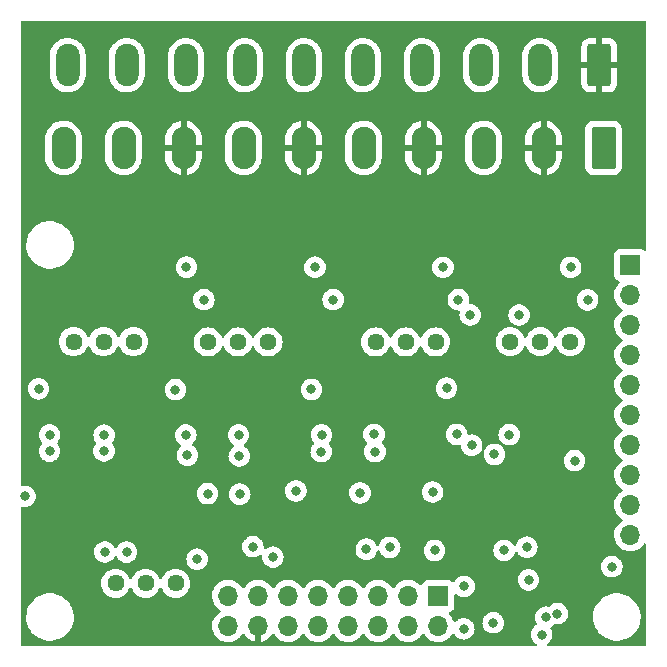
<source format=gbr>
%TF.GenerationSoftware,KiCad,Pcbnew,6.0.8+dfsg-1~bpo11+1*%
%TF.CreationDate,2022-10-31T17:33:22+01:00*%
%TF.ProjectId,rib4inAd_00,72696234-696e-4416-945f-30302e6b6963,rev?*%
%TF.SameCoordinates,Original*%
%TF.FileFunction,Copper,L2,Inr*%
%TF.FilePolarity,Positive*%
%FSLAX46Y46*%
G04 Gerber Fmt 4.6, Leading zero omitted, Abs format (unit mm)*
G04 Created by KiCad (PCBNEW 6.0.8+dfsg-1~bpo11+1) date 2022-10-31 17:33:22*
%MOMM*%
%LPD*%
G01*
G04 APERTURE LIST*
G04 Aperture macros list*
%AMRoundRect*
0 Rectangle with rounded corners*
0 $1 Rounding radius*
0 $2 $3 $4 $5 $6 $7 $8 $9 X,Y pos of 4 corners*
0 Add a 4 corners polygon primitive as box body*
4,1,4,$2,$3,$4,$5,$6,$7,$8,$9,$2,$3,0*
0 Add four circle primitives for the rounded corners*
1,1,$1+$1,$2,$3*
1,1,$1+$1,$4,$5*
1,1,$1+$1,$6,$7*
1,1,$1+$1,$8,$9*
0 Add four rect primitives between the rounded corners*
20,1,$1+$1,$2,$3,$4,$5,0*
20,1,$1+$1,$4,$5,$6,$7,0*
20,1,$1+$1,$6,$7,$8,$9,0*
20,1,$1+$1,$8,$9,$2,$3,0*%
G04 Aperture macros list end*
%TA.AperFunction,ComponentPad*%
%ADD10C,1.440000*%
%TD*%
%TA.AperFunction,ComponentPad*%
%ADD11R,1.700000X1.700000*%
%TD*%
%TA.AperFunction,ComponentPad*%
%ADD12O,1.700000X1.700000*%
%TD*%
%TA.AperFunction,ComponentPad*%
%ADD13RoundRect,0.250000X0.750000X1.550000X-0.750000X1.550000X-0.750000X-1.550000X0.750000X-1.550000X0*%
%TD*%
%TA.AperFunction,ComponentPad*%
%ADD14O,2.000000X3.600000*%
%TD*%
%TA.AperFunction,ComponentPad*%
%ADD15RoundRect,0.249999X0.790001X1.550001X-0.790001X1.550001X-0.790001X-1.550001X0.790001X-1.550001X0*%
%TD*%
%TA.AperFunction,ComponentPad*%
%ADD16O,2.080000X3.600000*%
%TD*%
%TA.AperFunction,ViaPad*%
%ADD17C,0.800000*%
%TD*%
G04 APERTURE END LIST*
D10*
%TO.N,GNDD*%
%TO.C,RV5*%
X158560000Y-93710000D03*
X161100000Y-93710000D03*
%TO.N,Net-(R29-Pad1)*%
X163640000Y-93710000D03*
%TD*%
%TO.N,GNDD*%
%TO.C,RV1*%
X132990000Y-93680000D03*
X135530000Y-93680000D03*
%TO.N,Net-(R2-Pad1)*%
X138070000Y-93680000D03*
%TD*%
%TO.N,GNDD*%
%TO.C,RV2*%
X144380000Y-93710000D03*
X146920000Y-93710000D03*
%TO.N,Net-(R3-Pad1)*%
X149460000Y-93710000D03*
%TD*%
D11*
%TO.N,/A4O*%
%TO.C,J1*%
X180125000Y-87200000D03*
D12*
%TO.N,/A3O*%
X180125000Y-89740000D03*
%TO.N,/A2O*%
X180125000Y-92280000D03*
%TO.N,/A1O*%
X180125000Y-94820000D03*
%TO.N,unconnected-(J1-Pad5)*%
X180125000Y-97360000D03*
%TO.N,GNDD*%
X180125000Y-99900000D03*
%TO.N,/SDA*%
X180125000Y-102440000D03*
%TO.N,/SCL*%
X180125000Y-104980000D03*
%TO.N,GNDD*%
X180125000Y-107520000D03*
%TO.N,+5V*%
X180125000Y-110060000D03*
%TD*%
D11*
%TO.N,GNDD*%
%TO.C,J2*%
X163865000Y-115225000D03*
D12*
%TO.N,/SCL*%
X163865000Y-117765000D03*
%TO.N,/SDA*%
X161325000Y-115225000D03*
%TO.N,unconnected-(J2-Pad4)*%
X161325000Y-117765000D03*
%TO.N,unconnected-(J2-Pad5)*%
X158785000Y-115225000D03*
%TO.N,unconnected-(J2-Pad6)*%
X158785000Y-117765000D03*
%TO.N,unconnected-(J2-Pad7)*%
X156245000Y-115225000D03*
%TO.N,unconnected-(J2-Pad8)*%
X156245000Y-117765000D03*
%TO.N,unconnected-(J2-Pad9)*%
X153705000Y-115225000D03*
%TO.N,+5V*%
X153705000Y-117765000D03*
%TO.N,-12V*%
X151165000Y-115225000D03*
%TO.N,+12V*%
X151165000Y-117765000D03*
%TO.N,GNDD*%
X148625000Y-115225000D03*
%TO.N,Earth*%
X148625000Y-117765000D03*
%TO.N,+VSW*%
X146085000Y-115225000D03*
X146085000Y-117765000D03*
%TD*%
D10*
%TO.N,GNDD*%
%TO.C,RV6*%
X169960000Y-93700000D03*
X172500000Y-93700000D03*
%TO.N,Net-(R30-Pad1)*%
X175040000Y-93700000D03*
%TD*%
%TO.N,/VREF*%
%TO.C,RV4*%
X136560000Y-114150000D03*
X139100000Y-114150000D03*
%TO.N,Net-(R12-Pad2)*%
X141640000Y-114150000D03*
%TD*%
D13*
%TO.N,Earth*%
%TO.C,J3*%
X177500000Y-70277500D03*
D14*
%TO.N,GNDD*%
X172500000Y-70277500D03*
%TO.N,/A4*%
X167500000Y-70277500D03*
%TO.N,GNDD*%
X162500000Y-70277500D03*
%TO.N,/A3*%
X157500000Y-70277500D03*
%TO.N,GNDD*%
X152500000Y-70277500D03*
%TO.N,/A2*%
X147500000Y-70277500D03*
%TO.N,GNDD*%
X142500000Y-70277500D03*
%TO.N,/A1*%
X137500000Y-70277500D03*
%TO.N,+VSW*%
X132500000Y-70277500D03*
%TD*%
D15*
%TO.N,+VSW*%
%TO.C,J4*%
X177860000Y-77277500D03*
D16*
%TO.N,Earth*%
X172780000Y-77277500D03*
%TO.N,+VSW*%
X167700000Y-77277500D03*
%TO.N,Earth*%
X162620000Y-77277500D03*
%TO.N,+VSW*%
X157540000Y-77277500D03*
%TO.N,Earth*%
X152460000Y-77277500D03*
%TO.N,+VSW*%
X147380000Y-77277500D03*
%TO.N,Earth*%
X142300000Y-77277500D03*
%TO.N,+VSW*%
X137220000Y-77277500D03*
%TO.N,GNDD*%
X132140000Y-77277500D03*
%TD*%
D17*
%TO.N,+12V*%
X142550000Y-87380000D03*
X135580000Y-101610000D03*
X165430000Y-101540000D03*
X175080000Y-87390000D03*
X146960000Y-101590000D03*
X158430000Y-101540000D03*
X153430000Y-87380000D03*
X153985500Y-101580000D03*
X142495500Y-101598469D03*
X130970000Y-101590000D03*
X164270000Y-87390000D03*
X169870000Y-101560000D03*
%TO.N,GNDD*%
X178570000Y-112740000D03*
X164570000Y-97630000D03*
X143450000Y-112110000D03*
X128880000Y-106780000D03*
X130030000Y-97680000D03*
X153130000Y-97740000D03*
X149870000Y-111930000D03*
X169440000Y-111360000D03*
X163560000Y-111370000D03*
X166050000Y-114410000D03*
X151820000Y-106320000D03*
X135640000Y-111490000D03*
X157780000Y-111260000D03*
X141620000Y-97760000D03*
X163400000Y-106420000D03*
%TO.N,-12V*%
X158510000Y-103000000D03*
X130957701Y-102957701D03*
X176520000Y-90150000D03*
X135570000Y-102950000D03*
X147020000Y-103374500D03*
X142620000Y-103300000D03*
X166700000Y-102460000D03*
X154970000Y-90130000D03*
X153959575Y-103004075D03*
X165570000Y-90130000D03*
X144030000Y-90130000D03*
%TO.N,+5V*%
X175410000Y-103760000D03*
X172980000Y-117020000D03*
X171520000Y-113860000D03*
%TO.N,/A4O*%
X173950500Y-116714500D03*
X171370000Y-111090000D03*
%TO.N,/A3O*%
X172627575Y-118485500D03*
X159760000Y-111110000D03*
X170710000Y-91430000D03*
X166580000Y-91430000D03*
%TO.N,/A2O*%
X166030000Y-118000000D03*
X148170000Y-111050000D03*
%TO.N,/A1O*%
X137480000Y-111510000D03*
X168520000Y-117490000D03*
%TO.N,/VREF*%
X157240000Y-106490000D03*
X168620000Y-103240000D03*
%TO.N,Net-(R19-Pad2)*%
X147060000Y-106600000D03*
X144340000Y-106560000D03*
%TD*%
%TA.AperFunction,Conductor*%
%TO.N,Earth*%
G36*
X181433621Y-66528502D02*
G01*
X181480114Y-66582158D01*
X181491500Y-66634500D01*
X181491500Y-85849695D01*
X181471498Y-85917816D01*
X181417842Y-85964309D01*
X181347568Y-85974413D01*
X181289936Y-85950521D01*
X181221705Y-85899385D01*
X181085316Y-85848255D01*
X181023134Y-85841500D01*
X179226866Y-85841500D01*
X179164684Y-85848255D01*
X179028295Y-85899385D01*
X178911739Y-85986739D01*
X178824385Y-86103295D01*
X178773255Y-86239684D01*
X178766500Y-86301866D01*
X178766500Y-88098134D01*
X178773255Y-88160316D01*
X178824385Y-88296705D01*
X178911739Y-88413261D01*
X179028295Y-88500615D01*
X179036704Y-88503767D01*
X179036705Y-88503768D01*
X179145451Y-88544535D01*
X179202216Y-88587176D01*
X179226916Y-88653738D01*
X179211709Y-88723087D01*
X179192316Y-88749568D01*
X179065629Y-88882138D01*
X178939743Y-89066680D01*
X178892715Y-89167993D01*
X178857958Y-89242872D01*
X178845688Y-89269305D01*
X178785989Y-89484570D01*
X178762251Y-89706695D01*
X178775110Y-89929715D01*
X178776247Y-89934761D01*
X178776248Y-89934767D01*
X178781951Y-89960072D01*
X178824222Y-90147639D01*
X178908266Y-90354616D01*
X178910965Y-90359020D01*
X179014074Y-90527279D01*
X179024987Y-90545088D01*
X179171250Y-90713938D01*
X179343126Y-90856632D01*
X179413595Y-90897811D01*
X179416445Y-90899476D01*
X179465169Y-90951114D01*
X179478240Y-91020897D01*
X179451509Y-91086669D01*
X179411055Y-91120027D01*
X179398607Y-91126507D01*
X179394474Y-91129610D01*
X179394471Y-91129612D01*
X179247352Y-91240072D01*
X179219965Y-91260635D01*
X179065629Y-91422138D01*
X179062715Y-91426410D01*
X179062714Y-91426411D01*
X179050404Y-91444457D01*
X178939743Y-91606680D01*
X178845688Y-91809305D01*
X178785989Y-92024570D01*
X178762251Y-92246695D01*
X178762548Y-92251848D01*
X178762548Y-92251851D01*
X178765771Y-92307744D01*
X178775110Y-92469715D01*
X178776247Y-92474761D01*
X178776248Y-92474767D01*
X178792118Y-92545186D01*
X178824222Y-92687639D01*
X178908266Y-92894616D01*
X179024987Y-93085088D01*
X179171250Y-93253938D01*
X179343126Y-93396632D01*
X179413595Y-93437811D01*
X179416445Y-93439476D01*
X179465169Y-93491114D01*
X179478240Y-93560897D01*
X179451509Y-93626669D01*
X179411055Y-93660027D01*
X179398607Y-93666507D01*
X179394474Y-93669610D01*
X179394471Y-93669612D01*
X179224100Y-93797530D01*
X179219965Y-93800635D01*
X179065629Y-93962138D01*
X178939743Y-94146680D01*
X178892715Y-94247993D01*
X178870155Y-94296596D01*
X178845688Y-94349305D01*
X178785989Y-94564570D01*
X178762251Y-94786695D01*
X178762548Y-94791848D01*
X178762548Y-94791851D01*
X178769645Y-94914937D01*
X178775110Y-95009715D01*
X178776247Y-95014761D01*
X178776248Y-95014767D01*
X178797275Y-95108069D01*
X178824222Y-95227639D01*
X178908266Y-95434616D01*
X179024987Y-95625088D01*
X179171250Y-95793938D01*
X179343126Y-95936632D01*
X179413595Y-95977811D01*
X179416445Y-95979476D01*
X179465169Y-96031114D01*
X179478240Y-96100897D01*
X179451509Y-96166669D01*
X179411055Y-96200027D01*
X179398607Y-96206507D01*
X179394474Y-96209610D01*
X179394471Y-96209612D01*
X179370247Y-96227800D01*
X179219965Y-96340635D01*
X179065629Y-96502138D01*
X178939743Y-96686680D01*
X178905786Y-96759834D01*
X178862600Y-96852872D01*
X178845688Y-96889305D01*
X178785989Y-97104570D01*
X178762251Y-97326695D01*
X178762548Y-97331848D01*
X178762548Y-97331851D01*
X178771309Y-97483794D01*
X178775110Y-97549715D01*
X178776247Y-97554761D01*
X178776248Y-97554767D01*
X178791724Y-97623435D01*
X178824222Y-97767639D01*
X178862461Y-97861811D01*
X178900791Y-97956206D01*
X178908266Y-97974616D01*
X178924775Y-98001556D01*
X179007946Y-98137279D01*
X179024987Y-98165088D01*
X179171250Y-98333938D01*
X179343126Y-98476632D01*
X179376457Y-98496109D01*
X179416445Y-98519476D01*
X179465169Y-98571114D01*
X179478240Y-98640897D01*
X179451509Y-98706669D01*
X179411055Y-98740027D01*
X179398607Y-98746507D01*
X179394474Y-98749610D01*
X179394471Y-98749612D01*
X179370247Y-98767800D01*
X179219965Y-98880635D01*
X179065629Y-99042138D01*
X178939743Y-99226680D01*
X178845688Y-99429305D01*
X178785989Y-99644570D01*
X178762251Y-99866695D01*
X178775110Y-100089715D01*
X178776247Y-100094761D01*
X178776248Y-100094767D01*
X178797275Y-100188069D01*
X178824222Y-100307639D01*
X178908266Y-100514616D01*
X178910965Y-100519020D01*
X179005870Y-100673891D01*
X179024987Y-100705088D01*
X179171250Y-100873938D01*
X179343126Y-101016632D01*
X179411552Y-101056617D01*
X179416445Y-101059476D01*
X179465169Y-101111114D01*
X179478240Y-101180897D01*
X179451509Y-101246669D01*
X179411055Y-101280027D01*
X179398607Y-101286507D01*
X179394474Y-101289610D01*
X179394471Y-101289612D01*
X179224100Y-101417530D01*
X179219965Y-101420635D01*
X179154346Y-101489301D01*
X179076255Y-101571019D01*
X179065629Y-101582138D01*
X179062715Y-101586410D01*
X179062714Y-101586411D01*
X179054489Y-101598469D01*
X178939743Y-101766680D01*
X178924310Y-101799928D01*
X178853927Y-101951556D01*
X178845688Y-101969305D01*
X178785989Y-102184570D01*
X178762251Y-102406695D01*
X178762548Y-102411848D01*
X178762548Y-102411851D01*
X178772516Y-102584729D01*
X178775110Y-102629715D01*
X178776247Y-102634761D01*
X178776248Y-102634767D01*
X178790532Y-102698148D01*
X178824222Y-102847639D01*
X178868452Y-102956565D01*
X178903872Y-103043794D01*
X178908266Y-103054616D01*
X179024987Y-103245088D01*
X179171250Y-103413938D01*
X179343126Y-103556632D01*
X179366126Y-103570072D01*
X179416445Y-103599476D01*
X179465169Y-103651114D01*
X179478240Y-103720897D01*
X179451509Y-103786669D01*
X179411055Y-103820027D01*
X179398607Y-103826507D01*
X179394474Y-103829610D01*
X179394471Y-103829612D01*
X179224100Y-103957530D01*
X179219965Y-103960635D01*
X179216393Y-103964373D01*
X179092707Y-104093803D01*
X179065629Y-104122138D01*
X179062715Y-104126410D01*
X179062714Y-104126411D01*
X179007653Y-104207128D01*
X178939743Y-104306680D01*
X178892715Y-104407993D01*
X178878385Y-104438866D01*
X178845688Y-104509305D01*
X178785989Y-104724570D01*
X178762251Y-104946695D01*
X178775110Y-105169715D01*
X178776247Y-105174761D01*
X178776248Y-105174767D01*
X178797275Y-105268069D01*
X178824222Y-105387639D01*
X178908266Y-105594616D01*
X178943965Y-105652872D01*
X179013411Y-105766197D01*
X179024987Y-105785088D01*
X179171250Y-105953938D01*
X179343126Y-106096632D01*
X179400352Y-106130072D01*
X179416445Y-106139476D01*
X179465169Y-106191114D01*
X179478240Y-106260897D01*
X179451509Y-106326669D01*
X179411055Y-106360027D01*
X179403819Y-106363794D01*
X179398607Y-106366507D01*
X179394474Y-106369610D01*
X179394471Y-106369612D01*
X179224100Y-106497530D01*
X179219965Y-106500635D01*
X179205085Y-106516206D01*
X179125010Y-106600000D01*
X179065629Y-106662138D01*
X178939743Y-106846680D01*
X178900345Y-106931556D01*
X178856068Y-107026944D01*
X178845688Y-107049305D01*
X178785989Y-107264570D01*
X178762251Y-107486695D01*
X178762548Y-107491848D01*
X178762548Y-107491851D01*
X178772369Y-107662182D01*
X178775110Y-107709715D01*
X178776247Y-107714761D01*
X178776248Y-107714767D01*
X178776821Y-107717308D01*
X178824222Y-107927639D01*
X178908266Y-108134616D01*
X179024987Y-108325088D01*
X179171250Y-108493938D01*
X179343126Y-108636632D01*
X179413595Y-108677811D01*
X179416445Y-108679476D01*
X179465169Y-108731114D01*
X179478240Y-108800897D01*
X179451509Y-108866669D01*
X179411055Y-108900027D01*
X179398607Y-108906507D01*
X179394474Y-108909610D01*
X179394471Y-108909612D01*
X179370247Y-108927800D01*
X179219965Y-109040635D01*
X179065629Y-109202138D01*
X178939743Y-109386680D01*
X178845688Y-109589305D01*
X178785989Y-109804570D01*
X178762251Y-110026695D01*
X178762548Y-110031848D01*
X178762548Y-110031851D01*
X178771081Y-110179834D01*
X178775110Y-110249715D01*
X178776247Y-110254761D01*
X178776248Y-110254767D01*
X178791572Y-110322763D01*
X178824222Y-110467639D01*
X178908266Y-110674616D01*
X178937950Y-110723056D01*
X179001801Y-110827251D01*
X179024987Y-110865088D01*
X179171250Y-111033938D01*
X179290235Y-111132721D01*
X179327663Y-111163794D01*
X179343126Y-111176632D01*
X179536000Y-111289338D01*
X179540825Y-111291180D01*
X179540826Y-111291181D01*
X179613368Y-111318882D01*
X179744692Y-111369030D01*
X179749760Y-111370061D01*
X179749763Y-111370062D01*
X179838659Y-111388148D01*
X179963597Y-111413567D01*
X179968772Y-111413757D01*
X179968774Y-111413757D01*
X180181673Y-111421564D01*
X180181677Y-111421564D01*
X180186837Y-111421753D01*
X180191957Y-111421097D01*
X180191959Y-111421097D01*
X180403288Y-111394025D01*
X180403289Y-111394025D01*
X180408416Y-111393368D01*
X180464423Y-111376565D01*
X180617429Y-111330661D01*
X180617434Y-111330659D01*
X180622384Y-111329174D01*
X180822994Y-111230896D01*
X181004860Y-111101173D01*
X181163096Y-110943489D01*
X181166112Y-110939292D01*
X181263177Y-110804211D01*
X181319172Y-110760563D01*
X181389875Y-110754117D01*
X181452840Y-110786920D01*
X181488074Y-110848556D01*
X181491500Y-110877737D01*
X181491500Y-119365500D01*
X181471498Y-119433621D01*
X181417842Y-119480114D01*
X181365500Y-119491500D01*
X173176355Y-119491500D01*
X173108234Y-119471498D01*
X173061741Y-119417842D01*
X173051637Y-119347568D01*
X173081131Y-119282988D01*
X173102294Y-119263564D01*
X173233484Y-119168249D01*
X173233486Y-119168247D01*
X173238828Y-119164366D01*
X173273286Y-119126097D01*
X173362196Y-119027352D01*
X173362197Y-119027351D01*
X173366615Y-119022444D01*
X173446406Y-118884242D01*
X173458798Y-118862779D01*
X173458799Y-118862778D01*
X173462102Y-118857056D01*
X173521117Y-118675428D01*
X173522206Y-118665073D01*
X173540389Y-118492065D01*
X173541079Y-118485500D01*
X173533369Y-118412145D01*
X173521807Y-118302135D01*
X173521807Y-118302133D01*
X173521117Y-118295572D01*
X173462102Y-118113944D01*
X173412675Y-118028334D01*
X173387292Y-117984369D01*
X173370554Y-117915374D01*
X173393774Y-117848282D01*
X173432645Y-117812947D01*
X173436752Y-117811118D01*
X173484967Y-117776088D01*
X173564895Y-117718016D01*
X173591253Y-117698866D01*
X173642285Y-117642190D01*
X173702729Y-117604950D01*
X173762113Y-117603253D01*
X173855013Y-117623000D01*
X174045987Y-117623000D01*
X174052439Y-117621628D01*
X174052444Y-117621628D01*
X174139387Y-117603147D01*
X174232788Y-117583294D01*
X174265165Y-117568879D01*
X174401222Y-117508303D01*
X174401224Y-117508302D01*
X174407252Y-117505618D01*
X174419713Y-117496565D01*
X174472589Y-117458148D01*
X174561753Y-117393366D01*
X174632374Y-117314933D01*
X174685121Y-117256352D01*
X174685122Y-117256351D01*
X174689540Y-117251444D01*
X174766328Y-117118444D01*
X174781723Y-117091779D01*
X174781724Y-117091778D01*
X174785027Y-117086056D01*
X174819839Y-116978918D01*
X176986917Y-116978918D01*
X176987334Y-116986156D01*
X177002682Y-117252320D01*
X177055405Y-117521053D01*
X177056792Y-117525103D01*
X177056793Y-117525108D01*
X177127524Y-117731695D01*
X177144112Y-117780144D01*
X177173238Y-117838054D01*
X177251386Y-117993435D01*
X177267160Y-118024799D01*
X177269586Y-118028328D01*
X177269589Y-118028334D01*
X177384965Y-118196206D01*
X177422274Y-118250490D01*
X177425161Y-118253663D01*
X177425162Y-118253664D01*
X177580484Y-118424362D01*
X177606582Y-118453043D01*
X177609877Y-118455798D01*
X177609878Y-118455799D01*
X177629247Y-118471994D01*
X177816675Y-118628707D01*
X177820316Y-118630991D01*
X178045024Y-118771951D01*
X178045028Y-118771953D01*
X178048664Y-118774234D01*
X178116544Y-118804883D01*
X178294345Y-118885164D01*
X178294349Y-118885166D01*
X178298257Y-118886930D01*
X178302377Y-118888150D01*
X178302376Y-118888150D01*
X178556723Y-118963491D01*
X178556727Y-118963492D01*
X178560836Y-118964709D01*
X178565070Y-118965357D01*
X178565075Y-118965358D01*
X178827298Y-119005483D01*
X178827300Y-119005483D01*
X178831540Y-119006132D01*
X178970912Y-119008322D01*
X179101071Y-119010367D01*
X179101077Y-119010367D01*
X179105362Y-119010434D01*
X179377235Y-118977534D01*
X179642127Y-118908041D01*
X179646087Y-118906401D01*
X179646092Y-118906399D01*
X179780389Y-118850771D01*
X179895136Y-118803241D01*
X180113862Y-118675428D01*
X180127879Y-118667237D01*
X180127880Y-118667236D01*
X180131582Y-118665073D01*
X180347089Y-118496094D01*
X180350994Y-118492065D01*
X180471059Y-118368167D01*
X180537669Y-118299431D01*
X180540202Y-118295983D01*
X180540206Y-118295978D01*
X180697257Y-118082178D01*
X180699795Y-118078723D01*
X180727909Y-118026944D01*
X180828418Y-117841830D01*
X180828419Y-117841828D01*
X180830468Y-117838054D01*
X180883063Y-117698866D01*
X180925751Y-117585895D01*
X180925752Y-117585891D01*
X180927269Y-117581877D01*
X180953173Y-117468774D01*
X180987449Y-117319117D01*
X180987450Y-117319113D01*
X180988407Y-117314933D01*
X180989734Y-117300072D01*
X181012531Y-117044627D01*
X181012531Y-117044625D01*
X181012751Y-117042161D01*
X181013193Y-117000000D01*
X181009658Y-116948148D01*
X180994859Y-116731055D01*
X180994858Y-116731049D01*
X180994567Y-116726778D01*
X180977160Y-116642721D01*
X180959691Y-116558368D01*
X180939032Y-116458612D01*
X180847617Y-116200465D01*
X180722013Y-115957112D01*
X180712040Y-115942921D01*
X180567008Y-115736562D01*
X180564545Y-115733057D01*
X180378125Y-115532445D01*
X180374810Y-115529731D01*
X180374806Y-115529728D01*
X180173471Y-115364937D01*
X180166205Y-115358990D01*
X179932704Y-115215901D01*
X179928768Y-115214173D01*
X179685873Y-115107549D01*
X179685869Y-115107548D01*
X179681945Y-115105825D01*
X179418566Y-115030800D01*
X179414324Y-115030196D01*
X179414318Y-115030195D01*
X179213834Y-115001662D01*
X179147443Y-114992213D01*
X179003589Y-114991460D01*
X178877877Y-114990802D01*
X178877871Y-114990802D01*
X178873591Y-114990780D01*
X178869347Y-114991339D01*
X178869343Y-114991339D01*
X178750302Y-115007011D01*
X178602078Y-115026525D01*
X178597938Y-115027658D01*
X178597936Y-115027658D01*
X178525008Y-115047609D01*
X178337928Y-115098788D01*
X178333980Y-115100472D01*
X178089982Y-115204546D01*
X178089978Y-115204548D01*
X178086030Y-115206232D01*
X178066125Y-115218145D01*
X177854725Y-115344664D01*
X177854721Y-115344667D01*
X177851043Y-115346868D01*
X177637318Y-115518094D01*
X177620717Y-115535588D01*
X177452663Y-115712680D01*
X177448808Y-115716742D01*
X177289002Y-115939136D01*
X177160857Y-116181161D01*
X177159385Y-116185184D01*
X177159383Y-116185188D01*
X177073146Y-116420839D01*
X177066743Y-116438337D01*
X177008404Y-116705907D01*
X177008068Y-116710177D01*
X176990168Y-116937617D01*
X176986917Y-116978918D01*
X174819839Y-116978918D01*
X174844042Y-116904428D01*
X174853848Y-116811134D01*
X174863314Y-116721065D01*
X174864004Y-116714500D01*
X174855874Y-116637143D01*
X174844732Y-116531135D01*
X174844732Y-116531133D01*
X174844042Y-116524572D01*
X174785027Y-116342944D01*
X174776914Y-116328891D01*
X174717623Y-116226197D01*
X174689540Y-116177556D01*
X174665815Y-116151206D01*
X174566175Y-116040545D01*
X174566174Y-116040544D01*
X174561753Y-116035634D01*
X174434145Y-115942921D01*
X174412594Y-115927263D01*
X174412593Y-115927262D01*
X174407252Y-115923382D01*
X174401224Y-115920698D01*
X174401222Y-115920697D01*
X174238819Y-115848391D01*
X174238818Y-115848391D01*
X174232788Y-115845706D01*
X174139388Y-115825853D01*
X174052444Y-115807372D01*
X174052439Y-115807372D01*
X174045987Y-115806000D01*
X173855013Y-115806000D01*
X173848561Y-115807372D01*
X173848556Y-115807372D01*
X173761612Y-115825853D01*
X173668212Y-115845706D01*
X173662182Y-115848391D01*
X173662181Y-115848391D01*
X173499778Y-115920697D01*
X173499776Y-115920698D01*
X173493748Y-115923382D01*
X173488407Y-115927262D01*
X173488406Y-115927263D01*
X173466855Y-115942921D01*
X173339247Y-116035634D01*
X173334826Y-116040544D01*
X173334825Y-116040545D01*
X173288216Y-116092310D01*
X173227771Y-116129550D01*
X173168387Y-116131247D01*
X173075487Y-116111500D01*
X172884513Y-116111500D01*
X172878061Y-116112872D01*
X172878056Y-116112872D01*
X172813798Y-116126531D01*
X172697712Y-116151206D01*
X172691682Y-116153891D01*
X172691681Y-116153891D01*
X172529278Y-116226197D01*
X172529276Y-116226198D01*
X172523248Y-116228882D01*
X172368747Y-116341134D01*
X172364326Y-116346044D01*
X172364325Y-116346045D01*
X172281294Y-116438261D01*
X172240960Y-116483056D01*
X172220615Y-116518294D01*
X172151998Y-116637143D01*
X172145473Y-116648444D01*
X172086458Y-116830072D01*
X172066496Y-117020000D01*
X172067186Y-117026565D01*
X172077095Y-117120840D01*
X172086458Y-117209928D01*
X172145473Y-117391556D01*
X172148776Y-117397278D01*
X172148777Y-117397279D01*
X172220283Y-117521131D01*
X172237021Y-117590126D01*
X172213801Y-117657218D01*
X172174930Y-117692553D01*
X172170823Y-117694382D01*
X172016322Y-117806634D01*
X172011901Y-117811544D01*
X172011900Y-117811545D01*
X171993852Y-117831590D01*
X171888535Y-117948556D01*
X171793048Y-118113944D01*
X171734033Y-118295572D01*
X171733343Y-118302133D01*
X171733343Y-118302135D01*
X171721781Y-118412145D01*
X171714071Y-118485500D01*
X171714761Y-118492065D01*
X171732945Y-118665073D01*
X171734033Y-118675428D01*
X171793048Y-118857056D01*
X171796351Y-118862778D01*
X171796352Y-118862779D01*
X171808744Y-118884242D01*
X171888535Y-119022444D01*
X171892953Y-119027351D01*
X171892954Y-119027352D01*
X171981864Y-119126097D01*
X172016322Y-119164366D01*
X172021664Y-119168247D01*
X172021666Y-119168249D01*
X172152856Y-119263564D01*
X172196210Y-119319786D01*
X172202285Y-119390523D01*
X172169154Y-119453314D01*
X172107333Y-119488226D01*
X172078795Y-119491500D01*
X128634500Y-119491500D01*
X128566379Y-119471498D01*
X128519886Y-119417842D01*
X128508500Y-119365500D01*
X128508500Y-116978918D01*
X128986917Y-116978918D01*
X128987334Y-116986156D01*
X129002682Y-117252320D01*
X129055405Y-117521053D01*
X129056792Y-117525103D01*
X129056793Y-117525108D01*
X129127524Y-117731695D01*
X129144112Y-117780144D01*
X129173238Y-117838054D01*
X129251386Y-117993435D01*
X129267160Y-118024799D01*
X129269586Y-118028328D01*
X129269589Y-118028334D01*
X129384965Y-118196206D01*
X129422274Y-118250490D01*
X129425161Y-118253663D01*
X129425162Y-118253664D01*
X129580484Y-118424362D01*
X129606582Y-118453043D01*
X129609877Y-118455798D01*
X129609878Y-118455799D01*
X129629247Y-118471994D01*
X129816675Y-118628707D01*
X129820316Y-118630991D01*
X130045024Y-118771951D01*
X130045028Y-118771953D01*
X130048664Y-118774234D01*
X130116544Y-118804883D01*
X130294345Y-118885164D01*
X130294349Y-118885166D01*
X130298257Y-118886930D01*
X130302377Y-118888150D01*
X130302376Y-118888150D01*
X130556723Y-118963491D01*
X130556727Y-118963492D01*
X130560836Y-118964709D01*
X130565070Y-118965357D01*
X130565075Y-118965358D01*
X130827298Y-119005483D01*
X130827300Y-119005483D01*
X130831540Y-119006132D01*
X130970912Y-119008322D01*
X131101071Y-119010367D01*
X131101077Y-119010367D01*
X131105362Y-119010434D01*
X131377235Y-118977534D01*
X131642127Y-118908041D01*
X131646087Y-118906401D01*
X131646092Y-118906399D01*
X131780389Y-118850771D01*
X131895136Y-118803241D01*
X132113862Y-118675428D01*
X132127879Y-118667237D01*
X132127880Y-118667236D01*
X132131582Y-118665073D01*
X132347089Y-118496094D01*
X132350994Y-118492065D01*
X132471059Y-118368167D01*
X132537669Y-118299431D01*
X132540202Y-118295983D01*
X132540206Y-118295978D01*
X132697257Y-118082178D01*
X132699795Y-118078723D01*
X132727909Y-118026944D01*
X132828418Y-117841830D01*
X132828419Y-117841828D01*
X132830468Y-117838054D01*
X132870658Y-117731695D01*
X144722251Y-117731695D01*
X144722548Y-117736848D01*
X144722548Y-117736851D01*
X144730383Y-117872739D01*
X144735110Y-117954715D01*
X144736247Y-117959761D01*
X144736248Y-117959767D01*
X144746795Y-118006565D01*
X144784222Y-118172639D01*
X144868266Y-118379616D01*
X144911316Y-118449867D01*
X144982291Y-118565688D01*
X144984987Y-118570088D01*
X145131250Y-118738938D01*
X145212235Y-118806173D01*
X145287663Y-118868794D01*
X145303126Y-118881632D01*
X145496000Y-118994338D01*
X145500825Y-118996180D01*
X145500826Y-118996181D01*
X145538151Y-119010434D01*
X145704692Y-119074030D01*
X145709760Y-119075061D01*
X145709763Y-119075062D01*
X145804862Y-119094410D01*
X145923597Y-119118567D01*
X145928772Y-119118757D01*
X145928774Y-119118757D01*
X146141673Y-119126564D01*
X146141677Y-119126564D01*
X146146837Y-119126753D01*
X146151957Y-119126097D01*
X146151959Y-119126097D01*
X146363288Y-119099025D01*
X146363289Y-119099025D01*
X146368416Y-119098368D01*
X146373366Y-119096883D01*
X146577429Y-119035661D01*
X146577434Y-119035659D01*
X146582384Y-119034174D01*
X146782994Y-118935896D01*
X146964860Y-118806173D01*
X146977274Y-118793803D01*
X147097541Y-118673955D01*
X147123096Y-118648489D01*
X147182594Y-118565689D01*
X147253453Y-118467077D01*
X147254640Y-118467930D01*
X147301960Y-118424362D01*
X147371897Y-118412145D01*
X147437338Y-118439678D01*
X147465166Y-118471511D01*
X147522694Y-118565388D01*
X147528777Y-118573699D01*
X147668213Y-118734667D01*
X147675580Y-118741883D01*
X147839434Y-118877916D01*
X147847881Y-118883831D01*
X148031756Y-118991279D01*
X148041042Y-118995729D01*
X148240001Y-119071703D01*
X148249899Y-119074579D01*
X148353250Y-119095606D01*
X148367299Y-119094410D01*
X148371000Y-119084065D01*
X148371000Y-117637000D01*
X148391002Y-117568879D01*
X148444658Y-117522386D01*
X148497000Y-117511000D01*
X148753000Y-117511000D01*
X148821121Y-117531002D01*
X148867614Y-117584658D01*
X148879000Y-117637000D01*
X148879000Y-119083517D01*
X148883064Y-119097359D01*
X148896478Y-119099393D01*
X148903184Y-119098534D01*
X148913262Y-119096392D01*
X149117255Y-119035191D01*
X149126842Y-119031433D01*
X149318095Y-118937739D01*
X149326945Y-118932464D01*
X149500328Y-118808792D01*
X149508200Y-118802139D01*
X149659052Y-118651812D01*
X149665730Y-118643965D01*
X149793022Y-118466819D01*
X149794279Y-118467722D01*
X149841373Y-118424362D01*
X149911311Y-118412145D01*
X149976751Y-118439678D01*
X150004579Y-118471511D01*
X150013152Y-118485500D01*
X150064987Y-118570088D01*
X150211250Y-118738938D01*
X150292235Y-118806173D01*
X150367663Y-118868794D01*
X150383126Y-118881632D01*
X150576000Y-118994338D01*
X150580825Y-118996180D01*
X150580826Y-118996181D01*
X150618151Y-119010434D01*
X150784692Y-119074030D01*
X150789760Y-119075061D01*
X150789763Y-119075062D01*
X150884862Y-119094410D01*
X151003597Y-119118567D01*
X151008772Y-119118757D01*
X151008774Y-119118757D01*
X151221673Y-119126564D01*
X151221677Y-119126564D01*
X151226837Y-119126753D01*
X151231957Y-119126097D01*
X151231959Y-119126097D01*
X151443288Y-119099025D01*
X151443289Y-119099025D01*
X151448416Y-119098368D01*
X151453366Y-119096883D01*
X151657429Y-119035661D01*
X151657434Y-119035659D01*
X151662384Y-119034174D01*
X151862994Y-118935896D01*
X152044860Y-118806173D01*
X152057274Y-118793803D01*
X152177541Y-118673955D01*
X152203096Y-118648489D01*
X152262594Y-118565689D01*
X152333453Y-118467077D01*
X152334776Y-118468028D01*
X152381645Y-118424857D01*
X152451580Y-118412625D01*
X152517026Y-118440144D01*
X152544875Y-118471994D01*
X152553152Y-118485500D01*
X152604987Y-118570088D01*
X152751250Y-118738938D01*
X152832235Y-118806173D01*
X152907663Y-118868794D01*
X152923126Y-118881632D01*
X153116000Y-118994338D01*
X153120825Y-118996180D01*
X153120826Y-118996181D01*
X153158151Y-119010434D01*
X153324692Y-119074030D01*
X153329760Y-119075061D01*
X153329763Y-119075062D01*
X153424862Y-119094410D01*
X153543597Y-119118567D01*
X153548772Y-119118757D01*
X153548774Y-119118757D01*
X153761673Y-119126564D01*
X153761677Y-119126564D01*
X153766837Y-119126753D01*
X153771957Y-119126097D01*
X153771959Y-119126097D01*
X153983288Y-119099025D01*
X153983289Y-119099025D01*
X153988416Y-119098368D01*
X153993366Y-119096883D01*
X154197429Y-119035661D01*
X154197434Y-119035659D01*
X154202384Y-119034174D01*
X154402994Y-118935896D01*
X154584860Y-118806173D01*
X154597274Y-118793803D01*
X154717541Y-118673955D01*
X154743096Y-118648489D01*
X154802594Y-118565689D01*
X154873453Y-118467077D01*
X154874776Y-118468028D01*
X154921645Y-118424857D01*
X154991580Y-118412625D01*
X155057026Y-118440144D01*
X155084875Y-118471994D01*
X155093152Y-118485500D01*
X155144987Y-118570088D01*
X155291250Y-118738938D01*
X155372235Y-118806173D01*
X155447663Y-118868794D01*
X155463126Y-118881632D01*
X155656000Y-118994338D01*
X155660825Y-118996180D01*
X155660826Y-118996181D01*
X155698151Y-119010434D01*
X155864692Y-119074030D01*
X155869760Y-119075061D01*
X155869763Y-119075062D01*
X155964862Y-119094410D01*
X156083597Y-119118567D01*
X156088772Y-119118757D01*
X156088774Y-119118757D01*
X156301673Y-119126564D01*
X156301677Y-119126564D01*
X156306837Y-119126753D01*
X156311957Y-119126097D01*
X156311959Y-119126097D01*
X156523288Y-119099025D01*
X156523289Y-119099025D01*
X156528416Y-119098368D01*
X156533366Y-119096883D01*
X156737429Y-119035661D01*
X156737434Y-119035659D01*
X156742384Y-119034174D01*
X156942994Y-118935896D01*
X157124860Y-118806173D01*
X157137274Y-118793803D01*
X157257541Y-118673955D01*
X157283096Y-118648489D01*
X157342594Y-118565689D01*
X157413453Y-118467077D01*
X157414776Y-118468028D01*
X157461645Y-118424857D01*
X157531580Y-118412625D01*
X157597026Y-118440144D01*
X157624875Y-118471994D01*
X157633152Y-118485500D01*
X157684987Y-118570088D01*
X157831250Y-118738938D01*
X157912235Y-118806173D01*
X157987663Y-118868794D01*
X158003126Y-118881632D01*
X158196000Y-118994338D01*
X158200825Y-118996180D01*
X158200826Y-118996181D01*
X158238151Y-119010434D01*
X158404692Y-119074030D01*
X158409760Y-119075061D01*
X158409763Y-119075062D01*
X158504862Y-119094410D01*
X158623597Y-119118567D01*
X158628772Y-119118757D01*
X158628774Y-119118757D01*
X158841673Y-119126564D01*
X158841677Y-119126564D01*
X158846837Y-119126753D01*
X158851957Y-119126097D01*
X158851959Y-119126097D01*
X159063288Y-119099025D01*
X159063289Y-119099025D01*
X159068416Y-119098368D01*
X159073366Y-119096883D01*
X159277429Y-119035661D01*
X159277434Y-119035659D01*
X159282384Y-119034174D01*
X159482994Y-118935896D01*
X159664860Y-118806173D01*
X159677274Y-118793803D01*
X159797541Y-118673955D01*
X159823096Y-118648489D01*
X159882594Y-118565689D01*
X159953453Y-118467077D01*
X159954776Y-118468028D01*
X160001645Y-118424857D01*
X160071580Y-118412625D01*
X160137026Y-118440144D01*
X160164875Y-118471994D01*
X160173152Y-118485500D01*
X160224987Y-118570088D01*
X160371250Y-118738938D01*
X160452235Y-118806173D01*
X160527663Y-118868794D01*
X160543126Y-118881632D01*
X160736000Y-118994338D01*
X160740825Y-118996180D01*
X160740826Y-118996181D01*
X160778151Y-119010434D01*
X160944692Y-119074030D01*
X160949760Y-119075061D01*
X160949763Y-119075062D01*
X161044862Y-119094410D01*
X161163597Y-119118567D01*
X161168772Y-119118757D01*
X161168774Y-119118757D01*
X161381673Y-119126564D01*
X161381677Y-119126564D01*
X161386837Y-119126753D01*
X161391957Y-119126097D01*
X161391959Y-119126097D01*
X161603288Y-119099025D01*
X161603289Y-119099025D01*
X161608416Y-119098368D01*
X161613366Y-119096883D01*
X161817429Y-119035661D01*
X161817434Y-119035659D01*
X161822384Y-119034174D01*
X162022994Y-118935896D01*
X162204860Y-118806173D01*
X162217274Y-118793803D01*
X162337541Y-118673955D01*
X162363096Y-118648489D01*
X162422594Y-118565689D01*
X162493453Y-118467077D01*
X162494776Y-118468028D01*
X162541645Y-118424857D01*
X162611580Y-118412625D01*
X162677026Y-118440144D01*
X162704875Y-118471994D01*
X162713152Y-118485500D01*
X162764987Y-118570088D01*
X162911250Y-118738938D01*
X162992235Y-118806173D01*
X163067663Y-118868794D01*
X163083126Y-118881632D01*
X163276000Y-118994338D01*
X163280825Y-118996180D01*
X163280826Y-118996181D01*
X163318151Y-119010434D01*
X163484692Y-119074030D01*
X163489760Y-119075061D01*
X163489763Y-119075062D01*
X163584862Y-119094410D01*
X163703597Y-119118567D01*
X163708772Y-119118757D01*
X163708774Y-119118757D01*
X163921673Y-119126564D01*
X163921677Y-119126564D01*
X163926837Y-119126753D01*
X163931957Y-119126097D01*
X163931959Y-119126097D01*
X164143288Y-119099025D01*
X164143289Y-119099025D01*
X164148416Y-119098368D01*
X164153366Y-119096883D01*
X164357429Y-119035661D01*
X164357434Y-119035659D01*
X164362384Y-119034174D01*
X164562994Y-118935896D01*
X164744860Y-118806173D01*
X164757274Y-118793803D01*
X164877541Y-118673955D01*
X164903096Y-118648489D01*
X164962594Y-118565689D01*
X164983249Y-118536944D01*
X165033453Y-118467077D01*
X165034428Y-118465104D01*
X165086023Y-118417600D01*
X165155960Y-118405383D01*
X165221401Y-118432916D01*
X165250915Y-118467584D01*
X165290960Y-118536944D01*
X165295378Y-118541851D01*
X165295379Y-118541852D01*
X165406328Y-118665073D01*
X165418747Y-118678866D01*
X165573248Y-118791118D01*
X165579276Y-118793802D01*
X165579278Y-118793803D01*
X165734202Y-118862779D01*
X165747712Y-118868794D01*
X165833035Y-118886930D01*
X165928056Y-118907128D01*
X165928061Y-118907128D01*
X165934513Y-118908500D01*
X166125487Y-118908500D01*
X166131939Y-118907128D01*
X166131944Y-118907128D01*
X166226965Y-118886930D01*
X166312288Y-118868794D01*
X166325798Y-118862779D01*
X166480722Y-118793803D01*
X166480724Y-118793802D01*
X166486752Y-118791118D01*
X166641253Y-118678866D01*
X166653672Y-118665073D01*
X166764621Y-118541852D01*
X166764622Y-118541851D01*
X166769040Y-118536944D01*
X166864527Y-118371556D01*
X166923542Y-118189928D01*
X166943504Y-118000000D01*
X166933895Y-117908574D01*
X166924232Y-117816635D01*
X166924232Y-117816633D01*
X166923542Y-117810072D01*
X166864527Y-117628444D01*
X166837642Y-117581877D01*
X166798861Y-117514707D01*
X166784596Y-117490000D01*
X167606496Y-117490000D01*
X167607186Y-117496565D01*
X167622492Y-117642190D01*
X167626458Y-117679928D01*
X167685473Y-117861556D01*
X167688776Y-117867278D01*
X167688777Y-117867279D01*
X167712619Y-117908574D01*
X167780960Y-118026944D01*
X167908747Y-118168866D01*
X168063248Y-118281118D01*
X168069276Y-118283802D01*
X168069278Y-118283803D01*
X168110453Y-118302135D01*
X168237712Y-118358794D01*
X168324677Y-118377279D01*
X168418056Y-118397128D01*
X168418061Y-118397128D01*
X168424513Y-118398500D01*
X168615487Y-118398500D01*
X168621939Y-118397128D01*
X168621944Y-118397128D01*
X168715323Y-118377279D01*
X168802288Y-118358794D01*
X168929547Y-118302135D01*
X168970722Y-118283803D01*
X168970724Y-118283802D01*
X168976752Y-118281118D01*
X169131253Y-118168866D01*
X169259040Y-118026944D01*
X169327381Y-117908574D01*
X169351223Y-117867279D01*
X169351224Y-117867278D01*
X169354527Y-117861556D01*
X169413542Y-117679928D01*
X169417509Y-117642190D01*
X169432814Y-117496565D01*
X169433504Y-117490000D01*
X169423756Y-117397249D01*
X169414232Y-117306635D01*
X169414232Y-117306633D01*
X169413542Y-117300072D01*
X169354527Y-117118444D01*
X169341786Y-117096375D01*
X169302127Y-117027684D01*
X169259040Y-116953056D01*
X169237792Y-116929457D01*
X169135675Y-116816045D01*
X169135674Y-116816044D01*
X169131253Y-116811134D01*
X168992298Y-116710177D01*
X168982094Y-116702763D01*
X168982093Y-116702762D01*
X168976752Y-116698882D01*
X168970724Y-116696198D01*
X168970722Y-116696197D01*
X168808319Y-116623891D01*
X168808318Y-116623891D01*
X168802288Y-116621206D01*
X168708888Y-116601353D01*
X168621944Y-116582872D01*
X168621939Y-116582872D01*
X168615487Y-116581500D01*
X168424513Y-116581500D01*
X168418061Y-116582872D01*
X168418056Y-116582872D01*
X168331112Y-116601353D01*
X168237712Y-116621206D01*
X168231682Y-116623891D01*
X168231681Y-116623891D01*
X168069278Y-116696197D01*
X168069276Y-116696198D01*
X168063248Y-116698882D01*
X168057907Y-116702762D01*
X168057906Y-116702763D01*
X168047702Y-116710177D01*
X167908747Y-116811134D01*
X167904326Y-116816044D01*
X167904325Y-116816045D01*
X167802209Y-116929457D01*
X167780960Y-116953056D01*
X167737873Y-117027684D01*
X167698215Y-117096375D01*
X167685473Y-117118444D01*
X167626458Y-117300072D01*
X167625768Y-117306633D01*
X167625768Y-117306635D01*
X167616244Y-117397249D01*
X167606496Y-117490000D01*
X166784596Y-117490000D01*
X166769040Y-117463056D01*
X166723608Y-117412598D01*
X166645675Y-117326045D01*
X166645671Y-117326041D01*
X166641253Y-117321134D01*
X166537463Y-117245726D01*
X166492094Y-117212763D01*
X166492093Y-117212762D01*
X166486752Y-117208882D01*
X166480724Y-117206198D01*
X166480722Y-117206197D01*
X166318319Y-117133891D01*
X166318318Y-117133891D01*
X166312288Y-117131206D01*
X166210739Y-117109621D01*
X166131944Y-117092872D01*
X166131939Y-117092872D01*
X166125487Y-117091500D01*
X165934513Y-117091500D01*
X165928061Y-117092872D01*
X165928056Y-117092872D01*
X165849261Y-117109621D01*
X165747712Y-117131206D01*
X165741682Y-117133891D01*
X165741681Y-117133891D01*
X165579278Y-117206197D01*
X165579276Y-117206198D01*
X165573248Y-117208882D01*
X165567907Y-117212762D01*
X165567906Y-117212763D01*
X165522537Y-117245726D01*
X165418747Y-117321134D01*
X165369923Y-117375359D01*
X165309477Y-117412598D01*
X165238493Y-117411246D01*
X165179508Y-117371732D01*
X165157009Y-117331654D01*
X165156693Y-117330725D01*
X165155431Y-117325702D01*
X165066354Y-117120840D01*
X164957810Y-116953056D01*
X164947822Y-116937617D01*
X164947820Y-116937614D01*
X164945014Y-116933277D01*
X164941532Y-116929450D01*
X164797798Y-116771488D01*
X164766746Y-116707642D01*
X164775141Y-116637143D01*
X164820317Y-116582375D01*
X164846761Y-116568706D01*
X164953297Y-116528767D01*
X164961705Y-116525615D01*
X165078261Y-116438261D01*
X165165615Y-116321705D01*
X165216745Y-116185316D01*
X165223500Y-116123134D01*
X165223500Y-115177128D01*
X165243502Y-115109007D01*
X165297158Y-115062514D01*
X165367432Y-115052410D01*
X165433812Y-115083493D01*
X165434325Y-115083955D01*
X165438747Y-115088866D01*
X165593248Y-115201118D01*
X165599276Y-115203802D01*
X165599278Y-115203803D01*
X165631491Y-115218145D01*
X165767712Y-115278794D01*
X165861113Y-115298647D01*
X165948056Y-115317128D01*
X165948061Y-115317128D01*
X165954513Y-115318500D01*
X166145487Y-115318500D01*
X166151939Y-115317128D01*
X166151944Y-115317128D01*
X166238887Y-115298647D01*
X166332288Y-115278794D01*
X166468509Y-115218145D01*
X166500722Y-115203803D01*
X166500724Y-115203802D01*
X166506752Y-115201118D01*
X166661253Y-115088866D01*
X166666091Y-115083493D01*
X166784621Y-114951852D01*
X166784622Y-114951851D01*
X166789040Y-114946944D01*
X166884527Y-114781556D01*
X166943542Y-114599928D01*
X166946728Y-114569621D01*
X166962814Y-114416565D01*
X166963504Y-114410000D01*
X166948231Y-114264684D01*
X166944232Y-114226635D01*
X166944232Y-114226633D01*
X166943542Y-114220072D01*
X166884527Y-114038444D01*
X166866024Y-114006395D01*
X166808153Y-113906161D01*
X166789040Y-113873056D01*
X166784336Y-113867831D01*
X166777285Y-113860000D01*
X170606496Y-113860000D01*
X170607186Y-113866565D01*
X170621883Y-114006395D01*
X170626458Y-114049928D01*
X170685473Y-114231556D01*
X170780960Y-114396944D01*
X170785378Y-114401851D01*
X170785379Y-114401852D01*
X170798627Y-114416565D01*
X170908747Y-114538866D01*
X171063248Y-114651118D01*
X171069276Y-114653802D01*
X171069278Y-114653803D01*
X171231681Y-114726109D01*
X171237712Y-114728794D01*
X171331113Y-114748647D01*
X171418056Y-114767128D01*
X171418061Y-114767128D01*
X171424513Y-114768500D01*
X171615487Y-114768500D01*
X171621939Y-114767128D01*
X171621944Y-114767128D01*
X171708887Y-114748647D01*
X171802288Y-114728794D01*
X171808319Y-114726109D01*
X171970722Y-114653803D01*
X171970724Y-114653802D01*
X171976752Y-114651118D01*
X172131253Y-114538866D01*
X172241373Y-114416565D01*
X172254621Y-114401852D01*
X172254622Y-114401851D01*
X172259040Y-114396944D01*
X172354527Y-114231556D01*
X172413542Y-114049928D01*
X172418118Y-114006395D01*
X172432814Y-113866565D01*
X172433504Y-113860000D01*
X172413542Y-113670072D01*
X172354527Y-113488444D01*
X172259040Y-113323056D01*
X172131253Y-113181134D01*
X171999183Y-113085179D01*
X171982094Y-113072763D01*
X171982093Y-113072762D01*
X171976752Y-113068882D01*
X171970724Y-113066198D01*
X171970722Y-113066197D01*
X171808319Y-112993891D01*
X171808318Y-112993891D01*
X171802288Y-112991206D01*
X171708888Y-112971353D01*
X171621944Y-112952872D01*
X171621939Y-112952872D01*
X171615487Y-112951500D01*
X171424513Y-112951500D01*
X171418061Y-112952872D01*
X171418056Y-112952872D01*
X171331112Y-112971353D01*
X171237712Y-112991206D01*
X171231682Y-112993891D01*
X171231681Y-112993891D01*
X171069278Y-113066197D01*
X171069276Y-113066198D01*
X171063248Y-113068882D01*
X171057907Y-113072762D01*
X171057906Y-113072763D01*
X171040817Y-113085179D01*
X170908747Y-113181134D01*
X170780960Y-113323056D01*
X170685473Y-113488444D01*
X170626458Y-113670072D01*
X170606496Y-113860000D01*
X166777285Y-113860000D01*
X166665675Y-113736045D01*
X166665674Y-113736044D01*
X166661253Y-113731134D01*
X166506752Y-113618882D01*
X166500724Y-113616198D01*
X166500722Y-113616197D01*
X166338319Y-113543891D01*
X166338318Y-113543891D01*
X166332288Y-113541206D01*
X166238888Y-113521353D01*
X166151944Y-113502872D01*
X166151939Y-113502872D01*
X166145487Y-113501500D01*
X165954513Y-113501500D01*
X165948061Y-113502872D01*
X165948056Y-113502872D01*
X165861112Y-113521353D01*
X165767712Y-113541206D01*
X165761682Y-113543891D01*
X165761681Y-113543891D01*
X165599278Y-113616197D01*
X165599276Y-113616198D01*
X165593248Y-113618882D01*
X165438747Y-113731134D01*
X165434326Y-113736044D01*
X165434325Y-113736045D01*
X165315665Y-113867831D01*
X165310960Y-113873056D01*
X165307661Y-113878769D01*
X165307658Y-113878774D01*
X165255815Y-113968569D01*
X165204432Y-114017563D01*
X165134718Y-114030998D01*
X165071131Y-114006395D01*
X164968892Y-113929771D01*
X164968890Y-113929770D01*
X164961705Y-113924385D01*
X164825316Y-113873255D01*
X164763134Y-113866500D01*
X162966866Y-113866500D01*
X162904684Y-113873255D01*
X162768295Y-113924385D01*
X162651739Y-114011739D01*
X162564385Y-114128295D01*
X162561233Y-114136703D01*
X162519919Y-114246907D01*
X162477277Y-114303671D01*
X162410716Y-114328371D01*
X162341367Y-114313163D01*
X162308743Y-114287476D01*
X162258151Y-114231875D01*
X162258142Y-114231866D01*
X162254670Y-114228051D01*
X162250619Y-114224852D01*
X162250615Y-114224848D01*
X162083414Y-114092800D01*
X162083410Y-114092798D01*
X162079359Y-114089598D01*
X161883789Y-113981638D01*
X161878920Y-113979914D01*
X161878916Y-113979912D01*
X161678087Y-113908795D01*
X161678083Y-113908794D01*
X161673212Y-113907069D01*
X161668119Y-113906162D01*
X161668116Y-113906161D01*
X161458373Y-113868800D01*
X161458367Y-113868799D01*
X161453284Y-113867894D01*
X161379452Y-113866992D01*
X161235081Y-113865228D01*
X161235079Y-113865228D01*
X161229911Y-113865165D01*
X161009091Y-113898955D01*
X160796756Y-113968357D01*
X160598607Y-114071507D01*
X160594474Y-114074610D01*
X160594471Y-114074612D01*
X160483646Y-114157822D01*
X160419965Y-114205635D01*
X160389725Y-114237279D01*
X160326280Y-114303671D01*
X160265629Y-114367138D01*
X160158201Y-114524621D01*
X160103293Y-114569621D01*
X160032768Y-114577792D01*
X159969021Y-114546538D01*
X159948324Y-114522054D01*
X159867822Y-114397617D01*
X159867820Y-114397614D01*
X159865014Y-114393277D01*
X159714670Y-114228051D01*
X159710619Y-114224852D01*
X159710615Y-114224848D01*
X159543414Y-114092800D01*
X159543410Y-114092798D01*
X159539359Y-114089598D01*
X159343789Y-113981638D01*
X159338920Y-113979914D01*
X159338916Y-113979912D01*
X159138087Y-113908795D01*
X159138083Y-113908794D01*
X159133212Y-113907069D01*
X159128119Y-113906162D01*
X159128116Y-113906161D01*
X158918373Y-113868800D01*
X158918367Y-113868799D01*
X158913284Y-113867894D01*
X158839452Y-113866992D01*
X158695081Y-113865228D01*
X158695079Y-113865228D01*
X158689911Y-113865165D01*
X158469091Y-113898955D01*
X158256756Y-113968357D01*
X158058607Y-114071507D01*
X158054474Y-114074610D01*
X158054471Y-114074612D01*
X157943646Y-114157822D01*
X157879965Y-114205635D01*
X157849725Y-114237279D01*
X157786280Y-114303671D01*
X157725629Y-114367138D01*
X157618201Y-114524621D01*
X157563293Y-114569621D01*
X157492768Y-114577792D01*
X157429021Y-114546538D01*
X157408324Y-114522054D01*
X157327822Y-114397617D01*
X157327820Y-114397614D01*
X157325014Y-114393277D01*
X157174670Y-114228051D01*
X157170619Y-114224852D01*
X157170615Y-114224848D01*
X157003414Y-114092800D01*
X157003410Y-114092798D01*
X156999359Y-114089598D01*
X156803789Y-113981638D01*
X156798920Y-113979914D01*
X156798916Y-113979912D01*
X156598087Y-113908795D01*
X156598083Y-113908794D01*
X156593212Y-113907069D01*
X156588119Y-113906162D01*
X156588116Y-113906161D01*
X156378373Y-113868800D01*
X156378367Y-113868799D01*
X156373284Y-113867894D01*
X156299452Y-113866992D01*
X156155081Y-113865228D01*
X156155079Y-113865228D01*
X156149911Y-113865165D01*
X155929091Y-113898955D01*
X155716756Y-113968357D01*
X155518607Y-114071507D01*
X155514474Y-114074610D01*
X155514471Y-114074612D01*
X155403646Y-114157822D01*
X155339965Y-114205635D01*
X155309725Y-114237279D01*
X155246280Y-114303671D01*
X155185629Y-114367138D01*
X155078201Y-114524621D01*
X155023293Y-114569621D01*
X154952768Y-114577792D01*
X154889021Y-114546538D01*
X154868324Y-114522054D01*
X154787822Y-114397617D01*
X154787820Y-114397614D01*
X154785014Y-114393277D01*
X154634670Y-114228051D01*
X154630619Y-114224852D01*
X154630615Y-114224848D01*
X154463414Y-114092800D01*
X154463410Y-114092798D01*
X154459359Y-114089598D01*
X154263789Y-113981638D01*
X154258920Y-113979914D01*
X154258916Y-113979912D01*
X154058087Y-113908795D01*
X154058083Y-113908794D01*
X154053212Y-113907069D01*
X154048119Y-113906162D01*
X154048116Y-113906161D01*
X153838373Y-113868800D01*
X153838367Y-113868799D01*
X153833284Y-113867894D01*
X153759452Y-113866992D01*
X153615081Y-113865228D01*
X153615079Y-113865228D01*
X153609911Y-113865165D01*
X153389091Y-113898955D01*
X153176756Y-113968357D01*
X152978607Y-114071507D01*
X152974474Y-114074610D01*
X152974471Y-114074612D01*
X152863646Y-114157822D01*
X152799965Y-114205635D01*
X152769725Y-114237279D01*
X152706280Y-114303671D01*
X152645629Y-114367138D01*
X152538201Y-114524621D01*
X152483293Y-114569621D01*
X152412768Y-114577792D01*
X152349021Y-114546538D01*
X152328324Y-114522054D01*
X152247822Y-114397617D01*
X152247820Y-114397614D01*
X152245014Y-114393277D01*
X152094670Y-114228051D01*
X152090619Y-114224852D01*
X152090615Y-114224848D01*
X151923414Y-114092800D01*
X151923410Y-114092798D01*
X151919359Y-114089598D01*
X151723789Y-113981638D01*
X151718920Y-113979914D01*
X151718916Y-113979912D01*
X151518087Y-113908795D01*
X151518083Y-113908794D01*
X151513212Y-113907069D01*
X151508119Y-113906162D01*
X151508116Y-113906161D01*
X151298373Y-113868800D01*
X151298367Y-113868799D01*
X151293284Y-113867894D01*
X151219452Y-113866992D01*
X151075081Y-113865228D01*
X151075079Y-113865228D01*
X151069911Y-113865165D01*
X150849091Y-113898955D01*
X150636756Y-113968357D01*
X150438607Y-114071507D01*
X150434474Y-114074610D01*
X150434471Y-114074612D01*
X150323646Y-114157822D01*
X150259965Y-114205635D01*
X150229725Y-114237279D01*
X150166280Y-114303671D01*
X150105629Y-114367138D01*
X149998201Y-114524621D01*
X149943293Y-114569621D01*
X149872768Y-114577792D01*
X149809021Y-114546538D01*
X149788324Y-114522054D01*
X149707822Y-114397617D01*
X149707820Y-114397614D01*
X149705014Y-114393277D01*
X149554670Y-114228051D01*
X149550619Y-114224852D01*
X149550615Y-114224848D01*
X149383414Y-114092800D01*
X149383410Y-114092798D01*
X149379359Y-114089598D01*
X149183789Y-113981638D01*
X149178920Y-113979914D01*
X149178916Y-113979912D01*
X148978087Y-113908795D01*
X148978083Y-113908794D01*
X148973212Y-113907069D01*
X148968119Y-113906162D01*
X148968116Y-113906161D01*
X148758373Y-113868800D01*
X148758367Y-113868799D01*
X148753284Y-113867894D01*
X148679452Y-113866992D01*
X148535081Y-113865228D01*
X148535079Y-113865228D01*
X148529911Y-113865165D01*
X148309091Y-113898955D01*
X148096756Y-113968357D01*
X147898607Y-114071507D01*
X147894474Y-114074610D01*
X147894471Y-114074612D01*
X147783646Y-114157822D01*
X147719965Y-114205635D01*
X147689725Y-114237279D01*
X147626280Y-114303671D01*
X147565629Y-114367138D01*
X147458201Y-114524621D01*
X147403293Y-114569621D01*
X147332768Y-114577792D01*
X147269021Y-114546538D01*
X147248324Y-114522054D01*
X147167822Y-114397617D01*
X147167820Y-114397614D01*
X147165014Y-114393277D01*
X147014670Y-114228051D01*
X147010619Y-114224852D01*
X147010615Y-114224848D01*
X146843414Y-114092800D01*
X146843410Y-114092798D01*
X146839359Y-114089598D01*
X146643789Y-113981638D01*
X146638920Y-113979914D01*
X146638916Y-113979912D01*
X146438087Y-113908795D01*
X146438083Y-113908794D01*
X146433212Y-113907069D01*
X146428119Y-113906162D01*
X146428116Y-113906161D01*
X146218373Y-113868800D01*
X146218367Y-113868799D01*
X146213284Y-113867894D01*
X146139452Y-113866992D01*
X145995081Y-113865228D01*
X145995079Y-113865228D01*
X145989911Y-113865165D01*
X145769091Y-113898955D01*
X145556756Y-113968357D01*
X145358607Y-114071507D01*
X145354474Y-114074610D01*
X145354471Y-114074612D01*
X145243646Y-114157822D01*
X145179965Y-114205635D01*
X145149725Y-114237279D01*
X145086280Y-114303671D01*
X145025629Y-114367138D01*
X145022720Y-114371403D01*
X145022714Y-114371411D01*
X144991912Y-114416565D01*
X144899743Y-114551680D01*
X144880394Y-114593365D01*
X144817530Y-114728794D01*
X144805688Y-114754305D01*
X144745989Y-114969570D01*
X144722251Y-115191695D01*
X144722548Y-115196848D01*
X144722548Y-115196851D01*
X144732130Y-115363034D01*
X144735110Y-115414715D01*
X144736247Y-115419761D01*
X144736248Y-115419767D01*
X144758408Y-115518094D01*
X144784222Y-115632639D01*
X144868266Y-115839616D01*
X144905685Y-115900678D01*
X144982291Y-116025688D01*
X144984987Y-116030088D01*
X145131250Y-116198938D01*
X145303126Y-116341632D01*
X145310678Y-116346045D01*
X145376445Y-116384476D01*
X145425169Y-116436114D01*
X145438240Y-116505897D01*
X145411509Y-116571669D01*
X145371055Y-116605027D01*
X145358607Y-116611507D01*
X145354474Y-116614610D01*
X145354471Y-116614612D01*
X145184100Y-116742530D01*
X145179965Y-116745635D01*
X145025629Y-116907138D01*
X144899743Y-117091680D01*
X144859218Y-117178985D01*
X144823221Y-117256534D01*
X144805688Y-117294305D01*
X144745989Y-117509570D01*
X144745440Y-117514707D01*
X144744619Y-117522386D01*
X144722251Y-117731695D01*
X132870658Y-117731695D01*
X132883063Y-117698866D01*
X132925751Y-117585895D01*
X132925752Y-117585891D01*
X132927269Y-117581877D01*
X132953173Y-117468774D01*
X132987449Y-117319117D01*
X132987450Y-117319113D01*
X132988407Y-117314933D01*
X132989734Y-117300072D01*
X133012531Y-117044627D01*
X133012531Y-117044625D01*
X133012751Y-117042161D01*
X133013193Y-117000000D01*
X133009658Y-116948148D01*
X132994859Y-116731055D01*
X132994858Y-116731049D01*
X132994567Y-116726778D01*
X132977160Y-116642721D01*
X132959691Y-116558368D01*
X132939032Y-116458612D01*
X132847617Y-116200465D01*
X132722013Y-115957112D01*
X132712040Y-115942921D01*
X132567008Y-115736562D01*
X132564545Y-115733057D01*
X132378125Y-115532445D01*
X132374810Y-115529731D01*
X132374806Y-115529728D01*
X132173471Y-115364937D01*
X132166205Y-115358990D01*
X131932704Y-115215901D01*
X131928768Y-115214173D01*
X131685873Y-115107549D01*
X131685869Y-115107548D01*
X131681945Y-115105825D01*
X131418566Y-115030800D01*
X131414324Y-115030196D01*
X131414318Y-115030195D01*
X131213834Y-115001662D01*
X131147443Y-114992213D01*
X131003589Y-114991460D01*
X130877877Y-114990802D01*
X130877871Y-114990802D01*
X130873591Y-114990780D01*
X130869347Y-114991339D01*
X130869343Y-114991339D01*
X130750302Y-115007011D01*
X130602078Y-115026525D01*
X130597938Y-115027658D01*
X130597936Y-115027658D01*
X130525008Y-115047609D01*
X130337928Y-115098788D01*
X130333980Y-115100472D01*
X130089982Y-115204546D01*
X130089978Y-115204548D01*
X130086030Y-115206232D01*
X130066125Y-115218145D01*
X129854725Y-115344664D01*
X129854721Y-115344667D01*
X129851043Y-115346868D01*
X129637318Y-115518094D01*
X129620717Y-115535588D01*
X129452663Y-115712680D01*
X129448808Y-115716742D01*
X129289002Y-115939136D01*
X129160857Y-116181161D01*
X129159385Y-116185184D01*
X129159383Y-116185188D01*
X129073146Y-116420839D01*
X129066743Y-116438337D01*
X129008404Y-116705907D01*
X129008068Y-116710177D01*
X128990168Y-116937617D01*
X128986917Y-116978918D01*
X128508500Y-116978918D01*
X128508500Y-114150000D01*
X135326807Y-114150000D01*
X135345542Y-114364142D01*
X135346966Y-114369455D01*
X135346966Y-114369457D01*
X135391044Y-114533955D01*
X135401178Y-114571777D01*
X135403500Y-114576757D01*
X135403501Y-114576759D01*
X135486293Y-114754305D01*
X135492024Y-114766596D01*
X135615319Y-114942681D01*
X135767319Y-115094681D01*
X135943403Y-115217976D01*
X135948381Y-115220297D01*
X135948384Y-115220299D01*
X136076770Y-115280166D01*
X136138223Y-115308822D01*
X136143531Y-115310244D01*
X136143533Y-115310245D01*
X136340543Y-115363034D01*
X136340545Y-115363034D01*
X136345858Y-115364458D01*
X136560000Y-115383193D01*
X136774142Y-115364458D01*
X136779455Y-115363034D01*
X136779457Y-115363034D01*
X136976467Y-115310245D01*
X136976469Y-115310244D01*
X136981777Y-115308822D01*
X137043230Y-115280166D01*
X137171616Y-115220299D01*
X137171619Y-115220297D01*
X137176597Y-115217976D01*
X137352681Y-115094681D01*
X137504681Y-114942681D01*
X137627976Y-114766596D01*
X137633708Y-114754305D01*
X137715805Y-114578247D01*
X137762723Y-114524962D01*
X137831000Y-114505501D01*
X137898960Y-114526043D01*
X137944195Y-114578247D01*
X138026293Y-114754305D01*
X138032024Y-114766596D01*
X138155319Y-114942681D01*
X138307319Y-115094681D01*
X138483403Y-115217976D01*
X138488381Y-115220297D01*
X138488384Y-115220299D01*
X138616770Y-115280166D01*
X138678223Y-115308822D01*
X138683531Y-115310244D01*
X138683533Y-115310245D01*
X138880543Y-115363034D01*
X138880545Y-115363034D01*
X138885858Y-115364458D01*
X139100000Y-115383193D01*
X139314142Y-115364458D01*
X139319455Y-115363034D01*
X139319457Y-115363034D01*
X139516467Y-115310245D01*
X139516469Y-115310244D01*
X139521777Y-115308822D01*
X139583230Y-115280166D01*
X139711616Y-115220299D01*
X139711619Y-115220297D01*
X139716597Y-115217976D01*
X139892681Y-115094681D01*
X140044681Y-114942681D01*
X140167976Y-114766596D01*
X140173708Y-114754305D01*
X140255805Y-114578247D01*
X140302723Y-114524962D01*
X140371000Y-114505501D01*
X140438960Y-114526043D01*
X140484195Y-114578247D01*
X140566293Y-114754305D01*
X140572024Y-114766596D01*
X140695319Y-114942681D01*
X140847319Y-115094681D01*
X141023403Y-115217976D01*
X141028381Y-115220297D01*
X141028384Y-115220299D01*
X141156770Y-115280166D01*
X141218223Y-115308822D01*
X141223531Y-115310244D01*
X141223533Y-115310245D01*
X141420543Y-115363034D01*
X141420545Y-115363034D01*
X141425858Y-115364458D01*
X141640000Y-115383193D01*
X141854142Y-115364458D01*
X141859455Y-115363034D01*
X141859457Y-115363034D01*
X142056467Y-115310245D01*
X142056469Y-115310244D01*
X142061777Y-115308822D01*
X142123230Y-115280166D01*
X142251616Y-115220299D01*
X142251619Y-115220297D01*
X142256597Y-115217976D01*
X142432681Y-115094681D01*
X142584681Y-114942681D01*
X142707976Y-114766596D01*
X142713708Y-114754305D01*
X142796499Y-114576759D01*
X142796500Y-114576757D01*
X142798822Y-114571777D01*
X142808957Y-114533955D01*
X142853034Y-114369457D01*
X142853034Y-114369455D01*
X142854458Y-114364142D01*
X142873193Y-114150000D01*
X142854458Y-113935858D01*
X142850539Y-113921233D01*
X142800245Y-113733533D01*
X142800244Y-113733531D01*
X142798822Y-113728223D01*
X142768778Y-113663794D01*
X142710299Y-113538385D01*
X142710297Y-113538382D01*
X142707976Y-113533404D01*
X142584681Y-113357319D01*
X142432681Y-113205319D01*
X142256597Y-113082024D01*
X142251619Y-113079703D01*
X142251616Y-113079701D01*
X142066759Y-112993501D01*
X142066758Y-112993500D01*
X142061777Y-112991178D01*
X142056469Y-112989756D01*
X142056467Y-112989755D01*
X141859457Y-112936966D01*
X141859455Y-112936966D01*
X141854142Y-112935542D01*
X141640000Y-112916807D01*
X141425858Y-112935542D01*
X141420545Y-112936966D01*
X141420543Y-112936966D01*
X141223533Y-112989755D01*
X141223531Y-112989756D01*
X141218223Y-112991178D01*
X141213243Y-112993500D01*
X141213241Y-112993501D01*
X141028385Y-113079701D01*
X141028382Y-113079703D01*
X141023404Y-113082024D01*
X140847319Y-113205319D01*
X140695319Y-113357319D01*
X140572024Y-113533404D01*
X140569703Y-113538382D01*
X140569701Y-113538385D01*
X140484195Y-113721753D01*
X140437277Y-113775038D01*
X140369000Y-113794499D01*
X140301040Y-113773957D01*
X140255805Y-113721753D01*
X140170299Y-113538385D01*
X140170297Y-113538382D01*
X140167976Y-113533404D01*
X140044681Y-113357319D01*
X139892681Y-113205319D01*
X139716597Y-113082024D01*
X139711619Y-113079703D01*
X139711616Y-113079701D01*
X139526759Y-112993501D01*
X139526758Y-112993500D01*
X139521777Y-112991178D01*
X139516469Y-112989756D01*
X139516467Y-112989755D01*
X139319457Y-112936966D01*
X139319455Y-112936966D01*
X139314142Y-112935542D01*
X139100000Y-112916807D01*
X138885858Y-112935542D01*
X138880545Y-112936966D01*
X138880543Y-112936966D01*
X138683533Y-112989755D01*
X138683531Y-112989756D01*
X138678223Y-112991178D01*
X138673243Y-112993500D01*
X138673241Y-112993501D01*
X138488385Y-113079701D01*
X138488382Y-113079703D01*
X138483404Y-113082024D01*
X138307319Y-113205319D01*
X138155319Y-113357319D01*
X138032024Y-113533404D01*
X138029703Y-113538382D01*
X138029701Y-113538385D01*
X137944195Y-113721753D01*
X137897277Y-113775038D01*
X137829000Y-113794499D01*
X137761040Y-113773957D01*
X137715805Y-113721753D01*
X137630299Y-113538385D01*
X137630297Y-113538382D01*
X137627976Y-113533404D01*
X137504681Y-113357319D01*
X137352681Y-113205319D01*
X137176597Y-113082024D01*
X137171619Y-113079703D01*
X137171616Y-113079701D01*
X136986759Y-112993501D01*
X136986758Y-112993500D01*
X136981777Y-112991178D01*
X136976469Y-112989756D01*
X136976467Y-112989755D01*
X136779457Y-112936966D01*
X136779455Y-112936966D01*
X136774142Y-112935542D01*
X136560000Y-112916807D01*
X136345858Y-112935542D01*
X136340545Y-112936966D01*
X136340543Y-112936966D01*
X136143533Y-112989755D01*
X136143531Y-112989756D01*
X136138223Y-112991178D01*
X136133243Y-112993500D01*
X136133241Y-112993501D01*
X135948385Y-113079701D01*
X135948382Y-113079703D01*
X135943404Y-113082024D01*
X135767319Y-113205319D01*
X135615319Y-113357319D01*
X135492024Y-113533404D01*
X135489703Y-113538382D01*
X135489701Y-113538385D01*
X135431222Y-113663794D01*
X135401178Y-113728223D01*
X135399756Y-113733531D01*
X135399755Y-113733533D01*
X135349461Y-113921233D01*
X135345542Y-113935858D01*
X135326807Y-114150000D01*
X128508500Y-114150000D01*
X128508500Y-111490000D01*
X134726496Y-111490000D01*
X134746458Y-111679928D01*
X134805473Y-111861556D01*
X134808776Y-111867278D01*
X134808777Y-111867279D01*
X134842686Y-111926010D01*
X134900960Y-112026944D01*
X134905378Y-112031851D01*
X134905379Y-112031852D01*
X134969833Y-112103435D01*
X135028747Y-112168866D01*
X135183248Y-112281118D01*
X135189276Y-112283802D01*
X135189278Y-112283803D01*
X135351681Y-112356109D01*
X135357712Y-112358794D01*
X135451113Y-112378647D01*
X135538056Y-112397128D01*
X135538061Y-112397128D01*
X135544513Y-112398500D01*
X135735487Y-112398500D01*
X135741939Y-112397128D01*
X135741944Y-112397128D01*
X135828888Y-112378647D01*
X135922288Y-112358794D01*
X135928319Y-112356109D01*
X136090722Y-112283803D01*
X136090724Y-112283802D01*
X136096752Y-112281118D01*
X136251253Y-112168866D01*
X136310167Y-112103435D01*
X136374621Y-112031852D01*
X136374622Y-112031851D01*
X136379040Y-112026944D01*
X136445108Y-111912511D01*
X136496489Y-111863519D01*
X136566203Y-111850083D01*
X136632114Y-111876469D01*
X136663345Y-111912512D01*
X136737658Y-112041226D01*
X136737661Y-112041231D01*
X136740960Y-112046944D01*
X136745378Y-112051851D01*
X136745379Y-112051852D01*
X136846180Y-112163803D01*
X136868747Y-112188866D01*
X137023248Y-112301118D01*
X137029276Y-112303802D01*
X137029278Y-112303803D01*
X137191681Y-112376109D01*
X137197712Y-112378794D01*
X137283966Y-112397128D01*
X137378056Y-112417128D01*
X137378061Y-112417128D01*
X137384513Y-112418500D01*
X137575487Y-112418500D01*
X137581939Y-112417128D01*
X137581944Y-112417128D01*
X137676034Y-112397128D01*
X137762288Y-112378794D01*
X137768319Y-112376109D01*
X137930722Y-112303803D01*
X137930724Y-112303802D01*
X137936752Y-112301118D01*
X138091253Y-112188866D01*
X138113820Y-112163803D01*
X138162264Y-112110000D01*
X142536496Y-112110000D01*
X142537186Y-112116565D01*
X142554062Y-112277128D01*
X142556458Y-112299928D01*
X142615473Y-112481556D01*
X142710960Y-112646944D01*
X142838747Y-112788866D01*
X142993248Y-112901118D01*
X142999276Y-112903802D01*
X142999278Y-112903803D01*
X143072057Y-112936206D01*
X143167712Y-112978794D01*
X143261113Y-112998647D01*
X143348056Y-113017128D01*
X143348061Y-113017128D01*
X143354513Y-113018500D01*
X143545487Y-113018500D01*
X143551939Y-113017128D01*
X143551944Y-113017128D01*
X143638887Y-112998647D01*
X143732288Y-112978794D01*
X143827943Y-112936206D01*
X143900722Y-112903803D01*
X143900724Y-112903802D01*
X143906752Y-112901118D01*
X144061253Y-112788866D01*
X144189040Y-112646944D01*
X144284527Y-112481556D01*
X144343542Y-112299928D01*
X144345939Y-112277128D01*
X144362814Y-112116565D01*
X144363504Y-112110000D01*
X144357487Y-112052749D01*
X144344232Y-111926635D01*
X144344232Y-111926633D01*
X144343542Y-111920072D01*
X144284527Y-111738444D01*
X144189040Y-111573056D01*
X144181543Y-111564729D01*
X144065675Y-111436045D01*
X144065674Y-111436044D01*
X144061253Y-111431134D01*
X143954310Y-111353435D01*
X143912094Y-111322763D01*
X143912093Y-111322762D01*
X143906752Y-111318882D01*
X143900724Y-111316198D01*
X143900722Y-111316197D01*
X143738319Y-111243891D01*
X143738318Y-111243891D01*
X143732288Y-111241206D01*
X143638887Y-111221353D01*
X143551944Y-111202872D01*
X143551939Y-111202872D01*
X143545487Y-111201500D01*
X143354513Y-111201500D01*
X143348061Y-111202872D01*
X143348056Y-111202872D01*
X143261112Y-111221353D01*
X143167712Y-111241206D01*
X143161682Y-111243891D01*
X143161681Y-111243891D01*
X142999278Y-111316197D01*
X142999276Y-111316198D01*
X142993248Y-111318882D01*
X142987907Y-111322762D01*
X142987906Y-111322763D01*
X142945690Y-111353435D01*
X142838747Y-111431134D01*
X142834326Y-111436044D01*
X142834325Y-111436045D01*
X142718458Y-111564729D01*
X142710960Y-111573056D01*
X142615473Y-111738444D01*
X142556458Y-111920072D01*
X142555768Y-111926633D01*
X142555768Y-111926635D01*
X142542513Y-112052749D01*
X142536496Y-112110000D01*
X138162264Y-112110000D01*
X138214621Y-112051852D01*
X138214622Y-112051851D01*
X138219040Y-112046944D01*
X138281439Y-111938866D01*
X138311223Y-111887279D01*
X138311224Y-111887278D01*
X138314527Y-111881556D01*
X138373542Y-111699928D01*
X138387393Y-111568148D01*
X138392814Y-111516565D01*
X138393504Y-111510000D01*
X138386801Y-111446227D01*
X138374232Y-111326635D01*
X138374232Y-111326633D01*
X138373542Y-111320072D01*
X138314527Y-111138444D01*
X138294740Y-111104171D01*
X138271428Y-111063794D01*
X138263464Y-111050000D01*
X147256496Y-111050000D01*
X147257186Y-111056564D01*
X147257186Y-111056565D01*
X147266998Y-111149917D01*
X147276458Y-111239928D01*
X147335473Y-111421556D01*
X147430960Y-111586944D01*
X147435378Y-111591851D01*
X147435379Y-111591852D01*
X147465470Y-111625271D01*
X147558747Y-111728866D01*
X147713248Y-111841118D01*
X147719276Y-111843802D01*
X147719278Y-111843803D01*
X147881681Y-111916109D01*
X147887712Y-111918794D01*
X147971318Y-111936565D01*
X148068056Y-111957128D01*
X148068061Y-111957128D01*
X148074513Y-111958500D01*
X148265487Y-111958500D01*
X148271939Y-111957128D01*
X148271944Y-111957128D01*
X148368682Y-111936565D01*
X148452288Y-111918794D01*
X148458319Y-111916109D01*
X148620722Y-111843803D01*
X148620724Y-111843802D01*
X148626752Y-111841118D01*
X148693326Y-111792749D01*
X148764920Y-111740733D01*
X148831788Y-111716874D01*
X148900939Y-111732955D01*
X148950420Y-111783869D01*
X148964291Y-111855838D01*
X148956496Y-111930000D01*
X148957186Y-111936565D01*
X148975415Y-112110000D01*
X148976458Y-112119928D01*
X149035473Y-112301556D01*
X149130960Y-112466944D01*
X149135378Y-112471851D01*
X149135379Y-112471852D01*
X149144117Y-112481556D01*
X149258747Y-112608866D01*
X149413248Y-112721118D01*
X149419276Y-112723802D01*
X149419278Y-112723803D01*
X149581681Y-112796109D01*
X149587712Y-112798794D01*
X149681112Y-112818647D01*
X149768056Y-112837128D01*
X149768061Y-112837128D01*
X149774513Y-112838500D01*
X149965487Y-112838500D01*
X149971939Y-112837128D01*
X149971944Y-112837128D01*
X150058888Y-112818647D01*
X150152288Y-112798794D01*
X150158319Y-112796109D01*
X150284343Y-112740000D01*
X177656496Y-112740000D01*
X177676458Y-112929928D01*
X177735473Y-113111556D01*
X177830960Y-113276944D01*
X177835378Y-113281851D01*
X177835379Y-113281852D01*
X177954325Y-113413955D01*
X177958747Y-113418866D01*
X178113248Y-113531118D01*
X178119276Y-113533802D01*
X178119278Y-113533803D01*
X178281681Y-113606109D01*
X178287712Y-113608794D01*
X178353431Y-113622763D01*
X178468056Y-113647128D01*
X178468061Y-113647128D01*
X178474513Y-113648500D01*
X178665487Y-113648500D01*
X178671939Y-113647128D01*
X178671944Y-113647128D01*
X178786569Y-113622763D01*
X178852288Y-113608794D01*
X178858319Y-113606109D01*
X179020722Y-113533803D01*
X179020724Y-113533802D01*
X179026752Y-113531118D01*
X179181253Y-113418866D01*
X179185675Y-113413955D01*
X179304621Y-113281852D01*
X179304622Y-113281851D01*
X179309040Y-113276944D01*
X179404527Y-113111556D01*
X179463542Y-112929928D01*
X179483504Y-112740000D01*
X179470130Y-112612749D01*
X179464232Y-112556635D01*
X179464232Y-112556633D01*
X179463542Y-112550072D01*
X179404527Y-112368444D01*
X179397406Y-112356109D01*
X179352598Y-112278500D01*
X179309040Y-112203056D01*
X179291842Y-112183955D01*
X179185675Y-112066045D01*
X179185674Y-112066044D01*
X179181253Y-112061134D01*
X179026752Y-111948882D01*
X179020724Y-111946198D01*
X179020722Y-111946197D01*
X178858319Y-111873891D01*
X178858318Y-111873891D01*
X178852288Y-111871206D01*
X178752913Y-111850083D01*
X178671944Y-111832872D01*
X178671939Y-111832872D01*
X178665487Y-111831500D01*
X178474513Y-111831500D01*
X178468061Y-111832872D01*
X178468056Y-111832872D01*
X178387087Y-111850083D01*
X178287712Y-111871206D01*
X178281682Y-111873891D01*
X178281681Y-111873891D01*
X178119278Y-111946197D01*
X178119276Y-111946198D01*
X178113248Y-111948882D01*
X177958747Y-112061134D01*
X177954326Y-112066044D01*
X177954325Y-112066045D01*
X177848159Y-112183955D01*
X177830960Y-112203056D01*
X177787402Y-112278500D01*
X177742595Y-112356109D01*
X177735473Y-112368444D01*
X177676458Y-112550072D01*
X177675768Y-112556633D01*
X177675768Y-112556635D01*
X177669870Y-112612749D01*
X177656496Y-112740000D01*
X150284343Y-112740000D01*
X150320722Y-112723803D01*
X150320724Y-112723802D01*
X150326752Y-112721118D01*
X150481253Y-112608866D01*
X150595883Y-112481556D01*
X150604621Y-112471852D01*
X150604622Y-112471851D01*
X150609040Y-112466944D01*
X150704527Y-112301556D01*
X150763542Y-112119928D01*
X150764586Y-112110000D01*
X150782814Y-111936565D01*
X150783504Y-111930000D01*
X150778366Y-111881118D01*
X150764232Y-111746635D01*
X150764232Y-111746633D01*
X150763542Y-111740072D01*
X150704527Y-111558444D01*
X150672768Y-111503435D01*
X150651893Y-111467279D01*
X150609040Y-111393056D01*
X150594192Y-111376565D01*
X150489236Y-111260000D01*
X156866496Y-111260000D01*
X156867186Y-111266565D01*
X156884483Y-111431134D01*
X156886458Y-111449928D01*
X156945473Y-111631556D01*
X157040960Y-111796944D01*
X157045378Y-111801851D01*
X157045379Y-111801852D01*
X157150674Y-111918794D01*
X157168747Y-111938866D01*
X157250826Y-111998500D01*
X157306385Y-112038866D01*
X157323248Y-112051118D01*
X157329276Y-112053802D01*
X157329278Y-112053803D01*
X157491681Y-112126109D01*
X157497712Y-112128794D01*
X157584479Y-112147237D01*
X157678056Y-112167128D01*
X157678061Y-112167128D01*
X157684513Y-112168500D01*
X157875487Y-112168500D01*
X157881939Y-112167128D01*
X157881944Y-112167128D01*
X157975521Y-112147237D01*
X158062288Y-112128794D01*
X158068319Y-112126109D01*
X158230722Y-112053803D01*
X158230724Y-112053802D01*
X158236752Y-112051118D01*
X158253616Y-112038866D01*
X158309174Y-111998500D01*
X158391253Y-111938866D01*
X158409326Y-111918794D01*
X158514621Y-111801852D01*
X158514622Y-111801851D01*
X158519040Y-111796944D01*
X158614527Y-111631556D01*
X158673542Y-111449928D01*
X158675461Y-111450551D01*
X158704637Y-111396500D01*
X158766784Y-111362175D01*
X158837623Y-111366898D01*
X158894664Y-111409170D01*
X158913994Y-111446226D01*
X158925473Y-111481556D01*
X158928776Y-111487278D01*
X158928777Y-111487279D01*
X158938105Y-111503435D01*
X159020960Y-111646944D01*
X159025378Y-111651851D01*
X159025379Y-111651852D01*
X159099160Y-111733794D01*
X159148747Y-111788866D01*
X159303248Y-111901118D01*
X159309276Y-111903802D01*
X159309278Y-111903803D01*
X159471681Y-111976109D01*
X159477712Y-111978794D01*
X159563966Y-111997128D01*
X159658056Y-112017128D01*
X159658061Y-112017128D01*
X159664513Y-112018500D01*
X159855487Y-112018500D01*
X159861939Y-112017128D01*
X159861944Y-112017128D01*
X159956034Y-111997128D01*
X160042288Y-111978794D01*
X160048319Y-111976109D01*
X160210722Y-111903803D01*
X160210724Y-111903802D01*
X160216752Y-111901118D01*
X160371253Y-111788866D01*
X160420840Y-111733794D01*
X160494621Y-111651852D01*
X160494622Y-111651851D01*
X160499040Y-111646944D01*
X160581895Y-111503435D01*
X160591223Y-111487279D01*
X160591224Y-111487278D01*
X160594527Y-111481556D01*
X160630774Y-111370000D01*
X162646496Y-111370000D01*
X162647186Y-111376565D01*
X162665701Y-111552721D01*
X162666458Y-111559928D01*
X162725473Y-111741556D01*
X162820960Y-111906944D01*
X162825378Y-111911851D01*
X162825379Y-111911852D01*
X162935321Y-112033955D01*
X162948747Y-112048866D01*
X163032890Y-112110000D01*
X163084143Y-112147237D01*
X163103248Y-112161118D01*
X163109276Y-112163802D01*
X163109278Y-112163803D01*
X163258333Y-112230166D01*
X163277712Y-112238794D01*
X163371112Y-112258647D01*
X163458056Y-112277128D01*
X163458061Y-112277128D01*
X163464513Y-112278500D01*
X163655487Y-112278500D01*
X163661939Y-112277128D01*
X163661944Y-112277128D01*
X163748888Y-112258647D01*
X163842288Y-112238794D01*
X163861667Y-112230166D01*
X164010722Y-112163803D01*
X164010724Y-112163802D01*
X164016752Y-112161118D01*
X164035858Y-112147237D01*
X164087110Y-112110000D01*
X164171253Y-112048866D01*
X164184679Y-112033955D01*
X164294621Y-111911852D01*
X164294622Y-111911851D01*
X164299040Y-111906944D01*
X164394527Y-111741556D01*
X164453542Y-111559928D01*
X164454300Y-111552721D01*
X164472814Y-111376565D01*
X164473504Y-111370000D01*
X164472453Y-111360000D01*
X168526496Y-111360000D01*
X168527186Y-111366565D01*
X168536608Y-111456206D01*
X168546458Y-111549928D01*
X168605473Y-111731556D01*
X168608776Y-111737278D01*
X168608777Y-111737279D01*
X168613078Y-111744729D01*
X168700960Y-111896944D01*
X168705378Y-111901851D01*
X168705379Y-111901852D01*
X168824325Y-112033955D01*
X168828747Y-112038866D01*
X168983248Y-112151118D01*
X168989276Y-112153802D01*
X168989278Y-112153803D01*
X169099903Y-112203056D01*
X169157712Y-112228794D01*
X169251112Y-112248647D01*
X169338056Y-112267128D01*
X169338061Y-112267128D01*
X169344513Y-112268500D01*
X169535487Y-112268500D01*
X169541939Y-112267128D01*
X169541944Y-112267128D01*
X169628888Y-112248647D01*
X169722288Y-112228794D01*
X169780097Y-112203056D01*
X169890722Y-112153803D01*
X169890724Y-112153802D01*
X169896752Y-112151118D01*
X170051253Y-112038866D01*
X170055675Y-112033955D01*
X170174621Y-111901852D01*
X170174622Y-111901851D01*
X170179040Y-111896944D01*
X170266922Y-111744729D01*
X170271223Y-111737279D01*
X170271224Y-111737278D01*
X170274527Y-111731556D01*
X170333542Y-111549928D01*
X170333717Y-111548261D01*
X170366579Y-111487396D01*
X170428729Y-111453077D01*
X170499568Y-111457806D01*
X170556605Y-111500083D01*
X170565214Y-111513069D01*
X170581554Y-111541371D01*
X170630960Y-111626944D01*
X170635378Y-111631851D01*
X170635379Y-111631852D01*
X170727168Y-111733794D01*
X170758747Y-111768866D01*
X170786275Y-111788866D01*
X170861889Y-111843803D01*
X170913248Y-111881118D01*
X170919276Y-111883802D01*
X170919278Y-111883803D01*
X171065449Y-111948882D01*
X171087712Y-111958794D01*
X171181113Y-111978647D01*
X171268056Y-111997128D01*
X171268061Y-111997128D01*
X171274513Y-111998500D01*
X171465487Y-111998500D01*
X171471939Y-111997128D01*
X171471944Y-111997128D01*
X171558887Y-111978647D01*
X171652288Y-111958794D01*
X171674551Y-111948882D01*
X171820722Y-111883803D01*
X171820724Y-111883802D01*
X171826752Y-111881118D01*
X171878112Y-111843803D01*
X171953725Y-111788866D01*
X171981253Y-111768866D01*
X172012832Y-111733794D01*
X172104621Y-111631852D01*
X172104622Y-111631851D01*
X172109040Y-111626944D01*
X172167314Y-111526010D01*
X172201223Y-111467279D01*
X172201224Y-111467278D01*
X172204527Y-111461556D01*
X172263542Y-111279928D01*
X172264947Y-111266565D01*
X172282814Y-111096565D01*
X172283504Y-111090000D01*
X172276449Y-111022872D01*
X172264232Y-110906635D01*
X172264232Y-110906633D01*
X172263542Y-110900072D01*
X172204527Y-110718444D01*
X172181766Y-110679020D01*
X172161484Y-110643891D01*
X172109040Y-110553056D01*
X172078173Y-110518774D01*
X171985675Y-110416045D01*
X171985674Y-110416044D01*
X171981253Y-110411134D01*
X171826752Y-110298882D01*
X171820724Y-110296198D01*
X171820722Y-110296197D01*
X171658319Y-110223891D01*
X171658318Y-110223891D01*
X171652288Y-110221206D01*
X171558887Y-110201353D01*
X171471944Y-110182872D01*
X171471939Y-110182872D01*
X171465487Y-110181500D01*
X171274513Y-110181500D01*
X171268061Y-110182872D01*
X171268056Y-110182872D01*
X171181112Y-110201353D01*
X171087712Y-110221206D01*
X171081682Y-110223891D01*
X171081681Y-110223891D01*
X170919278Y-110296197D01*
X170919276Y-110296198D01*
X170913248Y-110298882D01*
X170758747Y-110411134D01*
X170754326Y-110416044D01*
X170754325Y-110416045D01*
X170661828Y-110518774D01*
X170630960Y-110553056D01*
X170578516Y-110643891D01*
X170558235Y-110679020D01*
X170535473Y-110718444D01*
X170476458Y-110900072D01*
X170476283Y-110901739D01*
X170443421Y-110962604D01*
X170381271Y-110996923D01*
X170310432Y-110992194D01*
X170253395Y-110949917D01*
X170244786Y-110936931D01*
X170223505Y-110900072D01*
X170179040Y-110823056D01*
X170168306Y-110811134D01*
X170055675Y-110686045D01*
X170055674Y-110686044D01*
X170051253Y-110681134D01*
X169916008Y-110582872D01*
X169902094Y-110572763D01*
X169902093Y-110572762D01*
X169896752Y-110568882D01*
X169890724Y-110566198D01*
X169890722Y-110566197D01*
X169728319Y-110493891D01*
X169728318Y-110493891D01*
X169722288Y-110491206D01*
X169628887Y-110471353D01*
X169541944Y-110452872D01*
X169541939Y-110452872D01*
X169535487Y-110451500D01*
X169344513Y-110451500D01*
X169338061Y-110452872D01*
X169338056Y-110452872D01*
X169251113Y-110471353D01*
X169157712Y-110491206D01*
X169151682Y-110493891D01*
X169151681Y-110493891D01*
X168989278Y-110566197D01*
X168989276Y-110566198D01*
X168983248Y-110568882D01*
X168977907Y-110572762D01*
X168977906Y-110572763D01*
X168963992Y-110582872D01*
X168828747Y-110681134D01*
X168824326Y-110686044D01*
X168824325Y-110686045D01*
X168711695Y-110811134D01*
X168700960Y-110823056D01*
X168605473Y-110988444D01*
X168546458Y-111170072D01*
X168526496Y-111360000D01*
X164472453Y-111360000D01*
X164465495Y-111293794D01*
X164454232Y-111186635D01*
X164454232Y-111186633D01*
X164453542Y-111180072D01*
X164394527Y-110998444D01*
X164388754Y-110988444D01*
X164327714Y-110882721D01*
X164299040Y-110833056D01*
X164279302Y-110811134D01*
X164175675Y-110696045D01*
X164175674Y-110696044D01*
X164171253Y-110691134D01*
X164016752Y-110578882D01*
X164010724Y-110576198D01*
X164010722Y-110576197D01*
X163848319Y-110503891D01*
X163848318Y-110503891D01*
X163842288Y-110501206D01*
X163748887Y-110481353D01*
X163661944Y-110462872D01*
X163661939Y-110462872D01*
X163655487Y-110461500D01*
X163464513Y-110461500D01*
X163458061Y-110462872D01*
X163458056Y-110462872D01*
X163371113Y-110481353D01*
X163277712Y-110501206D01*
X163271682Y-110503891D01*
X163271681Y-110503891D01*
X163109278Y-110576197D01*
X163109276Y-110576198D01*
X163103248Y-110578882D01*
X162948747Y-110691134D01*
X162944326Y-110696044D01*
X162944325Y-110696045D01*
X162840699Y-110811134D01*
X162820960Y-110833056D01*
X162792286Y-110882721D01*
X162731247Y-110988444D01*
X162725473Y-110998444D01*
X162666458Y-111180072D01*
X162665768Y-111186633D01*
X162665768Y-111186635D01*
X162654505Y-111293794D01*
X162646496Y-111370000D01*
X160630774Y-111370000D01*
X160653542Y-111299928D01*
X160654462Y-111291181D01*
X160672814Y-111116565D01*
X160673504Y-111110000D01*
X160659712Y-110978774D01*
X160654232Y-110926635D01*
X160654232Y-110926633D01*
X160653542Y-110920072D01*
X160594527Y-110738444D01*
X160499040Y-110573056D01*
X160486181Y-110558774D01*
X160375675Y-110436045D01*
X160375674Y-110436044D01*
X160371253Y-110431134D01*
X160216752Y-110318882D01*
X160210724Y-110316198D01*
X160210722Y-110316197D01*
X160048319Y-110243891D01*
X160048318Y-110243891D01*
X160042288Y-110241206D01*
X159941741Y-110219834D01*
X159861944Y-110202872D01*
X159861939Y-110202872D01*
X159855487Y-110201500D01*
X159664513Y-110201500D01*
X159658061Y-110202872D01*
X159658056Y-110202872D01*
X159578259Y-110219834D01*
X159477712Y-110241206D01*
X159471682Y-110243891D01*
X159471681Y-110243891D01*
X159309278Y-110316197D01*
X159309276Y-110316198D01*
X159303248Y-110318882D01*
X159148747Y-110431134D01*
X159144326Y-110436044D01*
X159144325Y-110436045D01*
X159033820Y-110558774D01*
X159020960Y-110573056D01*
X158925473Y-110738444D01*
X158866458Y-110920072D01*
X158864539Y-110919449D01*
X158835363Y-110973500D01*
X158773216Y-111007825D01*
X158702377Y-111003102D01*
X158645336Y-110960830D01*
X158626006Y-110923773D01*
X158614527Y-110888444D01*
X158601043Y-110865088D01*
X158576775Y-110823056D01*
X158519040Y-110723056D01*
X158509735Y-110712721D01*
X158395675Y-110586045D01*
X158395674Y-110586044D01*
X158391253Y-110581134D01*
X158236752Y-110468882D01*
X158230724Y-110466198D01*
X158230722Y-110466197D01*
X158068319Y-110393891D01*
X158068318Y-110393891D01*
X158062288Y-110391206D01*
X157967857Y-110371134D01*
X157881944Y-110352872D01*
X157881939Y-110352872D01*
X157875487Y-110351500D01*
X157684513Y-110351500D01*
X157678061Y-110352872D01*
X157678056Y-110352872D01*
X157592143Y-110371134D01*
X157497712Y-110391206D01*
X157491682Y-110393891D01*
X157491681Y-110393891D01*
X157329278Y-110466197D01*
X157329276Y-110466198D01*
X157323248Y-110468882D01*
X157168747Y-110581134D01*
X157164326Y-110586044D01*
X157164325Y-110586045D01*
X157050266Y-110712721D01*
X157040960Y-110723056D01*
X156983225Y-110823056D01*
X156958958Y-110865088D01*
X156945473Y-110888444D01*
X156886458Y-111070072D01*
X156885768Y-111076633D01*
X156885768Y-111076635D01*
X156868606Y-111239928D01*
X156866496Y-111260000D01*
X150489236Y-111260000D01*
X150485675Y-111256045D01*
X150485674Y-111256044D01*
X150481253Y-111251134D01*
X150361040Y-111163794D01*
X150332094Y-111142763D01*
X150332093Y-111142762D01*
X150326752Y-111138882D01*
X150320724Y-111136198D01*
X150320722Y-111136197D01*
X150158319Y-111063891D01*
X150158318Y-111063891D01*
X150152288Y-111061206D01*
X150058887Y-111041353D01*
X149971944Y-111022872D01*
X149971939Y-111022872D01*
X149965487Y-111021500D01*
X149774513Y-111021500D01*
X149768061Y-111022872D01*
X149768056Y-111022872D01*
X149681113Y-111041353D01*
X149587712Y-111061206D01*
X149581682Y-111063891D01*
X149581681Y-111063891D01*
X149419278Y-111136197D01*
X149419276Y-111136198D01*
X149413248Y-111138882D01*
X149407907Y-111142762D01*
X149407906Y-111142763D01*
X149275080Y-111239267D01*
X149208212Y-111263126D01*
X149139061Y-111247045D01*
X149089580Y-111196131D01*
X149075709Y-111124162D01*
X149083504Y-111050000D01*
X149078085Y-110998444D01*
X149064232Y-110866635D01*
X149064232Y-110866633D01*
X149063542Y-110860072D01*
X149004527Y-110678444D01*
X148982236Y-110639834D01*
X148946103Y-110577251D01*
X148909040Y-110513056D01*
X148868147Y-110467639D01*
X148785675Y-110376045D01*
X148785674Y-110376044D01*
X148781253Y-110371134D01*
X148681807Y-110298882D01*
X148632094Y-110262763D01*
X148632093Y-110262762D01*
X148626752Y-110258882D01*
X148620724Y-110256198D01*
X148620722Y-110256197D01*
X148458319Y-110183891D01*
X148458318Y-110183891D01*
X148452288Y-110181206D01*
X148358888Y-110161353D01*
X148271944Y-110142872D01*
X148271939Y-110142872D01*
X148265487Y-110141500D01*
X148074513Y-110141500D01*
X148068061Y-110142872D01*
X148068056Y-110142872D01*
X147981113Y-110161353D01*
X147887712Y-110181206D01*
X147881682Y-110183891D01*
X147881681Y-110183891D01*
X147719278Y-110256197D01*
X147719276Y-110256198D01*
X147713248Y-110258882D01*
X147707907Y-110262762D01*
X147707906Y-110262763D01*
X147658193Y-110298882D01*
X147558747Y-110371134D01*
X147554326Y-110376044D01*
X147554325Y-110376045D01*
X147471854Y-110467639D01*
X147430960Y-110513056D01*
X147393897Y-110577251D01*
X147357765Y-110639834D01*
X147335473Y-110678444D01*
X147276458Y-110860072D01*
X147275768Y-110866633D01*
X147275768Y-110866635D01*
X147261915Y-110998444D01*
X147256496Y-111050000D01*
X138263464Y-111050000D01*
X138219040Y-110973056D01*
X138206181Y-110958774D01*
X138095675Y-110836045D01*
X138095674Y-110836044D01*
X138091253Y-110831134D01*
X137936752Y-110718882D01*
X137930724Y-110716198D01*
X137930722Y-110716197D01*
X137768319Y-110643891D01*
X137768318Y-110643891D01*
X137762288Y-110641206D01*
X137661741Y-110619834D01*
X137581944Y-110602872D01*
X137581939Y-110602872D01*
X137575487Y-110601500D01*
X137384513Y-110601500D01*
X137378061Y-110602872D01*
X137378056Y-110602872D01*
X137298259Y-110619834D01*
X137197712Y-110641206D01*
X137191682Y-110643891D01*
X137191681Y-110643891D01*
X137029278Y-110716197D01*
X137029276Y-110716198D01*
X137023248Y-110718882D01*
X136868747Y-110831134D01*
X136864326Y-110836044D01*
X136864325Y-110836045D01*
X136753820Y-110958774D01*
X136740960Y-110973056D01*
X136688517Y-111063891D01*
X136674893Y-111087488D01*
X136623511Y-111136481D01*
X136553797Y-111149917D01*
X136487886Y-111123531D01*
X136456655Y-111087488D01*
X136382342Y-110958774D01*
X136382339Y-110958769D01*
X136379040Y-110953056D01*
X136355251Y-110926635D01*
X136255675Y-110816045D01*
X136255674Y-110816044D01*
X136251253Y-110811134D01*
X136096752Y-110698882D01*
X136090724Y-110696198D01*
X136090722Y-110696197D01*
X135928319Y-110623891D01*
X135928318Y-110623891D01*
X135922288Y-110621206D01*
X135828887Y-110601353D01*
X135741944Y-110582872D01*
X135741939Y-110582872D01*
X135735487Y-110581500D01*
X135544513Y-110581500D01*
X135538061Y-110582872D01*
X135538056Y-110582872D01*
X135451113Y-110601353D01*
X135357712Y-110621206D01*
X135351682Y-110623891D01*
X135351681Y-110623891D01*
X135189278Y-110696197D01*
X135189276Y-110696198D01*
X135183248Y-110698882D01*
X135028747Y-110811134D01*
X135024326Y-110816044D01*
X135024325Y-110816045D01*
X134924750Y-110926635D01*
X134900960Y-110953056D01*
X134874755Y-110998444D01*
X134813714Y-111104171D01*
X134805473Y-111118444D01*
X134746458Y-111300072D01*
X134726496Y-111490000D01*
X128508500Y-111490000D01*
X128508500Y-107785429D01*
X128528502Y-107717308D01*
X128582158Y-107670815D01*
X128652432Y-107660711D01*
X128660697Y-107662182D01*
X128778056Y-107687128D01*
X128778061Y-107687128D01*
X128784513Y-107688500D01*
X128975487Y-107688500D01*
X128981939Y-107687128D01*
X128981944Y-107687128D01*
X129068887Y-107668647D01*
X129162288Y-107648794D01*
X129168319Y-107646109D01*
X129330722Y-107573803D01*
X129330724Y-107573802D01*
X129336752Y-107571118D01*
X129491253Y-107458866D01*
X129619040Y-107316944D01*
X129680139Y-107211118D01*
X129711223Y-107157279D01*
X129711224Y-107157278D01*
X129714527Y-107151556D01*
X129773542Y-106969928D01*
X129786946Y-106842401D01*
X129792814Y-106786565D01*
X129793504Y-106780000D01*
X129782296Y-106673365D01*
X129774232Y-106596635D01*
X129774232Y-106596633D01*
X129773542Y-106590072D01*
X129763771Y-106560000D01*
X143426496Y-106560000D01*
X143427186Y-106566565D01*
X143439761Y-106686206D01*
X143446458Y-106749928D01*
X143505473Y-106931556D01*
X143508776Y-106937278D01*
X143508777Y-106937279D01*
X143520131Y-106956944D01*
X143600960Y-107096944D01*
X143605378Y-107101851D01*
X143605379Y-107101852D01*
X143706180Y-107213803D01*
X143728747Y-107238866D01*
X143883248Y-107351118D01*
X143889276Y-107353802D01*
X143889278Y-107353803D01*
X143989670Y-107398500D01*
X144057712Y-107428794D01*
X144151113Y-107448647D01*
X144238056Y-107467128D01*
X144238061Y-107467128D01*
X144244513Y-107468500D01*
X144435487Y-107468500D01*
X144441939Y-107467128D01*
X144441944Y-107467128D01*
X144528888Y-107448647D01*
X144622288Y-107428794D01*
X144690330Y-107398500D01*
X144790722Y-107353803D01*
X144790724Y-107353802D01*
X144796752Y-107351118D01*
X144951253Y-107238866D01*
X144973820Y-107213803D01*
X145074621Y-107101852D01*
X145074622Y-107101851D01*
X145079040Y-107096944D01*
X145159869Y-106956944D01*
X145171223Y-106937279D01*
X145171224Y-106937278D01*
X145174527Y-106931556D01*
X145233542Y-106749928D01*
X145240240Y-106686206D01*
X145249300Y-106600000D01*
X146146496Y-106600000D01*
X146147186Y-106606565D01*
X146165415Y-106780000D01*
X146166458Y-106789928D01*
X146225473Y-106971556D01*
X146320960Y-107136944D01*
X146325378Y-107141851D01*
X146325379Y-107141852D01*
X146353199Y-107172749D01*
X146448747Y-107278866D01*
X146474203Y-107297361D01*
X146551889Y-107353803D01*
X146603248Y-107391118D01*
X146609276Y-107393802D01*
X146609278Y-107393803D01*
X146771681Y-107466109D01*
X146777712Y-107468794D01*
X146861929Y-107486695D01*
X146958056Y-107507128D01*
X146958061Y-107507128D01*
X146964513Y-107508500D01*
X147155487Y-107508500D01*
X147161939Y-107507128D01*
X147161944Y-107507128D01*
X147258071Y-107486695D01*
X147342288Y-107468794D01*
X147348319Y-107466109D01*
X147510722Y-107393803D01*
X147510724Y-107393802D01*
X147516752Y-107391118D01*
X147568112Y-107353803D01*
X147645797Y-107297361D01*
X147671253Y-107278866D01*
X147766801Y-107172749D01*
X147794621Y-107141852D01*
X147794622Y-107141851D01*
X147799040Y-107136944D01*
X147894527Y-106971556D01*
X147953542Y-106789928D01*
X147954586Y-106780000D01*
X147972814Y-106606565D01*
X147973504Y-106600000D01*
X147965818Y-106526870D01*
X147954232Y-106416635D01*
X147954232Y-106416633D01*
X147953542Y-106410072D01*
X147924276Y-106320000D01*
X150906496Y-106320000D01*
X150907186Y-106326565D01*
X150925054Y-106496565D01*
X150926458Y-106509928D01*
X150985473Y-106691556D01*
X150988776Y-106697278D01*
X150988777Y-106697279D01*
X151015385Y-106743365D01*
X151080960Y-106856944D01*
X151085378Y-106861851D01*
X151085379Y-106861852D01*
X151097974Y-106875840D01*
X151208747Y-106998866D01*
X151239523Y-107021226D01*
X151346385Y-107098866D01*
X151363248Y-107111118D01*
X151369276Y-107113802D01*
X151369278Y-107113803D01*
X151501674Y-107172749D01*
X151537712Y-107188794D01*
X151624479Y-107207237D01*
X151718056Y-107227128D01*
X151718061Y-107227128D01*
X151724513Y-107228500D01*
X151915487Y-107228500D01*
X151921939Y-107227128D01*
X151921944Y-107227128D01*
X152015521Y-107207237D01*
X152102288Y-107188794D01*
X152138326Y-107172749D01*
X152270722Y-107113803D01*
X152270724Y-107113802D01*
X152276752Y-107111118D01*
X152293616Y-107098866D01*
X152400477Y-107021226D01*
X152431253Y-106998866D01*
X152542026Y-106875840D01*
X152554621Y-106861852D01*
X152554622Y-106861851D01*
X152559040Y-106856944D01*
X152624615Y-106743365D01*
X152651223Y-106697279D01*
X152651224Y-106697278D01*
X152654527Y-106691556D01*
X152713542Y-106509928D01*
X152714947Y-106496565D01*
X152715637Y-106490000D01*
X156326496Y-106490000D01*
X156327186Y-106496565D01*
X156339761Y-106616206D01*
X156346458Y-106679928D01*
X156405473Y-106861556D01*
X156500960Y-107026944D01*
X156505378Y-107031851D01*
X156505379Y-107031852D01*
X156607502Y-107145271D01*
X156628747Y-107168866D01*
X156710826Y-107228500D01*
X156753615Y-107259588D01*
X156783248Y-107281118D01*
X156789276Y-107283802D01*
X156789278Y-107283803D01*
X156889670Y-107328500D01*
X156957712Y-107358794D01*
X157051112Y-107378647D01*
X157138056Y-107397128D01*
X157138061Y-107397128D01*
X157144513Y-107398500D01*
X157335487Y-107398500D01*
X157341939Y-107397128D01*
X157341944Y-107397128D01*
X157428888Y-107378647D01*
X157522288Y-107358794D01*
X157590330Y-107328500D01*
X157690722Y-107283803D01*
X157690724Y-107283802D01*
X157696752Y-107281118D01*
X157726386Y-107259588D01*
X157769174Y-107228500D01*
X157851253Y-107168866D01*
X157872498Y-107145271D01*
X157974621Y-107031852D01*
X157974622Y-107031851D01*
X157979040Y-107026944D01*
X158074527Y-106861556D01*
X158133542Y-106679928D01*
X158140240Y-106616206D01*
X158152814Y-106496565D01*
X158153504Y-106490000D01*
X158146147Y-106420000D01*
X162486496Y-106420000D01*
X162487186Y-106426565D01*
X162505415Y-106600000D01*
X162506458Y-106609928D01*
X162565473Y-106791556D01*
X162568776Y-106797278D01*
X162568777Y-106797279D01*
X162594828Y-106842401D01*
X162660960Y-106956944D01*
X162665378Y-106961851D01*
X162665379Y-106961852D01*
X162679270Y-106977279D01*
X162788747Y-107098866D01*
X162943248Y-107211118D01*
X162949276Y-107213802D01*
X162949278Y-107213803D01*
X163106502Y-107283803D01*
X163117712Y-107288794D01*
X163211113Y-107308647D01*
X163298056Y-107327128D01*
X163298061Y-107327128D01*
X163304513Y-107328500D01*
X163495487Y-107328500D01*
X163501939Y-107327128D01*
X163501944Y-107327128D01*
X163588888Y-107308647D01*
X163682288Y-107288794D01*
X163693498Y-107283803D01*
X163850722Y-107213803D01*
X163850724Y-107213802D01*
X163856752Y-107211118D01*
X164011253Y-107098866D01*
X164120730Y-106977279D01*
X164134621Y-106961852D01*
X164134622Y-106961851D01*
X164139040Y-106956944D01*
X164205172Y-106842401D01*
X164231223Y-106797279D01*
X164231224Y-106797278D01*
X164234527Y-106791556D01*
X164293542Y-106609928D01*
X164294586Y-106600000D01*
X164312814Y-106426565D01*
X164313504Y-106420000D01*
X164300899Y-106300072D01*
X164294232Y-106236635D01*
X164294232Y-106236633D01*
X164293542Y-106230072D01*
X164234527Y-106048444D01*
X164223171Y-106028774D01*
X164181870Y-105957240D01*
X164139040Y-105883056D01*
X164124707Y-105867137D01*
X164015675Y-105746045D01*
X164015674Y-105746044D01*
X164011253Y-105741134D01*
X163880375Y-105646045D01*
X163862094Y-105632763D01*
X163862093Y-105632762D01*
X163856752Y-105628882D01*
X163850724Y-105626198D01*
X163850722Y-105626197D01*
X163688319Y-105553891D01*
X163688318Y-105553891D01*
X163682288Y-105551206D01*
X163588888Y-105531353D01*
X163501944Y-105512872D01*
X163501939Y-105512872D01*
X163495487Y-105511500D01*
X163304513Y-105511500D01*
X163298061Y-105512872D01*
X163298056Y-105512872D01*
X163211113Y-105531353D01*
X163117712Y-105551206D01*
X163111682Y-105553891D01*
X163111681Y-105553891D01*
X162949278Y-105626197D01*
X162949276Y-105626198D01*
X162943248Y-105628882D01*
X162937907Y-105632762D01*
X162937906Y-105632763D01*
X162919625Y-105646045D01*
X162788747Y-105741134D01*
X162784326Y-105746044D01*
X162784325Y-105746045D01*
X162675294Y-105867137D01*
X162660960Y-105883056D01*
X162618130Y-105957240D01*
X162576830Y-106028774D01*
X162565473Y-106048444D01*
X162506458Y-106230072D01*
X162505768Y-106236633D01*
X162505768Y-106236635D01*
X162499101Y-106300072D01*
X162486496Y-106420000D01*
X158146147Y-106420000D01*
X158144932Y-106408444D01*
X158134232Y-106306635D01*
X158134232Y-106306633D01*
X158133542Y-106300072D01*
X158074527Y-106118444D01*
X158067369Y-106106045D01*
X158016621Y-106018148D01*
X157979040Y-105953056D01*
X157969735Y-105942721D01*
X157855675Y-105816045D01*
X157855674Y-105816044D01*
X157851253Y-105811134D01*
X157731614Y-105724211D01*
X157702094Y-105702763D01*
X157702093Y-105702762D01*
X157696752Y-105698882D01*
X157690724Y-105696198D01*
X157690722Y-105696197D01*
X157528319Y-105623891D01*
X157528318Y-105623891D01*
X157522288Y-105621206D01*
X157397193Y-105594616D01*
X157341944Y-105582872D01*
X157341939Y-105582872D01*
X157335487Y-105581500D01*
X157144513Y-105581500D01*
X157138061Y-105582872D01*
X157138056Y-105582872D01*
X157082807Y-105594616D01*
X156957712Y-105621206D01*
X156951682Y-105623891D01*
X156951681Y-105623891D01*
X156789278Y-105696197D01*
X156789276Y-105696198D01*
X156783248Y-105698882D01*
X156777907Y-105702762D01*
X156777906Y-105702763D01*
X156748386Y-105724211D01*
X156628747Y-105811134D01*
X156624326Y-105816044D01*
X156624325Y-105816045D01*
X156510266Y-105942721D01*
X156500960Y-105953056D01*
X156463379Y-106018148D01*
X156412632Y-106106045D01*
X156405473Y-106118444D01*
X156346458Y-106300072D01*
X156345768Y-106306633D01*
X156345768Y-106306635D01*
X156335068Y-106408444D01*
X156326496Y-106490000D01*
X152715637Y-106490000D01*
X152732814Y-106326565D01*
X152733504Y-106320000D01*
X152723881Y-106228444D01*
X152714232Y-106136635D01*
X152714232Y-106136633D01*
X152713542Y-106130072D01*
X152654527Y-105948444D01*
X152632236Y-105909834D01*
X152615665Y-105881134D01*
X152559040Y-105783056D01*
X152483250Y-105698882D01*
X152435675Y-105646045D01*
X152435674Y-105646044D01*
X152431253Y-105641134D01*
X152276752Y-105528882D01*
X152270724Y-105526198D01*
X152270722Y-105526197D01*
X152108319Y-105453891D01*
X152108318Y-105453891D01*
X152102288Y-105451206D01*
X152008887Y-105431353D01*
X151921944Y-105412872D01*
X151921939Y-105412872D01*
X151915487Y-105411500D01*
X151724513Y-105411500D01*
X151718061Y-105412872D01*
X151718056Y-105412872D01*
X151631112Y-105431353D01*
X151537712Y-105451206D01*
X151531682Y-105453891D01*
X151531681Y-105453891D01*
X151369278Y-105526197D01*
X151369276Y-105526198D01*
X151363248Y-105528882D01*
X151208747Y-105641134D01*
X151204326Y-105646044D01*
X151204325Y-105646045D01*
X151156751Y-105698882D01*
X151080960Y-105783056D01*
X151024335Y-105881134D01*
X151007765Y-105909834D01*
X150985473Y-105948444D01*
X150926458Y-106130072D01*
X150925768Y-106136633D01*
X150925768Y-106136635D01*
X150916119Y-106228444D01*
X150906496Y-106320000D01*
X147924276Y-106320000D01*
X147894527Y-106228444D01*
X147872975Y-106191114D01*
X147819932Y-106099242D01*
X147799040Y-106063056D01*
X147791543Y-106054729D01*
X147675675Y-105926045D01*
X147675674Y-105926044D01*
X147671253Y-105921134D01*
X147516752Y-105808882D01*
X147510724Y-105806198D01*
X147510722Y-105806197D01*
X147348319Y-105733891D01*
X147348318Y-105733891D01*
X147342288Y-105731206D01*
X147248887Y-105711353D01*
X147161944Y-105692872D01*
X147161939Y-105692872D01*
X147155487Y-105691500D01*
X146964513Y-105691500D01*
X146958061Y-105692872D01*
X146958056Y-105692872D01*
X146871113Y-105711353D01*
X146777712Y-105731206D01*
X146771682Y-105733891D01*
X146771681Y-105733891D01*
X146609278Y-105806197D01*
X146609276Y-105806198D01*
X146603248Y-105808882D01*
X146448747Y-105921134D01*
X146444326Y-105926044D01*
X146444325Y-105926045D01*
X146328458Y-106054729D01*
X146320960Y-106063056D01*
X146300068Y-106099242D01*
X146247026Y-106191114D01*
X146225473Y-106228444D01*
X146166458Y-106410072D01*
X146165768Y-106416633D01*
X146165768Y-106416635D01*
X146154182Y-106526870D01*
X146146496Y-106600000D01*
X145249300Y-106600000D01*
X145252814Y-106566565D01*
X145253504Y-106560000D01*
X145247657Y-106504373D01*
X145234232Y-106376635D01*
X145234232Y-106376633D01*
X145233542Y-106370072D01*
X145174527Y-106188444D01*
X145079040Y-106023056D01*
X145074064Y-106017529D01*
X144955675Y-105886045D01*
X144955674Y-105886044D01*
X144951253Y-105881134D01*
X144849562Y-105807251D01*
X144802094Y-105772763D01*
X144802093Y-105772762D01*
X144796752Y-105768882D01*
X144790724Y-105766198D01*
X144790722Y-105766197D01*
X144628319Y-105693891D01*
X144628318Y-105693891D01*
X144622288Y-105691206D01*
X144528888Y-105671353D01*
X144441944Y-105652872D01*
X144441939Y-105652872D01*
X144435487Y-105651500D01*
X144244513Y-105651500D01*
X144238061Y-105652872D01*
X144238056Y-105652872D01*
X144151113Y-105671353D01*
X144057712Y-105691206D01*
X144051682Y-105693891D01*
X144051681Y-105693891D01*
X143889278Y-105766197D01*
X143889276Y-105766198D01*
X143883248Y-105768882D01*
X143877907Y-105772762D01*
X143877906Y-105772763D01*
X143830438Y-105807251D01*
X143728747Y-105881134D01*
X143724326Y-105886044D01*
X143724325Y-105886045D01*
X143605937Y-106017529D01*
X143600960Y-106023056D01*
X143505473Y-106188444D01*
X143446458Y-106370072D01*
X143445768Y-106376633D01*
X143445768Y-106376635D01*
X143432343Y-106504373D01*
X143426496Y-106560000D01*
X129763771Y-106560000D01*
X129714527Y-106408444D01*
X129700760Y-106384598D01*
X129648334Y-106293794D01*
X129619040Y-106243056D01*
X129611543Y-106234729D01*
X129495675Y-106106045D01*
X129495674Y-106106044D01*
X129491253Y-106101134D01*
X129336752Y-105988882D01*
X129330724Y-105986198D01*
X129330722Y-105986197D01*
X129168319Y-105913891D01*
X129168318Y-105913891D01*
X129162288Y-105911206D01*
X129068888Y-105891353D01*
X128981944Y-105872872D01*
X128981939Y-105872872D01*
X128975487Y-105871500D01*
X128784513Y-105871500D01*
X128778061Y-105872872D01*
X128778056Y-105872872D01*
X128660697Y-105897818D01*
X128589906Y-105892416D01*
X128533274Y-105849599D01*
X128508780Y-105782962D01*
X128508500Y-105774571D01*
X128508500Y-102957701D01*
X130044197Y-102957701D01*
X130044887Y-102964266D01*
X130063350Y-103139928D01*
X130064159Y-103147629D01*
X130123174Y-103329257D01*
X130126477Y-103334979D01*
X130126478Y-103334980D01*
X130157346Y-103388444D01*
X130218661Y-103494645D01*
X130223079Y-103499552D01*
X130223080Y-103499553D01*
X130292485Y-103576635D01*
X130346448Y-103636567D01*
X130410012Y-103682749D01*
X130490350Y-103741118D01*
X130500949Y-103748819D01*
X130506977Y-103751503D01*
X130506979Y-103751504D01*
X130664861Y-103821797D01*
X130675413Y-103826495D01*
X130768814Y-103846348D01*
X130855757Y-103864829D01*
X130855762Y-103864829D01*
X130862214Y-103866201D01*
X131053188Y-103866201D01*
X131059640Y-103864829D01*
X131059645Y-103864829D01*
X131146588Y-103846348D01*
X131239989Y-103826495D01*
X131250541Y-103821797D01*
X131408423Y-103751504D01*
X131408425Y-103751503D01*
X131414453Y-103748819D01*
X131425053Y-103741118D01*
X131505390Y-103682749D01*
X131568954Y-103636567D01*
X131622917Y-103576635D01*
X131692322Y-103499553D01*
X131692323Y-103499552D01*
X131696741Y-103494645D01*
X131758056Y-103388444D01*
X131788924Y-103334980D01*
X131788925Y-103334979D01*
X131792228Y-103329257D01*
X131851243Y-103147629D01*
X131852053Y-103139928D01*
X131870515Y-102964266D01*
X131871205Y-102957701D01*
X131870396Y-102950000D01*
X134656496Y-102950000D01*
X134657186Y-102956565D01*
X134670279Y-103081134D01*
X134676458Y-103139928D01*
X134735473Y-103321556D01*
X134830960Y-103486944D01*
X134835378Y-103491851D01*
X134835379Y-103491852D01*
X134911718Y-103576635D01*
X134958747Y-103628866D01*
X135113248Y-103741118D01*
X135119276Y-103743802D01*
X135119278Y-103743803D01*
X135281681Y-103816109D01*
X135287712Y-103818794D01*
X135373101Y-103836944D01*
X135468056Y-103857128D01*
X135468061Y-103857128D01*
X135474513Y-103858500D01*
X135665487Y-103858500D01*
X135671939Y-103857128D01*
X135671944Y-103857128D01*
X135766899Y-103836944D01*
X135852288Y-103818794D01*
X135858319Y-103816109D01*
X136020722Y-103743803D01*
X136020724Y-103743802D01*
X136026752Y-103741118D01*
X136181253Y-103628866D01*
X136228282Y-103576635D01*
X136304621Y-103491852D01*
X136304622Y-103491851D01*
X136309040Y-103486944D01*
X136404527Y-103321556D01*
X136463542Y-103139928D01*
X136469722Y-103081134D01*
X136482814Y-102956565D01*
X136483504Y-102950000D01*
X136474504Y-102864368D01*
X136464232Y-102766635D01*
X136464232Y-102766633D01*
X136463542Y-102760072D01*
X136404527Y-102578444D01*
X136397369Y-102566045D01*
X136343951Y-102473523D01*
X136309040Y-102413056D01*
X136295088Y-102397560D01*
X136270149Y-102369863D01*
X136239431Y-102305856D01*
X136248196Y-102235402D01*
X136270149Y-102201243D01*
X136314621Y-102151852D01*
X136314622Y-102151851D01*
X136319040Y-102146944D01*
X136414527Y-101981556D01*
X136473542Y-101799928D01*
X136475518Y-101781134D01*
X136492814Y-101616565D01*
X136493504Y-101610000D01*
X136492292Y-101598469D01*
X141581996Y-101598469D01*
X141582686Y-101605034D01*
X141601195Y-101781134D01*
X141601958Y-101788397D01*
X141660973Y-101970025D01*
X141664276Y-101975747D01*
X141664277Y-101975748D01*
X141678684Y-102000702D01*
X141756460Y-102135413D01*
X141760878Y-102140320D01*
X141760879Y-102140321D01*
X141876621Y-102268866D01*
X141884247Y-102277335D01*
X142030791Y-102383806D01*
X142038748Y-102389587D01*
X142037804Y-102390887D01*
X142081191Y-102436395D01*
X142094624Y-102506109D01*
X142068234Y-102572019D01*
X142043258Y-102596060D01*
X142008747Y-102621134D01*
X142004326Y-102626044D01*
X142004325Y-102626045D01*
X141889300Y-102753794D01*
X141880960Y-102763056D01*
X141834646Y-102843274D01*
X141807765Y-102889834D01*
X141785473Y-102928444D01*
X141726458Y-103110072D01*
X141725768Y-103116633D01*
X141725768Y-103116635D01*
X141711857Y-103248990D01*
X141706496Y-103300000D01*
X141707186Y-103306565D01*
X141718061Y-103410031D01*
X141726458Y-103489928D01*
X141785473Y-103671556D01*
X141880960Y-103836944D01*
X141885378Y-103841851D01*
X141885379Y-103841852D01*
X141944154Y-103907128D01*
X142008747Y-103978866D01*
X142084361Y-104033803D01*
X142116632Y-104057249D01*
X142163248Y-104091118D01*
X142169276Y-104093802D01*
X142169278Y-104093803D01*
X142331681Y-104166109D01*
X142337712Y-104168794D01*
X142431113Y-104188647D01*
X142518056Y-104207128D01*
X142518061Y-104207128D01*
X142524513Y-104208500D01*
X142715487Y-104208500D01*
X142721939Y-104207128D01*
X142721944Y-104207128D01*
X142808887Y-104188647D01*
X142902288Y-104168794D01*
X142908319Y-104166109D01*
X143070722Y-104093803D01*
X143070724Y-104093802D01*
X143076752Y-104091118D01*
X143123369Y-104057249D01*
X143155639Y-104033803D01*
X143231253Y-103978866D01*
X143295846Y-103907128D01*
X143354621Y-103841852D01*
X143354622Y-103841851D01*
X143359040Y-103836944D01*
X143454527Y-103671556D01*
X143513542Y-103489928D01*
X143521940Y-103410031D01*
X143532814Y-103306565D01*
X143533504Y-103300000D01*
X143528143Y-103248990D01*
X143514232Y-103116635D01*
X143514232Y-103116633D01*
X143513542Y-103110072D01*
X143454527Y-102928444D01*
X143432236Y-102889834D01*
X143405354Y-102843274D01*
X143359040Y-102763056D01*
X143350701Y-102753794D01*
X143235675Y-102626045D01*
X143235674Y-102626044D01*
X143231253Y-102621134D01*
X143076752Y-102508882D01*
X143077696Y-102507582D01*
X143034309Y-102462074D01*
X143020876Y-102392360D01*
X143047266Y-102326450D01*
X143072242Y-102302409D01*
X143106753Y-102277335D01*
X143114379Y-102268866D01*
X143230121Y-102140321D01*
X143230122Y-102140320D01*
X143234540Y-102135413D01*
X143312316Y-102000702D01*
X143326723Y-101975748D01*
X143326724Y-101975747D01*
X143330027Y-101970025D01*
X143389042Y-101788397D01*
X143389806Y-101781134D01*
X143408314Y-101605034D01*
X143409004Y-101598469D01*
X143408114Y-101590000D01*
X146046496Y-101590000D01*
X146047186Y-101596565D01*
X146065066Y-101766680D01*
X146066458Y-101779928D01*
X146125473Y-101961556D01*
X146128776Y-101967278D01*
X146128777Y-101967279D01*
X146132829Y-101974297D01*
X146220960Y-102126944D01*
X146225375Y-102131847D01*
X146225379Y-102131852D01*
X146325231Y-102242749D01*
X146348747Y-102268866D01*
X146503248Y-102381118D01*
X146509275Y-102383801D01*
X146509283Y-102383806D01*
X146513695Y-102385770D01*
X146567790Y-102431750D01*
X146588439Y-102499678D01*
X146569086Y-102567986D01*
X146536508Y-102602810D01*
X146408747Y-102695634D01*
X146404326Y-102700544D01*
X146404325Y-102700545D01*
X146302038Y-102814147D01*
X146280960Y-102837556D01*
X146185473Y-103002944D01*
X146126458Y-103184572D01*
X146125768Y-103191133D01*
X146125768Y-103191135D01*
X146112061Y-103321556D01*
X146106496Y-103374500D01*
X146107186Y-103381065D01*
X146125639Y-103556632D01*
X146126458Y-103564428D01*
X146185473Y-103746056D01*
X146188776Y-103751778D01*
X146188777Y-103751779D01*
X146222686Y-103810510D01*
X146280960Y-103911444D01*
X146408747Y-104053366D01*
X146563248Y-104165618D01*
X146569276Y-104168302D01*
X146569278Y-104168303D01*
X146714189Y-104232821D01*
X146737712Y-104243294D01*
X146814449Y-104259605D01*
X146918056Y-104281628D01*
X146918061Y-104281628D01*
X146924513Y-104283000D01*
X147115487Y-104283000D01*
X147121939Y-104281628D01*
X147121944Y-104281628D01*
X147225551Y-104259605D01*
X147302288Y-104243294D01*
X147325811Y-104232821D01*
X147470722Y-104168303D01*
X147470724Y-104168302D01*
X147476752Y-104165618D01*
X147631253Y-104053366D01*
X147759040Y-103911444D01*
X147817314Y-103810510D01*
X147851223Y-103751779D01*
X147851224Y-103751778D01*
X147854527Y-103746056D01*
X147913542Y-103564428D01*
X147914362Y-103556632D01*
X147932814Y-103381065D01*
X147933504Y-103374500D01*
X147927939Y-103321556D01*
X147914232Y-103191135D01*
X147914232Y-103191133D01*
X147913542Y-103184572D01*
X147854894Y-103004075D01*
X153046071Y-103004075D01*
X153046761Y-103010640D01*
X153060350Y-103139928D01*
X153066033Y-103194003D01*
X153125048Y-103375631D01*
X153128351Y-103381353D01*
X153128352Y-103381354D01*
X153136074Y-103394729D01*
X153220535Y-103541019D01*
X153224953Y-103545926D01*
X153224954Y-103545927D01*
X153246694Y-103570072D01*
X153348322Y-103682941D01*
X153443069Y-103751779D01*
X153491873Y-103787237D01*
X153502823Y-103795193D01*
X153508851Y-103797877D01*
X153508853Y-103797878D01*
X153662310Y-103866201D01*
X153677287Y-103872869D01*
X153770688Y-103892722D01*
X153857631Y-103911203D01*
X153857636Y-103911203D01*
X153864088Y-103912575D01*
X154055062Y-103912575D01*
X154061514Y-103911203D01*
X154061519Y-103911203D01*
X154148462Y-103892722D01*
X154241863Y-103872869D01*
X154256840Y-103866201D01*
X154410297Y-103797878D01*
X154410299Y-103797877D01*
X154416327Y-103795193D01*
X154427278Y-103787237D01*
X154476081Y-103751779D01*
X154570828Y-103682941D01*
X154672456Y-103570072D01*
X154694196Y-103545927D01*
X154694197Y-103545926D01*
X154698615Y-103541019D01*
X154783076Y-103394729D01*
X154790798Y-103381354D01*
X154790799Y-103381353D01*
X154794102Y-103375631D01*
X154853117Y-103194003D01*
X154858801Y-103139928D01*
X154872389Y-103010640D01*
X154873079Y-103004075D01*
X154864911Y-102926358D01*
X154853807Y-102820710D01*
X154853807Y-102820708D01*
X154853117Y-102814147D01*
X154794102Y-102632519D01*
X154789500Y-102624547D01*
X154717406Y-102499678D01*
X154698615Y-102467131D01*
X154691109Y-102458794D01*
X154629836Y-102390744D01*
X154599118Y-102326737D01*
X154607883Y-102256283D01*
X154629836Y-102222124D01*
X154720121Y-102121852D01*
X154720122Y-102121851D01*
X154724540Y-102116944D01*
X154782814Y-102016010D01*
X154816723Y-101957279D01*
X154816724Y-101957278D01*
X154820027Y-101951556D01*
X154879042Y-101769928D01*
X154889945Y-101666197D01*
X154898314Y-101586565D01*
X154899004Y-101580000D01*
X154894800Y-101540000D01*
X157516496Y-101540000D01*
X157536458Y-101729928D01*
X157595473Y-101911556D01*
X157598776Y-101917278D01*
X157598777Y-101917279D01*
X157626104Y-101964610D01*
X157690960Y-102076944D01*
X157695375Y-102081847D01*
X157695379Y-102081852D01*
X157814329Y-102213960D01*
X157814332Y-102213963D01*
X157818747Y-102218866D01*
X157821284Y-102220709D01*
X157857848Y-102280060D01*
X157856496Y-102351044D01*
X157829936Y-102397556D01*
X157770960Y-102463056D01*
X157767659Y-102468774D01*
X157703042Y-102580694D01*
X157675473Y-102628444D01*
X157616458Y-102810072D01*
X157615768Y-102816633D01*
X157615768Y-102816635D01*
X157607648Y-102893891D01*
X157596496Y-103000000D01*
X157597186Y-103006565D01*
X157611270Y-103140563D01*
X157616458Y-103189928D01*
X157675473Y-103371556D01*
X157770960Y-103536944D01*
X157775378Y-103541851D01*
X157775379Y-103541852D01*
X157860661Y-103636567D01*
X157898747Y-103678866D01*
X157982575Y-103739771D01*
X158047125Y-103786669D01*
X158053248Y-103791118D01*
X158059276Y-103793802D01*
X158059278Y-103793803D01*
X158204591Y-103858500D01*
X158227712Y-103868794D01*
X158321112Y-103888647D01*
X158408056Y-103907128D01*
X158408061Y-103907128D01*
X158414513Y-103908500D01*
X158605487Y-103908500D01*
X158611939Y-103907128D01*
X158611944Y-103907128D01*
X158698887Y-103888647D01*
X158792288Y-103868794D01*
X158815409Y-103858500D01*
X158960722Y-103793803D01*
X158960724Y-103793802D01*
X158966752Y-103791118D01*
X158972876Y-103786669D01*
X159037425Y-103739771D01*
X159121253Y-103678866D01*
X159159339Y-103636567D01*
X159244621Y-103541852D01*
X159244622Y-103541851D01*
X159249040Y-103536944D01*
X159344527Y-103371556D01*
X159403542Y-103189928D01*
X159408731Y-103140563D01*
X159422814Y-103006565D01*
X159423504Y-103000000D01*
X159412352Y-102893891D01*
X159404232Y-102816635D01*
X159404232Y-102816633D01*
X159403542Y-102810072D01*
X159344527Y-102628444D01*
X159316959Y-102580694D01*
X159252341Y-102468774D01*
X159249040Y-102463056D01*
X159235934Y-102448500D01*
X159125671Y-102326040D01*
X159125668Y-102326037D01*
X159121253Y-102321134D01*
X159118716Y-102319291D01*
X159082152Y-102259940D01*
X159083504Y-102188956D01*
X159110064Y-102142444D01*
X159169040Y-102076944D01*
X159233896Y-101964610D01*
X159261223Y-101917279D01*
X159261224Y-101917278D01*
X159264527Y-101911556D01*
X159323542Y-101729928D01*
X159343504Y-101540000D01*
X164516496Y-101540000D01*
X164536458Y-101729928D01*
X164595473Y-101911556D01*
X164598776Y-101917278D01*
X164598777Y-101917279D01*
X164626104Y-101964610D01*
X164690960Y-102076944D01*
X164695375Y-102081847D01*
X164695379Y-102081852D01*
X164731395Y-102121852D01*
X164818747Y-102218866D01*
X164910533Y-102285553D01*
X164966259Y-102326040D01*
X164973248Y-102331118D01*
X164979276Y-102333802D01*
X164979278Y-102333803D01*
X165141681Y-102406109D01*
X165147712Y-102408794D01*
X165230894Y-102426475D01*
X165328056Y-102447128D01*
X165328061Y-102447128D01*
X165334513Y-102448500D01*
X165525487Y-102448500D01*
X165531939Y-102447128D01*
X165531944Y-102447128D01*
X165642730Y-102423579D01*
X165713521Y-102428981D01*
X165770153Y-102471798D01*
X165794237Y-102533655D01*
X165805289Y-102638804D01*
X165806458Y-102649928D01*
X165865473Y-102831556D01*
X165868775Y-102837275D01*
X165868777Y-102837279D01*
X165884417Y-102864368D01*
X165960960Y-102996944D01*
X165965378Y-103001851D01*
X165965379Y-103001852D01*
X166012888Y-103054616D01*
X166088747Y-103138866D01*
X166173277Y-103200281D01*
X166218910Y-103233435D01*
X166243248Y-103251118D01*
X166249276Y-103253802D01*
X166249278Y-103253803D01*
X166411681Y-103326109D01*
X166417712Y-103328794D01*
X166511112Y-103348647D01*
X166598056Y-103367128D01*
X166598061Y-103367128D01*
X166604513Y-103368500D01*
X166795487Y-103368500D01*
X166801939Y-103367128D01*
X166801944Y-103367128D01*
X166888888Y-103348647D01*
X166982288Y-103328794D01*
X166988319Y-103326109D01*
X167150722Y-103253803D01*
X167150724Y-103253802D01*
X167156752Y-103251118D01*
X167172055Y-103240000D01*
X167706496Y-103240000D01*
X167707186Y-103246565D01*
X167719858Y-103367128D01*
X167726458Y-103429928D01*
X167785473Y-103611556D01*
X167788776Y-103617278D01*
X167788777Y-103617279D01*
X167795467Y-103628866D01*
X167880960Y-103776944D01*
X167885378Y-103781851D01*
X167885379Y-103781852D01*
X168004325Y-103913955D01*
X168008747Y-103918866D01*
X168163248Y-104031118D01*
X168169276Y-104033802D01*
X168169278Y-104033803D01*
X168304041Y-104093803D01*
X168337712Y-104108794D01*
X168415230Y-104125271D01*
X168518056Y-104147128D01*
X168518061Y-104147128D01*
X168524513Y-104148500D01*
X168715487Y-104148500D01*
X168721939Y-104147128D01*
X168721944Y-104147128D01*
X168824770Y-104125271D01*
X168902288Y-104108794D01*
X168935959Y-104093803D01*
X169070722Y-104033803D01*
X169070724Y-104033802D01*
X169076752Y-104031118D01*
X169231253Y-103918866D01*
X169235675Y-103913955D01*
X169354621Y-103781852D01*
X169354622Y-103781851D01*
X169359040Y-103776944D01*
X169368823Y-103760000D01*
X174496496Y-103760000D01*
X174497186Y-103766565D01*
X174511960Y-103907128D01*
X174516458Y-103949928D01*
X174575473Y-104131556D01*
X174578776Y-104137278D01*
X174578777Y-104137279D01*
X174612686Y-104196010D01*
X174670960Y-104296944D01*
X174798747Y-104438866D01*
X174895698Y-104509305D01*
X174938912Y-104540702D01*
X174953248Y-104551118D01*
X174959276Y-104553802D01*
X174959278Y-104553803D01*
X175121681Y-104626109D01*
X175127712Y-104628794D01*
X175221113Y-104648647D01*
X175308056Y-104667128D01*
X175308061Y-104667128D01*
X175314513Y-104668500D01*
X175505487Y-104668500D01*
X175511939Y-104667128D01*
X175511944Y-104667128D01*
X175598887Y-104648647D01*
X175692288Y-104628794D01*
X175698319Y-104626109D01*
X175860722Y-104553803D01*
X175860724Y-104553802D01*
X175866752Y-104551118D01*
X175881089Y-104540702D01*
X175924302Y-104509305D01*
X176021253Y-104438866D01*
X176149040Y-104296944D01*
X176207314Y-104196010D01*
X176241223Y-104137279D01*
X176241224Y-104137278D01*
X176244527Y-104131556D01*
X176303542Y-103949928D01*
X176308041Y-103907128D01*
X176322814Y-103766565D01*
X176323504Y-103760000D01*
X176314810Y-103677279D01*
X176304232Y-103576635D01*
X176304232Y-103576633D01*
X176303542Y-103570072D01*
X176244527Y-103388444D01*
X176237130Y-103375631D01*
X176166792Y-103253803D01*
X176149040Y-103223056D01*
X176119212Y-103189928D01*
X176025675Y-103086045D01*
X176025674Y-103086044D01*
X176021253Y-103081134D01*
X175866752Y-102968882D01*
X175860724Y-102966198D01*
X175860722Y-102966197D01*
X175698319Y-102893891D01*
X175698318Y-102893891D01*
X175692288Y-102891206D01*
X175583179Y-102868014D01*
X175511944Y-102852872D01*
X175511939Y-102852872D01*
X175505487Y-102851500D01*
X175314513Y-102851500D01*
X175308061Y-102852872D01*
X175308056Y-102852872D01*
X175236821Y-102868014D01*
X175127712Y-102891206D01*
X175121682Y-102893891D01*
X175121681Y-102893891D01*
X174959278Y-102966197D01*
X174959276Y-102966198D01*
X174953248Y-102968882D01*
X174798747Y-103081134D01*
X174794326Y-103086044D01*
X174794325Y-103086045D01*
X174700789Y-103189928D01*
X174670960Y-103223056D01*
X174653208Y-103253803D01*
X174582871Y-103375631D01*
X174575473Y-103388444D01*
X174516458Y-103570072D01*
X174515768Y-103576633D01*
X174515768Y-103576635D01*
X174505190Y-103677279D01*
X174496496Y-103760000D01*
X169368823Y-103760000D01*
X169444533Y-103628866D01*
X169451223Y-103617279D01*
X169451224Y-103617278D01*
X169454527Y-103611556D01*
X169513542Y-103429928D01*
X169520143Y-103367128D01*
X169532814Y-103246565D01*
X169533504Y-103240000D01*
X169527640Y-103184211D01*
X169514232Y-103056635D01*
X169514232Y-103056633D01*
X169513542Y-103050072D01*
X169454527Y-102868444D01*
X169445537Y-102852872D01*
X169362341Y-102708774D01*
X169359040Y-102703056D01*
X169316854Y-102656203D01*
X169235675Y-102566045D01*
X169235674Y-102566044D01*
X169231253Y-102561134D01*
X169102051Y-102467263D01*
X169082094Y-102452763D01*
X169082093Y-102452762D01*
X169076752Y-102448882D01*
X169070724Y-102446198D01*
X169070722Y-102446197D01*
X168908319Y-102373891D01*
X168908318Y-102373891D01*
X168902288Y-102371206D01*
X168807434Y-102351044D01*
X168721944Y-102332872D01*
X168721939Y-102332872D01*
X168715487Y-102331500D01*
X168524513Y-102331500D01*
X168518061Y-102332872D01*
X168518056Y-102332872D01*
X168432566Y-102351044D01*
X168337712Y-102371206D01*
X168331682Y-102373891D01*
X168331681Y-102373891D01*
X168169278Y-102446197D01*
X168169276Y-102446198D01*
X168163248Y-102448882D01*
X168157907Y-102452762D01*
X168157906Y-102452763D01*
X168137949Y-102467263D01*
X168008747Y-102561134D01*
X168004326Y-102566044D01*
X168004325Y-102566045D01*
X167923147Y-102656203D01*
X167880960Y-102703056D01*
X167785473Y-102868444D01*
X167784727Y-102868014D01*
X167768996Y-102886520D01*
X167771705Y-102904169D01*
X167766657Y-102926352D01*
X167726458Y-103050072D01*
X167725768Y-103056633D01*
X167725768Y-103056635D01*
X167712360Y-103184211D01*
X167706496Y-103240000D01*
X167172055Y-103240000D01*
X167181091Y-103233435D01*
X167226723Y-103200281D01*
X167311253Y-103138866D01*
X167387112Y-103054616D01*
X167434621Y-103001852D01*
X167434622Y-103001851D01*
X167439040Y-102996944D01*
X167534527Y-102831556D01*
X167535273Y-102831986D01*
X167551004Y-102813480D01*
X167548295Y-102795831D01*
X167553343Y-102773648D01*
X167593542Y-102649928D01*
X167595136Y-102634767D01*
X167612814Y-102466565D01*
X167613504Y-102460000D01*
X167608054Y-102408148D01*
X167594232Y-102276635D01*
X167594232Y-102276633D01*
X167593542Y-102270072D01*
X167534527Y-102088444D01*
X167527888Y-102076944D01*
X167468624Y-101974297D01*
X167439040Y-101923056D01*
X167433839Y-101917279D01*
X167315675Y-101786045D01*
X167315674Y-101786044D01*
X167311253Y-101781134D01*
X167156752Y-101668882D01*
X167150724Y-101666198D01*
X167150722Y-101666197D01*
X166988319Y-101593891D01*
X166988318Y-101593891D01*
X166982288Y-101591206D01*
X166866362Y-101566565D01*
X166835477Y-101560000D01*
X168956496Y-101560000D01*
X168976458Y-101749928D01*
X169035473Y-101931556D01*
X169038776Y-101937278D01*
X169038777Y-101937279D01*
X169054054Y-101963740D01*
X169130960Y-102096944D01*
X169135378Y-102101851D01*
X169135379Y-102101852D01*
X169239384Y-102217361D01*
X169258747Y-102238866D01*
X169318969Y-102282620D01*
X169388135Y-102332872D01*
X169413248Y-102351118D01*
X169419276Y-102353802D01*
X169419278Y-102353803D01*
X169579069Y-102424946D01*
X169587712Y-102428794D01*
X169673966Y-102447128D01*
X169768056Y-102467128D01*
X169768061Y-102467128D01*
X169774513Y-102468500D01*
X169965487Y-102468500D01*
X169971939Y-102467128D01*
X169971944Y-102467128D01*
X170066034Y-102447128D01*
X170152288Y-102428794D01*
X170160931Y-102424946D01*
X170320722Y-102353803D01*
X170320724Y-102353802D01*
X170326752Y-102351118D01*
X170351866Y-102332872D01*
X170421031Y-102282620D01*
X170481253Y-102238866D01*
X170500616Y-102217361D01*
X170604621Y-102101852D01*
X170604622Y-102101851D01*
X170609040Y-102096944D01*
X170685946Y-101963740D01*
X170701223Y-101937279D01*
X170701224Y-101937278D01*
X170704527Y-101931556D01*
X170763542Y-101749928D01*
X170783504Y-101560000D01*
X170767385Y-101406635D01*
X170764232Y-101376635D01*
X170764232Y-101376633D01*
X170763542Y-101370072D01*
X170704527Y-101188444D01*
X170693402Y-101169174D01*
X170641209Y-101078774D01*
X170609040Y-101023056D01*
X170596181Y-101008774D01*
X170485675Y-100886045D01*
X170485674Y-100886044D01*
X170481253Y-100881134D01*
X170326752Y-100768882D01*
X170320724Y-100766198D01*
X170320722Y-100766197D01*
X170158319Y-100693891D01*
X170158318Y-100693891D01*
X170152288Y-100691206D01*
X170051741Y-100669834D01*
X169971944Y-100652872D01*
X169971939Y-100652872D01*
X169965487Y-100651500D01*
X169774513Y-100651500D01*
X169768061Y-100652872D01*
X169768056Y-100652872D01*
X169688259Y-100669834D01*
X169587712Y-100691206D01*
X169581682Y-100693891D01*
X169581681Y-100693891D01*
X169419278Y-100766197D01*
X169419276Y-100766198D01*
X169413248Y-100768882D01*
X169258747Y-100881134D01*
X169254326Y-100886044D01*
X169254325Y-100886045D01*
X169143820Y-101008774D01*
X169130960Y-101023056D01*
X169098791Y-101078774D01*
X169046599Y-101169174D01*
X169035473Y-101188444D01*
X168976458Y-101370072D01*
X168975768Y-101376633D01*
X168975768Y-101376635D01*
X168972615Y-101406635D01*
X168956496Y-101560000D01*
X166835477Y-101560000D01*
X166801944Y-101552872D01*
X166801939Y-101552872D01*
X166795487Y-101551500D01*
X166604513Y-101551500D01*
X166598061Y-101552872D01*
X166598056Y-101552872D01*
X166487270Y-101576421D01*
X166416479Y-101571019D01*
X166359847Y-101528202D01*
X166335763Y-101466345D01*
X166324232Y-101356635D01*
X166324232Y-101356633D01*
X166323542Y-101350072D01*
X166264527Y-101168444D01*
X166169040Y-101003056D01*
X166113321Y-100941173D01*
X166045675Y-100866045D01*
X166045674Y-100866044D01*
X166041253Y-100861134D01*
X165939405Y-100787137D01*
X165892094Y-100752763D01*
X165892093Y-100752762D01*
X165886752Y-100748882D01*
X165880724Y-100746198D01*
X165880722Y-100746197D01*
X165718319Y-100673891D01*
X165718318Y-100673891D01*
X165712288Y-100671206D01*
X165618887Y-100651353D01*
X165531944Y-100632872D01*
X165531939Y-100632872D01*
X165525487Y-100631500D01*
X165334513Y-100631500D01*
X165328061Y-100632872D01*
X165328056Y-100632872D01*
X165241113Y-100651353D01*
X165147712Y-100671206D01*
X165141682Y-100673891D01*
X165141681Y-100673891D01*
X164979278Y-100746197D01*
X164979276Y-100746198D01*
X164973248Y-100748882D01*
X164967907Y-100752762D01*
X164967906Y-100752763D01*
X164920595Y-100787137D01*
X164818747Y-100861134D01*
X164814326Y-100866044D01*
X164814325Y-100866045D01*
X164746680Y-100941173D01*
X164690960Y-101003056D01*
X164595473Y-101168444D01*
X164536458Y-101350072D01*
X164535768Y-101356633D01*
X164535768Y-101356635D01*
X164528649Y-101424373D01*
X164516496Y-101540000D01*
X159343504Y-101540000D01*
X159331351Y-101424373D01*
X159324232Y-101356635D01*
X159324232Y-101356633D01*
X159323542Y-101350072D01*
X159264527Y-101168444D01*
X159169040Y-101003056D01*
X159113321Y-100941173D01*
X159045675Y-100866045D01*
X159045674Y-100866044D01*
X159041253Y-100861134D01*
X158939405Y-100787137D01*
X158892094Y-100752763D01*
X158892093Y-100752762D01*
X158886752Y-100748882D01*
X158880724Y-100746198D01*
X158880722Y-100746197D01*
X158718319Y-100673891D01*
X158718318Y-100673891D01*
X158712288Y-100671206D01*
X158618887Y-100651353D01*
X158531944Y-100632872D01*
X158531939Y-100632872D01*
X158525487Y-100631500D01*
X158334513Y-100631500D01*
X158328061Y-100632872D01*
X158328056Y-100632872D01*
X158241113Y-100651353D01*
X158147712Y-100671206D01*
X158141682Y-100673891D01*
X158141681Y-100673891D01*
X157979278Y-100746197D01*
X157979276Y-100746198D01*
X157973248Y-100748882D01*
X157967907Y-100752762D01*
X157967906Y-100752763D01*
X157920595Y-100787137D01*
X157818747Y-100861134D01*
X157814326Y-100866044D01*
X157814325Y-100866045D01*
X157746680Y-100941173D01*
X157690960Y-101003056D01*
X157595473Y-101168444D01*
X157536458Y-101350072D01*
X157535768Y-101356633D01*
X157535768Y-101356635D01*
X157528649Y-101424373D01*
X157516496Y-101540000D01*
X154894800Y-101540000D01*
X154880783Y-101406635D01*
X154879732Y-101396635D01*
X154879732Y-101396633D01*
X154879042Y-101390072D01*
X154820027Y-101208444D01*
X154724540Y-101043056D01*
X154711681Y-101028774D01*
X154601175Y-100906045D01*
X154601174Y-100906044D01*
X154596753Y-100901134D01*
X154463977Y-100804666D01*
X154447594Y-100792763D01*
X154447593Y-100792762D01*
X154442252Y-100788882D01*
X154436224Y-100786198D01*
X154436222Y-100786197D01*
X154273819Y-100713891D01*
X154273818Y-100713891D01*
X154267788Y-100711206D01*
X154161229Y-100688556D01*
X154087444Y-100672872D01*
X154087439Y-100672872D01*
X154080987Y-100671500D01*
X153890013Y-100671500D01*
X153883561Y-100672872D01*
X153883556Y-100672872D01*
X153809771Y-100688556D01*
X153703212Y-100711206D01*
X153697182Y-100713891D01*
X153697181Y-100713891D01*
X153534778Y-100786197D01*
X153534776Y-100786198D01*
X153528748Y-100788882D01*
X153523407Y-100792762D01*
X153523406Y-100792763D01*
X153507023Y-100804666D01*
X153374247Y-100901134D01*
X153369826Y-100906044D01*
X153369825Y-100906045D01*
X153259320Y-101028774D01*
X153246460Y-101043056D01*
X153150973Y-101208444D01*
X153091958Y-101390072D01*
X153091268Y-101396633D01*
X153091268Y-101396635D01*
X153090217Y-101406635D01*
X153071996Y-101580000D01*
X153072686Y-101586565D01*
X153081056Y-101666197D01*
X153091958Y-101769928D01*
X153150973Y-101951556D01*
X153154276Y-101957278D01*
X153154277Y-101957279D01*
X153188186Y-102016010D01*
X153246460Y-102116944D01*
X153250878Y-102121851D01*
X153250879Y-102121852D01*
X153315239Y-102193331D01*
X153345957Y-102257338D01*
X153337192Y-102327792D01*
X153315239Y-102361951D01*
X153226956Y-102460000D01*
X153220535Y-102467131D01*
X153201744Y-102499678D01*
X153129651Y-102624547D01*
X153125048Y-102632519D01*
X153066033Y-102814147D01*
X153065343Y-102820708D01*
X153065343Y-102820710D01*
X153054239Y-102926358D01*
X153046071Y-103004075D01*
X147854894Y-103004075D01*
X147854527Y-103002944D01*
X147759040Y-102837556D01*
X147737963Y-102814147D01*
X147635675Y-102700545D01*
X147635674Y-102700544D01*
X147631253Y-102695634D01*
X147523371Y-102617253D01*
X147482094Y-102587263D01*
X147482093Y-102587262D01*
X147476752Y-102583382D01*
X147470725Y-102580699D01*
X147470717Y-102580694D01*
X147466305Y-102578730D01*
X147412210Y-102532750D01*
X147391561Y-102464822D01*
X147410914Y-102396514D01*
X147443492Y-102361690D01*
X147529692Y-102299062D01*
X147565909Y-102272749D01*
X147565911Y-102272747D01*
X147571253Y-102268866D01*
X147594769Y-102242749D01*
X147694621Y-102131852D01*
X147694625Y-102131847D01*
X147699040Y-102126944D01*
X147787171Y-101974297D01*
X147791223Y-101967279D01*
X147791224Y-101967278D01*
X147794527Y-101961556D01*
X147853542Y-101779928D01*
X147854935Y-101766680D01*
X147872814Y-101596565D01*
X147873504Y-101590000D01*
X147867009Y-101528202D01*
X147854232Y-101406635D01*
X147854232Y-101406633D01*
X147853542Y-101400072D01*
X147794527Y-101218444D01*
X147788754Y-101208444D01*
X147757314Y-101153990D01*
X147699040Y-101053056D01*
X147677177Y-101028774D01*
X147575675Y-100916045D01*
X147575674Y-100916044D01*
X147571253Y-100911134D01*
X147416752Y-100798882D01*
X147410724Y-100796198D01*
X147410722Y-100796197D01*
X147248319Y-100723891D01*
X147248318Y-100723891D01*
X147242288Y-100721206D01*
X147145764Y-100700689D01*
X147061944Y-100682872D01*
X147061939Y-100682872D01*
X147055487Y-100681500D01*
X146864513Y-100681500D01*
X146858061Y-100682872D01*
X146858056Y-100682872D01*
X146774236Y-100700689D01*
X146677712Y-100721206D01*
X146671682Y-100723891D01*
X146671681Y-100723891D01*
X146509278Y-100796197D01*
X146509276Y-100796198D01*
X146503248Y-100798882D01*
X146348747Y-100911134D01*
X146344326Y-100916044D01*
X146344325Y-100916045D01*
X146242824Y-101028774D01*
X146220960Y-101053056D01*
X146162686Y-101153990D01*
X146131247Y-101208444D01*
X146125473Y-101218444D01*
X146066458Y-101400072D01*
X146065768Y-101406633D01*
X146065768Y-101406635D01*
X146052991Y-101528202D01*
X146046496Y-101590000D01*
X143408114Y-101590000D01*
X143401619Y-101528202D01*
X143389732Y-101415104D01*
X143389732Y-101415102D01*
X143389042Y-101408541D01*
X143330027Y-101226913D01*
X143325138Y-101218444D01*
X143254165Y-101095516D01*
X143234540Y-101061525D01*
X143226915Y-101053056D01*
X143111175Y-100924514D01*
X143111174Y-100924513D01*
X143106753Y-100919603D01*
X142968123Y-100818882D01*
X142957594Y-100811232D01*
X142957593Y-100811231D01*
X142952252Y-100807351D01*
X142946224Y-100804667D01*
X142946222Y-100804666D01*
X142783819Y-100732360D01*
X142783818Y-100732360D01*
X142777788Y-100729675D01*
X142651691Y-100702872D01*
X142597444Y-100691341D01*
X142597439Y-100691341D01*
X142590987Y-100689969D01*
X142400013Y-100689969D01*
X142393561Y-100691341D01*
X142393556Y-100691341D01*
X142339309Y-100702872D01*
X142213212Y-100729675D01*
X142207182Y-100732360D01*
X142207181Y-100732360D01*
X142044778Y-100804666D01*
X142044776Y-100804667D01*
X142038748Y-100807351D01*
X142033407Y-100811231D01*
X142033406Y-100811232D01*
X142022877Y-100818882D01*
X141884247Y-100919603D01*
X141879826Y-100924513D01*
X141879825Y-100924514D01*
X141764086Y-101053056D01*
X141756460Y-101061525D01*
X141736835Y-101095516D01*
X141665863Y-101218444D01*
X141660973Y-101226913D01*
X141601958Y-101408541D01*
X141601268Y-101415102D01*
X141601268Y-101415104D01*
X141589381Y-101528202D01*
X141581996Y-101598469D01*
X136492292Y-101598469D01*
X136491402Y-101590000D01*
X136474232Y-101426635D01*
X136474232Y-101426633D01*
X136473542Y-101420072D01*
X136414527Y-101238444D01*
X136410440Y-101231364D01*
X136322341Y-101078774D01*
X136319040Y-101073056D01*
X136308658Y-101061525D01*
X136195675Y-100936045D01*
X136195674Y-100936044D01*
X136191253Y-100931134D01*
X136036752Y-100818882D01*
X136030724Y-100816198D01*
X136030722Y-100816197D01*
X135868319Y-100743891D01*
X135868318Y-100743891D01*
X135862288Y-100741206D01*
X135751876Y-100717737D01*
X135681944Y-100702872D01*
X135681939Y-100702872D01*
X135675487Y-100701500D01*
X135484513Y-100701500D01*
X135478061Y-100702872D01*
X135478056Y-100702872D01*
X135408124Y-100717737D01*
X135297712Y-100741206D01*
X135291682Y-100743891D01*
X135291681Y-100743891D01*
X135129278Y-100816197D01*
X135129276Y-100816198D01*
X135123248Y-100818882D01*
X134968747Y-100931134D01*
X134964326Y-100936044D01*
X134964325Y-100936045D01*
X134851343Y-101061525D01*
X134840960Y-101073056D01*
X134837659Y-101078774D01*
X134749561Y-101231364D01*
X134745473Y-101238444D01*
X134686458Y-101420072D01*
X134685768Y-101426633D01*
X134685768Y-101426635D01*
X134668598Y-101590000D01*
X134666496Y-101610000D01*
X134667186Y-101616565D01*
X134684483Y-101781134D01*
X134686458Y-101799928D01*
X134745473Y-101981556D01*
X134840960Y-102146944D01*
X134845378Y-102151851D01*
X134845379Y-102151852D01*
X134879851Y-102190137D01*
X134910569Y-102254144D01*
X134901804Y-102324598D01*
X134879851Y-102358757D01*
X134852092Y-102389587D01*
X134830960Y-102413056D01*
X134796049Y-102473523D01*
X134742632Y-102566045D01*
X134735473Y-102578444D01*
X134676458Y-102760072D01*
X134675768Y-102766633D01*
X134675768Y-102766635D01*
X134665496Y-102864368D01*
X134656496Y-102950000D01*
X131870396Y-102950000D01*
X131867911Y-102926358D01*
X131851933Y-102774336D01*
X131851933Y-102774334D01*
X131851243Y-102767773D01*
X131792228Y-102586145D01*
X131696741Y-102420757D01*
X131646527Y-102364988D01*
X131615811Y-102300983D01*
X131624575Y-102230529D01*
X131646524Y-102196375D01*
X131709040Y-102126944D01*
X131797171Y-101974297D01*
X131801223Y-101967279D01*
X131801224Y-101967278D01*
X131804527Y-101961556D01*
X131863542Y-101779928D01*
X131864935Y-101766680D01*
X131882814Y-101596565D01*
X131883504Y-101590000D01*
X131877009Y-101528202D01*
X131864232Y-101406635D01*
X131864232Y-101406633D01*
X131863542Y-101400072D01*
X131804527Y-101218444D01*
X131798754Y-101208444D01*
X131767314Y-101153990D01*
X131709040Y-101053056D01*
X131687177Y-101028774D01*
X131585675Y-100916045D01*
X131585674Y-100916044D01*
X131581253Y-100911134D01*
X131426752Y-100798882D01*
X131420724Y-100796198D01*
X131420722Y-100796197D01*
X131258319Y-100723891D01*
X131258318Y-100723891D01*
X131252288Y-100721206D01*
X131155764Y-100700689D01*
X131071944Y-100682872D01*
X131071939Y-100682872D01*
X131065487Y-100681500D01*
X130874513Y-100681500D01*
X130868061Y-100682872D01*
X130868056Y-100682872D01*
X130784236Y-100700689D01*
X130687712Y-100721206D01*
X130681682Y-100723891D01*
X130681681Y-100723891D01*
X130519278Y-100796197D01*
X130519276Y-100796198D01*
X130513248Y-100798882D01*
X130358747Y-100911134D01*
X130354326Y-100916044D01*
X130354325Y-100916045D01*
X130252824Y-101028774D01*
X130230960Y-101053056D01*
X130172686Y-101153990D01*
X130141247Y-101208444D01*
X130135473Y-101218444D01*
X130076458Y-101400072D01*
X130075768Y-101406633D01*
X130075768Y-101406635D01*
X130062991Y-101528202D01*
X130056496Y-101590000D01*
X130057186Y-101596565D01*
X130075066Y-101766680D01*
X130076458Y-101779928D01*
X130135473Y-101961556D01*
X130138776Y-101967278D01*
X130138777Y-101967279D01*
X130142829Y-101974297D01*
X130230960Y-102126944D01*
X130281174Y-102182713D01*
X130311890Y-102246718D01*
X130303126Y-102317172D01*
X130281177Y-102351326D01*
X130218661Y-102420757D01*
X130123174Y-102586145D01*
X130064159Y-102767773D01*
X130063469Y-102774334D01*
X130063469Y-102774336D01*
X130047491Y-102926358D01*
X130044197Y-102957701D01*
X128508500Y-102957701D01*
X128508500Y-97680000D01*
X129116496Y-97680000D01*
X129136458Y-97869928D01*
X129195473Y-98051556D01*
X129290960Y-98216944D01*
X129418747Y-98358866D01*
X129501330Y-98418866D01*
X129534202Y-98442749D01*
X129573248Y-98471118D01*
X129579276Y-98473802D01*
X129579278Y-98473803D01*
X129724591Y-98538500D01*
X129747712Y-98548794D01*
X129841112Y-98568647D01*
X129928056Y-98587128D01*
X129928061Y-98587128D01*
X129934513Y-98588500D01*
X130125487Y-98588500D01*
X130131939Y-98587128D01*
X130131944Y-98587128D01*
X130218887Y-98568647D01*
X130312288Y-98548794D01*
X130335409Y-98538500D01*
X130480722Y-98473803D01*
X130480724Y-98473802D01*
X130486752Y-98471118D01*
X130525799Y-98442749D01*
X130558670Y-98418866D01*
X130641253Y-98358866D01*
X130769040Y-98216944D01*
X130864527Y-98051556D01*
X130923542Y-97869928D01*
X130935096Y-97760000D01*
X140706496Y-97760000D01*
X140707186Y-97766565D01*
X140718710Y-97876206D01*
X140726458Y-97949928D01*
X140785473Y-98131556D01*
X140788776Y-98137278D01*
X140788777Y-98137279D01*
X140808738Y-98171852D01*
X140880960Y-98296944D01*
X140885378Y-98301851D01*
X140885379Y-98301852D01*
X140986317Y-98413955D01*
X141008747Y-98438866D01*
X141093119Y-98500166D01*
X141156354Y-98546109D01*
X141163248Y-98551118D01*
X141169276Y-98553802D01*
X141169278Y-98553803D01*
X141322275Y-98621921D01*
X141337712Y-98628794D01*
X141423966Y-98647128D01*
X141518056Y-98667128D01*
X141518061Y-98667128D01*
X141524513Y-98668500D01*
X141715487Y-98668500D01*
X141721939Y-98667128D01*
X141721944Y-98667128D01*
X141816034Y-98647128D01*
X141902288Y-98628794D01*
X141917725Y-98621921D01*
X142070722Y-98553803D01*
X142070724Y-98553802D01*
X142076752Y-98551118D01*
X142083647Y-98546109D01*
X142146881Y-98500166D01*
X142231253Y-98438866D01*
X142253683Y-98413955D01*
X142354621Y-98301852D01*
X142354622Y-98301851D01*
X142359040Y-98296944D01*
X142431262Y-98171852D01*
X142451223Y-98137279D01*
X142451224Y-98137278D01*
X142454527Y-98131556D01*
X142513542Y-97949928D01*
X142521291Y-97876206D01*
X142532814Y-97766565D01*
X142533504Y-97760000D01*
X142531402Y-97740000D01*
X152216496Y-97740000D01*
X152217186Y-97746565D01*
X152225557Y-97826206D01*
X152236458Y-97929928D01*
X152295473Y-98111556D01*
X152390960Y-98276944D01*
X152395378Y-98281851D01*
X152395379Y-98281852D01*
X152514325Y-98413955D01*
X152518747Y-98418866D01*
X152673248Y-98531118D01*
X152679276Y-98533802D01*
X152679278Y-98533803D01*
X152841681Y-98606109D01*
X152847712Y-98608794D01*
X152941112Y-98628647D01*
X153028056Y-98647128D01*
X153028061Y-98647128D01*
X153034513Y-98648500D01*
X153225487Y-98648500D01*
X153231939Y-98647128D01*
X153231944Y-98647128D01*
X153318888Y-98628647D01*
X153412288Y-98608794D01*
X153418319Y-98606109D01*
X153580722Y-98533803D01*
X153580724Y-98533802D01*
X153586752Y-98531118D01*
X153741253Y-98418866D01*
X153745675Y-98413955D01*
X153864621Y-98281852D01*
X153864622Y-98281851D01*
X153869040Y-98276944D01*
X153964527Y-98111556D01*
X154023542Y-97929928D01*
X154034444Y-97826206D01*
X154042814Y-97746565D01*
X154043504Y-97740000D01*
X154031943Y-97630000D01*
X163656496Y-97630000D01*
X163676458Y-97819928D01*
X163735473Y-98001556D01*
X163830960Y-98166944D01*
X163835378Y-98171851D01*
X163835379Y-98171852D01*
X163954325Y-98303955D01*
X163958747Y-98308866D01*
X164027566Y-98358866D01*
X164089923Y-98404171D01*
X164113248Y-98421118D01*
X164119276Y-98423802D01*
X164119278Y-98423803D01*
X164231581Y-98473803D01*
X164287712Y-98498794D01*
X164381113Y-98518647D01*
X164468056Y-98537128D01*
X164468061Y-98537128D01*
X164474513Y-98538500D01*
X164665487Y-98538500D01*
X164671939Y-98537128D01*
X164671944Y-98537128D01*
X164758887Y-98518647D01*
X164852288Y-98498794D01*
X164908419Y-98473803D01*
X165020722Y-98423803D01*
X165020724Y-98423802D01*
X165026752Y-98421118D01*
X165050078Y-98404171D01*
X165112434Y-98358866D01*
X165181253Y-98308866D01*
X165185675Y-98303955D01*
X165304621Y-98171852D01*
X165304622Y-98171851D01*
X165309040Y-98166944D01*
X165404527Y-98001556D01*
X165463542Y-97819928D01*
X165483504Y-97630000D01*
X165474523Y-97544547D01*
X165464232Y-97446635D01*
X165464232Y-97446633D01*
X165463542Y-97440072D01*
X165404527Y-97258444D01*
X165309040Y-97093056D01*
X165298306Y-97081134D01*
X165185675Y-96956045D01*
X165185674Y-96956044D01*
X165181253Y-96951134D01*
X165026752Y-96838882D01*
X165020724Y-96836198D01*
X165020722Y-96836197D01*
X164858319Y-96763891D01*
X164858318Y-96763891D01*
X164852288Y-96761206D01*
X164758888Y-96741353D01*
X164671944Y-96722872D01*
X164671939Y-96722872D01*
X164665487Y-96721500D01*
X164474513Y-96721500D01*
X164468061Y-96722872D01*
X164468056Y-96722872D01*
X164381112Y-96741353D01*
X164287712Y-96761206D01*
X164281682Y-96763891D01*
X164281681Y-96763891D01*
X164119278Y-96836197D01*
X164119276Y-96836198D01*
X164113248Y-96838882D01*
X163958747Y-96951134D01*
X163954326Y-96956044D01*
X163954325Y-96956045D01*
X163841695Y-97081134D01*
X163830960Y-97093056D01*
X163735473Y-97258444D01*
X163676458Y-97440072D01*
X163675768Y-97446633D01*
X163675768Y-97446635D01*
X163665477Y-97544547D01*
X163656496Y-97630000D01*
X154031943Y-97630000D01*
X154023542Y-97550072D01*
X153964527Y-97368444D01*
X153869040Y-97203056D01*
X153765577Y-97088148D01*
X153745675Y-97066045D01*
X153745674Y-97066044D01*
X153741253Y-97061134D01*
X153586752Y-96948882D01*
X153580724Y-96946198D01*
X153580722Y-96946197D01*
X153418319Y-96873891D01*
X153418318Y-96873891D01*
X153412288Y-96871206D01*
X153318888Y-96851353D01*
X153231944Y-96832872D01*
X153231939Y-96832872D01*
X153225487Y-96831500D01*
X153034513Y-96831500D01*
X153028061Y-96832872D01*
X153028056Y-96832872D01*
X152941112Y-96851353D01*
X152847712Y-96871206D01*
X152841682Y-96873891D01*
X152841681Y-96873891D01*
X152679278Y-96946197D01*
X152679276Y-96946198D01*
X152673248Y-96948882D01*
X152518747Y-97061134D01*
X152514326Y-97066044D01*
X152514325Y-97066045D01*
X152494424Y-97088148D01*
X152390960Y-97203056D01*
X152295473Y-97368444D01*
X152236458Y-97550072D01*
X152216496Y-97740000D01*
X142531402Y-97740000D01*
X142513542Y-97570072D01*
X142454527Y-97388444D01*
X142359040Y-97223056D01*
X142346181Y-97208774D01*
X142235675Y-97086045D01*
X142235674Y-97086044D01*
X142231253Y-97081134D01*
X142121143Y-97001134D01*
X142082094Y-96972763D01*
X142082093Y-96972762D01*
X142076752Y-96968882D01*
X142070724Y-96966198D01*
X142070722Y-96966197D01*
X141908319Y-96893891D01*
X141908318Y-96893891D01*
X141902288Y-96891206D01*
X141801741Y-96869834D01*
X141721944Y-96852872D01*
X141721939Y-96852872D01*
X141715487Y-96851500D01*
X141524513Y-96851500D01*
X141518061Y-96852872D01*
X141518056Y-96852872D01*
X141438259Y-96869834D01*
X141337712Y-96891206D01*
X141331682Y-96893891D01*
X141331681Y-96893891D01*
X141169278Y-96966197D01*
X141169276Y-96966198D01*
X141163248Y-96968882D01*
X141157907Y-96972762D01*
X141157906Y-96972763D01*
X141118857Y-97001134D01*
X141008747Y-97081134D01*
X141004326Y-97086044D01*
X141004325Y-97086045D01*
X140893820Y-97208774D01*
X140880960Y-97223056D01*
X140785473Y-97388444D01*
X140726458Y-97570072D01*
X140706496Y-97760000D01*
X130935096Y-97760000D01*
X130943504Y-97680000D01*
X130931950Y-97570072D01*
X130924232Y-97496635D01*
X130924232Y-97496633D01*
X130923542Y-97490072D01*
X130864527Y-97308444D01*
X130769040Y-97143056D01*
X130739013Y-97109707D01*
X130645675Y-97006045D01*
X130645674Y-97006044D01*
X130641253Y-97001134D01*
X130494205Y-96894297D01*
X130492094Y-96892763D01*
X130492093Y-96892762D01*
X130486752Y-96888882D01*
X130480724Y-96886198D01*
X130480722Y-96886197D01*
X130318319Y-96813891D01*
X130318318Y-96813891D01*
X130312288Y-96811206D01*
X130218888Y-96791353D01*
X130131944Y-96772872D01*
X130131939Y-96772872D01*
X130125487Y-96771500D01*
X129934513Y-96771500D01*
X129928061Y-96772872D01*
X129928056Y-96772872D01*
X129841112Y-96791353D01*
X129747712Y-96811206D01*
X129741682Y-96813891D01*
X129741681Y-96813891D01*
X129579278Y-96886197D01*
X129579276Y-96886198D01*
X129573248Y-96888882D01*
X129567907Y-96892762D01*
X129567906Y-96892763D01*
X129565795Y-96894297D01*
X129418747Y-97001134D01*
X129414326Y-97006044D01*
X129414325Y-97006045D01*
X129320988Y-97109707D01*
X129290960Y-97143056D01*
X129195473Y-97308444D01*
X129136458Y-97490072D01*
X129135768Y-97496633D01*
X129135768Y-97496635D01*
X129128050Y-97570072D01*
X129116496Y-97680000D01*
X128508500Y-97680000D01*
X128508500Y-93680000D01*
X131756807Y-93680000D01*
X131775542Y-93894142D01*
X131776966Y-93899455D01*
X131776966Y-93899457D01*
X131824283Y-94076043D01*
X131831178Y-94101777D01*
X131833500Y-94106757D01*
X131833501Y-94106759D01*
X131843919Y-94129099D01*
X131922024Y-94296596D01*
X132045319Y-94472681D01*
X132197319Y-94624681D01*
X132373403Y-94747976D01*
X132378381Y-94750297D01*
X132378384Y-94750299D01*
X132445428Y-94781562D01*
X132568223Y-94838822D01*
X132573531Y-94840244D01*
X132573533Y-94840245D01*
X132770543Y-94893034D01*
X132770545Y-94893034D01*
X132775858Y-94894458D01*
X132990000Y-94913193D01*
X133204142Y-94894458D01*
X133209455Y-94893034D01*
X133209457Y-94893034D01*
X133406467Y-94840245D01*
X133406469Y-94840244D01*
X133411777Y-94838822D01*
X133534572Y-94781562D01*
X133601616Y-94750299D01*
X133601619Y-94750297D01*
X133606597Y-94747976D01*
X133782681Y-94624681D01*
X133934681Y-94472681D01*
X134057976Y-94296596D01*
X134136082Y-94129099D01*
X134145805Y-94108247D01*
X134192723Y-94054962D01*
X134261000Y-94035501D01*
X134328960Y-94056043D01*
X134374195Y-94108247D01*
X134383919Y-94129099D01*
X134462024Y-94296596D01*
X134585319Y-94472681D01*
X134737319Y-94624681D01*
X134913403Y-94747976D01*
X134918381Y-94750297D01*
X134918384Y-94750299D01*
X134985428Y-94781562D01*
X135108223Y-94838822D01*
X135113531Y-94840244D01*
X135113533Y-94840245D01*
X135310543Y-94893034D01*
X135310545Y-94893034D01*
X135315858Y-94894458D01*
X135530000Y-94913193D01*
X135744142Y-94894458D01*
X135749455Y-94893034D01*
X135749457Y-94893034D01*
X135946467Y-94840245D01*
X135946469Y-94840244D01*
X135951777Y-94838822D01*
X136074572Y-94781562D01*
X136141616Y-94750299D01*
X136141619Y-94750297D01*
X136146597Y-94747976D01*
X136322681Y-94624681D01*
X136474681Y-94472681D01*
X136597976Y-94296596D01*
X136676082Y-94129099D01*
X136685805Y-94108247D01*
X136732723Y-94054962D01*
X136801000Y-94035501D01*
X136868960Y-94056043D01*
X136914195Y-94108247D01*
X136923919Y-94129099D01*
X137002024Y-94296596D01*
X137125319Y-94472681D01*
X137277319Y-94624681D01*
X137453403Y-94747976D01*
X137458381Y-94750297D01*
X137458384Y-94750299D01*
X137525428Y-94781562D01*
X137648223Y-94838822D01*
X137653531Y-94840244D01*
X137653533Y-94840245D01*
X137850543Y-94893034D01*
X137850545Y-94893034D01*
X137855858Y-94894458D01*
X138070000Y-94913193D01*
X138284142Y-94894458D01*
X138289455Y-94893034D01*
X138289457Y-94893034D01*
X138486467Y-94840245D01*
X138486469Y-94840244D01*
X138491777Y-94838822D01*
X138614572Y-94781562D01*
X138681616Y-94750299D01*
X138681619Y-94750297D01*
X138686597Y-94747976D01*
X138862681Y-94624681D01*
X139014681Y-94472681D01*
X139137976Y-94296596D01*
X139216082Y-94129099D01*
X139226499Y-94106759D01*
X139226500Y-94106757D01*
X139228822Y-94101777D01*
X139235718Y-94076043D01*
X139283034Y-93899457D01*
X139283034Y-93899455D01*
X139284458Y-93894142D01*
X139300568Y-93710000D01*
X143146807Y-93710000D01*
X143165542Y-93924142D01*
X143166966Y-93929455D01*
X143166966Y-93929457D01*
X143217076Y-94116467D01*
X143221178Y-94131777D01*
X143223500Y-94136757D01*
X143223501Y-94136759D01*
X143309462Y-94321101D01*
X143312024Y-94326596D01*
X143435319Y-94502681D01*
X143587319Y-94654681D01*
X143763403Y-94777976D01*
X143768381Y-94780297D01*
X143768384Y-94780299D01*
X143953241Y-94866499D01*
X143958223Y-94868822D01*
X143963531Y-94870244D01*
X143963533Y-94870245D01*
X144160543Y-94923034D01*
X144160545Y-94923034D01*
X144165858Y-94924458D01*
X144380000Y-94943193D01*
X144594142Y-94924458D01*
X144599455Y-94923034D01*
X144599457Y-94923034D01*
X144796467Y-94870245D01*
X144796469Y-94870244D01*
X144801777Y-94868822D01*
X144806759Y-94866499D01*
X144991616Y-94780299D01*
X144991619Y-94780297D01*
X144996597Y-94777976D01*
X145172681Y-94654681D01*
X145324681Y-94502681D01*
X145447976Y-94326596D01*
X145450539Y-94321101D01*
X145535805Y-94138247D01*
X145582723Y-94084962D01*
X145651000Y-94065501D01*
X145718960Y-94086043D01*
X145764195Y-94138247D01*
X145849462Y-94321101D01*
X145852024Y-94326596D01*
X145975319Y-94502681D01*
X146127319Y-94654681D01*
X146303403Y-94777976D01*
X146308381Y-94780297D01*
X146308384Y-94780299D01*
X146493241Y-94866499D01*
X146498223Y-94868822D01*
X146503531Y-94870244D01*
X146503533Y-94870245D01*
X146700543Y-94923034D01*
X146700545Y-94923034D01*
X146705858Y-94924458D01*
X146920000Y-94943193D01*
X147134142Y-94924458D01*
X147139455Y-94923034D01*
X147139457Y-94923034D01*
X147336467Y-94870245D01*
X147336469Y-94870244D01*
X147341777Y-94868822D01*
X147346759Y-94866499D01*
X147531616Y-94780299D01*
X147531619Y-94780297D01*
X147536597Y-94777976D01*
X147712681Y-94654681D01*
X147864681Y-94502681D01*
X147987976Y-94326596D01*
X147990539Y-94321101D01*
X148075805Y-94138247D01*
X148122723Y-94084962D01*
X148191000Y-94065501D01*
X148258960Y-94086043D01*
X148304195Y-94138247D01*
X148389462Y-94321101D01*
X148392024Y-94326596D01*
X148515319Y-94502681D01*
X148667319Y-94654681D01*
X148843403Y-94777976D01*
X148848381Y-94780297D01*
X148848384Y-94780299D01*
X149033241Y-94866499D01*
X149038223Y-94868822D01*
X149043531Y-94870244D01*
X149043533Y-94870245D01*
X149240543Y-94923034D01*
X149240545Y-94923034D01*
X149245858Y-94924458D01*
X149460000Y-94943193D01*
X149674142Y-94924458D01*
X149679455Y-94923034D01*
X149679457Y-94923034D01*
X149876467Y-94870245D01*
X149876469Y-94870244D01*
X149881777Y-94868822D01*
X149886759Y-94866499D01*
X150071616Y-94780299D01*
X150071619Y-94780297D01*
X150076597Y-94777976D01*
X150252681Y-94654681D01*
X150404681Y-94502681D01*
X150527976Y-94326596D01*
X150530539Y-94321101D01*
X150616499Y-94136759D01*
X150616500Y-94136757D01*
X150618822Y-94131777D01*
X150622925Y-94116467D01*
X150673034Y-93929457D01*
X150673034Y-93929455D01*
X150674458Y-93924142D01*
X150693193Y-93710000D01*
X157326807Y-93710000D01*
X157345542Y-93924142D01*
X157346966Y-93929455D01*
X157346966Y-93929457D01*
X157397076Y-94116467D01*
X157401178Y-94131777D01*
X157403500Y-94136757D01*
X157403501Y-94136759D01*
X157489462Y-94321101D01*
X157492024Y-94326596D01*
X157615319Y-94502681D01*
X157767319Y-94654681D01*
X157943403Y-94777976D01*
X157948381Y-94780297D01*
X157948384Y-94780299D01*
X158133241Y-94866499D01*
X158138223Y-94868822D01*
X158143531Y-94870244D01*
X158143533Y-94870245D01*
X158340543Y-94923034D01*
X158340545Y-94923034D01*
X158345858Y-94924458D01*
X158560000Y-94943193D01*
X158774142Y-94924458D01*
X158779455Y-94923034D01*
X158779457Y-94923034D01*
X158976467Y-94870245D01*
X158976469Y-94870244D01*
X158981777Y-94868822D01*
X158986759Y-94866499D01*
X159171616Y-94780299D01*
X159171619Y-94780297D01*
X159176597Y-94777976D01*
X159352681Y-94654681D01*
X159504681Y-94502681D01*
X159627976Y-94326596D01*
X159630539Y-94321101D01*
X159715805Y-94138247D01*
X159762723Y-94084962D01*
X159831000Y-94065501D01*
X159898960Y-94086043D01*
X159944195Y-94138247D01*
X160029462Y-94321101D01*
X160032024Y-94326596D01*
X160155319Y-94502681D01*
X160307319Y-94654681D01*
X160483403Y-94777976D01*
X160488381Y-94780297D01*
X160488384Y-94780299D01*
X160673241Y-94866499D01*
X160678223Y-94868822D01*
X160683531Y-94870244D01*
X160683533Y-94870245D01*
X160880543Y-94923034D01*
X160880545Y-94923034D01*
X160885858Y-94924458D01*
X161100000Y-94943193D01*
X161314142Y-94924458D01*
X161319455Y-94923034D01*
X161319457Y-94923034D01*
X161516467Y-94870245D01*
X161516469Y-94870244D01*
X161521777Y-94868822D01*
X161526759Y-94866499D01*
X161711616Y-94780299D01*
X161711619Y-94780297D01*
X161716597Y-94777976D01*
X161892681Y-94654681D01*
X162044681Y-94502681D01*
X162167976Y-94326596D01*
X162170539Y-94321101D01*
X162255805Y-94138247D01*
X162302723Y-94084962D01*
X162371000Y-94065501D01*
X162438960Y-94086043D01*
X162484195Y-94138247D01*
X162569462Y-94321101D01*
X162572024Y-94326596D01*
X162695319Y-94502681D01*
X162847319Y-94654681D01*
X163023403Y-94777976D01*
X163028381Y-94780297D01*
X163028384Y-94780299D01*
X163213241Y-94866499D01*
X163218223Y-94868822D01*
X163223531Y-94870244D01*
X163223533Y-94870245D01*
X163420543Y-94923034D01*
X163420545Y-94923034D01*
X163425858Y-94924458D01*
X163640000Y-94943193D01*
X163854142Y-94924458D01*
X163859455Y-94923034D01*
X163859457Y-94923034D01*
X164056467Y-94870245D01*
X164056469Y-94870244D01*
X164061777Y-94868822D01*
X164066759Y-94866499D01*
X164251616Y-94780299D01*
X164251619Y-94780297D01*
X164256597Y-94777976D01*
X164432681Y-94654681D01*
X164584681Y-94502681D01*
X164707976Y-94326596D01*
X164710539Y-94321101D01*
X164796499Y-94136759D01*
X164796500Y-94136757D01*
X164798822Y-94131777D01*
X164802925Y-94116467D01*
X164853034Y-93929457D01*
X164853034Y-93929455D01*
X164854458Y-93924142D01*
X164873193Y-93710000D01*
X164872318Y-93700000D01*
X168726807Y-93700000D01*
X168745542Y-93914142D01*
X168746966Y-93919455D01*
X168746966Y-93919457D01*
X168797553Y-94108247D01*
X168801178Y-94121777D01*
X168803500Y-94126757D01*
X168803501Y-94126759D01*
X168884799Y-94301101D01*
X168892024Y-94316596D01*
X169015319Y-94492681D01*
X169167319Y-94644681D01*
X169343403Y-94767976D01*
X169348381Y-94770297D01*
X169348384Y-94770299D01*
X169498384Y-94840245D01*
X169538223Y-94858822D01*
X169543531Y-94860244D01*
X169543533Y-94860245D01*
X169740543Y-94913034D01*
X169740545Y-94913034D01*
X169745858Y-94914458D01*
X169960000Y-94933193D01*
X170174142Y-94914458D01*
X170179455Y-94913034D01*
X170179457Y-94913034D01*
X170376467Y-94860245D01*
X170376469Y-94860244D01*
X170381777Y-94858822D01*
X170421616Y-94840245D01*
X170571616Y-94770299D01*
X170571619Y-94770297D01*
X170576597Y-94767976D01*
X170752681Y-94644681D01*
X170904681Y-94492681D01*
X171027976Y-94316596D01*
X171035202Y-94301101D01*
X171115805Y-94128247D01*
X171162723Y-94074962D01*
X171231000Y-94055501D01*
X171298960Y-94076043D01*
X171344195Y-94128247D01*
X171424799Y-94301101D01*
X171432024Y-94316596D01*
X171555319Y-94492681D01*
X171707319Y-94644681D01*
X171883403Y-94767976D01*
X171888381Y-94770297D01*
X171888384Y-94770299D01*
X172038384Y-94840245D01*
X172078223Y-94858822D01*
X172083531Y-94860244D01*
X172083533Y-94860245D01*
X172280543Y-94913034D01*
X172280545Y-94913034D01*
X172285858Y-94914458D01*
X172500000Y-94933193D01*
X172714142Y-94914458D01*
X172719455Y-94913034D01*
X172719457Y-94913034D01*
X172916467Y-94860245D01*
X172916469Y-94860244D01*
X172921777Y-94858822D01*
X172961616Y-94840245D01*
X173111616Y-94770299D01*
X173111619Y-94770297D01*
X173116597Y-94767976D01*
X173292681Y-94644681D01*
X173444681Y-94492681D01*
X173567976Y-94316596D01*
X173575202Y-94301101D01*
X173655805Y-94128247D01*
X173702723Y-94074962D01*
X173771000Y-94055501D01*
X173838960Y-94076043D01*
X173884195Y-94128247D01*
X173964799Y-94301101D01*
X173972024Y-94316596D01*
X174095319Y-94492681D01*
X174247319Y-94644681D01*
X174423403Y-94767976D01*
X174428381Y-94770297D01*
X174428384Y-94770299D01*
X174578384Y-94840245D01*
X174618223Y-94858822D01*
X174623531Y-94860244D01*
X174623533Y-94860245D01*
X174820543Y-94913034D01*
X174820545Y-94913034D01*
X174825858Y-94914458D01*
X175040000Y-94933193D01*
X175254142Y-94914458D01*
X175259455Y-94913034D01*
X175259457Y-94913034D01*
X175456467Y-94860245D01*
X175456469Y-94860244D01*
X175461777Y-94858822D01*
X175501616Y-94840245D01*
X175651616Y-94770299D01*
X175651619Y-94770297D01*
X175656597Y-94767976D01*
X175832681Y-94644681D01*
X175984681Y-94492681D01*
X176107976Y-94316596D01*
X176115202Y-94301101D01*
X176196499Y-94126759D01*
X176196500Y-94126757D01*
X176198822Y-94121777D01*
X176202448Y-94108247D01*
X176253034Y-93919457D01*
X176253034Y-93919455D01*
X176254458Y-93914142D01*
X176273193Y-93700000D01*
X176254458Y-93485858D01*
X176251687Y-93475516D01*
X176200245Y-93283533D01*
X176200244Y-93283531D01*
X176198822Y-93278223D01*
X176189496Y-93258223D01*
X176110299Y-93088385D01*
X176110297Y-93088382D01*
X176107976Y-93083404D01*
X175984681Y-92907319D01*
X175832681Y-92755319D01*
X175656597Y-92632024D01*
X175651619Y-92629703D01*
X175651616Y-92629701D01*
X175466759Y-92543501D01*
X175466758Y-92543500D01*
X175461777Y-92541178D01*
X175456469Y-92539756D01*
X175456467Y-92539755D01*
X175259457Y-92486966D01*
X175259455Y-92486966D01*
X175254142Y-92485542D01*
X175040000Y-92466807D01*
X174825858Y-92485542D01*
X174820545Y-92486966D01*
X174820543Y-92486966D01*
X174623533Y-92539755D01*
X174623531Y-92539756D01*
X174618223Y-92541178D01*
X174613243Y-92543500D01*
X174613241Y-92543501D01*
X174428385Y-92629701D01*
X174428382Y-92629703D01*
X174423404Y-92632024D01*
X174247319Y-92755319D01*
X174095319Y-92907319D01*
X173972024Y-93083404D01*
X173969703Y-93088382D01*
X173969701Y-93088385D01*
X173884195Y-93271753D01*
X173837277Y-93325038D01*
X173769000Y-93344499D01*
X173701040Y-93323957D01*
X173655805Y-93271753D01*
X173570299Y-93088385D01*
X173570297Y-93088382D01*
X173567976Y-93083404D01*
X173444681Y-92907319D01*
X173292681Y-92755319D01*
X173116597Y-92632024D01*
X173111619Y-92629703D01*
X173111616Y-92629701D01*
X172926759Y-92543501D01*
X172926758Y-92543500D01*
X172921777Y-92541178D01*
X172916469Y-92539756D01*
X172916467Y-92539755D01*
X172719457Y-92486966D01*
X172719455Y-92486966D01*
X172714142Y-92485542D01*
X172500000Y-92466807D01*
X172285858Y-92485542D01*
X172280545Y-92486966D01*
X172280543Y-92486966D01*
X172083533Y-92539755D01*
X172083531Y-92539756D01*
X172078223Y-92541178D01*
X172073243Y-92543500D01*
X172073241Y-92543501D01*
X171888385Y-92629701D01*
X171888382Y-92629703D01*
X171883404Y-92632024D01*
X171707319Y-92755319D01*
X171555319Y-92907319D01*
X171432024Y-93083404D01*
X171429703Y-93088382D01*
X171429701Y-93088385D01*
X171344195Y-93271753D01*
X171297277Y-93325038D01*
X171229000Y-93344499D01*
X171161040Y-93323957D01*
X171115805Y-93271753D01*
X171030299Y-93088385D01*
X171030297Y-93088382D01*
X171027976Y-93083404D01*
X170904681Y-92907319D01*
X170752681Y-92755319D01*
X170576597Y-92632024D01*
X170571619Y-92629703D01*
X170571616Y-92629701D01*
X170390373Y-92545186D01*
X170364631Y-92522520D01*
X170333817Y-92527251D01*
X170317949Y-92524075D01*
X170179457Y-92486966D01*
X170179455Y-92486966D01*
X170174142Y-92485542D01*
X169960000Y-92466807D01*
X169745858Y-92485542D01*
X169740545Y-92486966D01*
X169740543Y-92486966D01*
X169543533Y-92539755D01*
X169543531Y-92539756D01*
X169538223Y-92541178D01*
X169533243Y-92543500D01*
X169533241Y-92543501D01*
X169348385Y-92629701D01*
X169348382Y-92629703D01*
X169343404Y-92632024D01*
X169167319Y-92755319D01*
X169015319Y-92907319D01*
X168892024Y-93083404D01*
X168889703Y-93088382D01*
X168889701Y-93088385D01*
X168810504Y-93258223D01*
X168801178Y-93278223D01*
X168799756Y-93283531D01*
X168799755Y-93283533D01*
X168748313Y-93475516D01*
X168745542Y-93485858D01*
X168726807Y-93700000D01*
X164872318Y-93700000D01*
X164854458Y-93495858D01*
X164853034Y-93490543D01*
X164800245Y-93293533D01*
X164800244Y-93293531D01*
X164798822Y-93288223D01*
X164784833Y-93258223D01*
X164710299Y-93098385D01*
X164710297Y-93098382D01*
X164707976Y-93093404D01*
X164584681Y-92917319D01*
X164432681Y-92765319D01*
X164256597Y-92642024D01*
X164251619Y-92639703D01*
X164251616Y-92639701D01*
X164066759Y-92553501D01*
X164066758Y-92553500D01*
X164061777Y-92551178D01*
X164056469Y-92549756D01*
X164056467Y-92549755D01*
X163859457Y-92496966D01*
X163859455Y-92496966D01*
X163854142Y-92495542D01*
X163640000Y-92476807D01*
X163425858Y-92495542D01*
X163420545Y-92496966D01*
X163420543Y-92496966D01*
X163223533Y-92549755D01*
X163223531Y-92549756D01*
X163218223Y-92551178D01*
X163213243Y-92553500D01*
X163213241Y-92553501D01*
X163028385Y-92639701D01*
X163028382Y-92639703D01*
X163023404Y-92642024D01*
X162847319Y-92765319D01*
X162695319Y-92917319D01*
X162572024Y-93093404D01*
X162569703Y-93098382D01*
X162569701Y-93098385D01*
X162484195Y-93281753D01*
X162437277Y-93335038D01*
X162369000Y-93354499D01*
X162301040Y-93333957D01*
X162255805Y-93281753D01*
X162170299Y-93098385D01*
X162170297Y-93098382D01*
X162167976Y-93093404D01*
X162044681Y-92917319D01*
X161892681Y-92765319D01*
X161716597Y-92642024D01*
X161711619Y-92639703D01*
X161711616Y-92639701D01*
X161526759Y-92553501D01*
X161526758Y-92553500D01*
X161521777Y-92551178D01*
X161516469Y-92549756D01*
X161516467Y-92549755D01*
X161319457Y-92496966D01*
X161319455Y-92496966D01*
X161314142Y-92495542D01*
X161100000Y-92476807D01*
X160885858Y-92495542D01*
X160880545Y-92496966D01*
X160880543Y-92496966D01*
X160683533Y-92549755D01*
X160683531Y-92549756D01*
X160678223Y-92551178D01*
X160673243Y-92553500D01*
X160673241Y-92553501D01*
X160488385Y-92639701D01*
X160488382Y-92639703D01*
X160483404Y-92642024D01*
X160307319Y-92765319D01*
X160155319Y-92917319D01*
X160032024Y-93093404D01*
X160029703Y-93098382D01*
X160029701Y-93098385D01*
X159944195Y-93281753D01*
X159897277Y-93335038D01*
X159829000Y-93354499D01*
X159761040Y-93333957D01*
X159715805Y-93281753D01*
X159630299Y-93098385D01*
X159630297Y-93098382D01*
X159627976Y-93093404D01*
X159504681Y-92917319D01*
X159352681Y-92765319D01*
X159176597Y-92642024D01*
X159171619Y-92639703D01*
X159171616Y-92639701D01*
X158986759Y-92553501D01*
X158986758Y-92553500D01*
X158981777Y-92551178D01*
X158976469Y-92549756D01*
X158976467Y-92549755D01*
X158779457Y-92496966D01*
X158779455Y-92496966D01*
X158774142Y-92495542D01*
X158560000Y-92476807D01*
X158345858Y-92495542D01*
X158340545Y-92496966D01*
X158340543Y-92496966D01*
X158143533Y-92549755D01*
X158143531Y-92549756D01*
X158138223Y-92551178D01*
X158133243Y-92553500D01*
X158133241Y-92553501D01*
X157948385Y-92639701D01*
X157948382Y-92639703D01*
X157943404Y-92642024D01*
X157767319Y-92765319D01*
X157615319Y-92917319D01*
X157492024Y-93093404D01*
X157489703Y-93098382D01*
X157489701Y-93098385D01*
X157415167Y-93258223D01*
X157401178Y-93288223D01*
X157399756Y-93293531D01*
X157399755Y-93293533D01*
X157346966Y-93490543D01*
X157345542Y-93495858D01*
X157326807Y-93710000D01*
X150693193Y-93710000D01*
X150674458Y-93495858D01*
X150673034Y-93490543D01*
X150620245Y-93293533D01*
X150620244Y-93293531D01*
X150618822Y-93288223D01*
X150604833Y-93258223D01*
X150530299Y-93098385D01*
X150530297Y-93098382D01*
X150527976Y-93093404D01*
X150404681Y-92917319D01*
X150252681Y-92765319D01*
X150076597Y-92642024D01*
X150071619Y-92639703D01*
X150071616Y-92639701D01*
X149886759Y-92553501D01*
X149886758Y-92553500D01*
X149881777Y-92551178D01*
X149876469Y-92549756D01*
X149876467Y-92549755D01*
X149679457Y-92496966D01*
X149679455Y-92496966D01*
X149674142Y-92495542D01*
X149460000Y-92476807D01*
X149245858Y-92495542D01*
X149240545Y-92496966D01*
X149240543Y-92496966D01*
X149043533Y-92549755D01*
X149043531Y-92549756D01*
X149038223Y-92551178D01*
X149033243Y-92553500D01*
X149033241Y-92553501D01*
X148848385Y-92639701D01*
X148848382Y-92639703D01*
X148843404Y-92642024D01*
X148667319Y-92765319D01*
X148515319Y-92917319D01*
X148392024Y-93093404D01*
X148389703Y-93098382D01*
X148389701Y-93098385D01*
X148304195Y-93281753D01*
X148257277Y-93335038D01*
X148189000Y-93354499D01*
X148121040Y-93333957D01*
X148075805Y-93281753D01*
X147990299Y-93098385D01*
X147990297Y-93098382D01*
X147987976Y-93093404D01*
X147864681Y-92917319D01*
X147712681Y-92765319D01*
X147536597Y-92642024D01*
X147531619Y-92639703D01*
X147531616Y-92639701D01*
X147346759Y-92553501D01*
X147346758Y-92553500D01*
X147341777Y-92551178D01*
X147336469Y-92549756D01*
X147336467Y-92549755D01*
X147139457Y-92496966D01*
X147139455Y-92496966D01*
X147134142Y-92495542D01*
X146920000Y-92476807D01*
X146705858Y-92495542D01*
X146700545Y-92496966D01*
X146700543Y-92496966D01*
X146503533Y-92549755D01*
X146503531Y-92549756D01*
X146498223Y-92551178D01*
X146493243Y-92553500D01*
X146493241Y-92553501D01*
X146308385Y-92639701D01*
X146308382Y-92639703D01*
X146303404Y-92642024D01*
X146127319Y-92765319D01*
X145975319Y-92917319D01*
X145852024Y-93093404D01*
X145849703Y-93098382D01*
X145849701Y-93098385D01*
X145764195Y-93281753D01*
X145717277Y-93335038D01*
X145649000Y-93354499D01*
X145581040Y-93333957D01*
X145535805Y-93281753D01*
X145450299Y-93098385D01*
X145450297Y-93098382D01*
X145447976Y-93093404D01*
X145324681Y-92917319D01*
X145172681Y-92765319D01*
X144996597Y-92642024D01*
X144991619Y-92639703D01*
X144991616Y-92639701D01*
X144806759Y-92553501D01*
X144806758Y-92553500D01*
X144801777Y-92551178D01*
X144796469Y-92549756D01*
X144796467Y-92549755D01*
X144599457Y-92496966D01*
X144599455Y-92496966D01*
X144594142Y-92495542D01*
X144380000Y-92476807D01*
X144165858Y-92495542D01*
X144160545Y-92496966D01*
X144160543Y-92496966D01*
X143963533Y-92549755D01*
X143963531Y-92549756D01*
X143958223Y-92551178D01*
X143953243Y-92553500D01*
X143953241Y-92553501D01*
X143768385Y-92639701D01*
X143768382Y-92639703D01*
X143763404Y-92642024D01*
X143587319Y-92765319D01*
X143435319Y-92917319D01*
X143312024Y-93093404D01*
X143309703Y-93098382D01*
X143309701Y-93098385D01*
X143235167Y-93258223D01*
X143221178Y-93288223D01*
X143219756Y-93293531D01*
X143219755Y-93293533D01*
X143166966Y-93490543D01*
X143165542Y-93495858D01*
X143146807Y-93710000D01*
X139300568Y-93710000D01*
X139303193Y-93680000D01*
X139284458Y-93465858D01*
X139280449Y-93450896D01*
X139230245Y-93263533D01*
X139230244Y-93263531D01*
X139228822Y-93258223D01*
X139153986Y-93097737D01*
X139140299Y-93068385D01*
X139140297Y-93068382D01*
X139137976Y-93063404D01*
X139014681Y-92887319D01*
X138862681Y-92735319D01*
X138686597Y-92612024D01*
X138681619Y-92609703D01*
X138681616Y-92609701D01*
X138496759Y-92523501D01*
X138496758Y-92523500D01*
X138491777Y-92521178D01*
X138486469Y-92519756D01*
X138486467Y-92519755D01*
X138289457Y-92466966D01*
X138289455Y-92466966D01*
X138284142Y-92465542D01*
X138070000Y-92446807D01*
X137855858Y-92465542D01*
X137850545Y-92466966D01*
X137850543Y-92466966D01*
X137653533Y-92519755D01*
X137653531Y-92519756D01*
X137648223Y-92521178D01*
X137643243Y-92523500D01*
X137643241Y-92523501D01*
X137458385Y-92609701D01*
X137458382Y-92609703D01*
X137453404Y-92612024D01*
X137277319Y-92735319D01*
X137125319Y-92887319D01*
X137002024Y-93063404D01*
X136999703Y-93068382D01*
X136999701Y-93068385D01*
X136914195Y-93251753D01*
X136867277Y-93305038D01*
X136799000Y-93324499D01*
X136731040Y-93303957D01*
X136685805Y-93251753D01*
X136600299Y-93068385D01*
X136600297Y-93068382D01*
X136597976Y-93063404D01*
X136474681Y-92887319D01*
X136322681Y-92735319D01*
X136146597Y-92612024D01*
X136141619Y-92609703D01*
X136141616Y-92609701D01*
X135956759Y-92523501D01*
X135956758Y-92523500D01*
X135951777Y-92521178D01*
X135946469Y-92519756D01*
X135946467Y-92519755D01*
X135749457Y-92466966D01*
X135749455Y-92466966D01*
X135744142Y-92465542D01*
X135530000Y-92446807D01*
X135315858Y-92465542D01*
X135310545Y-92466966D01*
X135310543Y-92466966D01*
X135113533Y-92519755D01*
X135113531Y-92519756D01*
X135108223Y-92521178D01*
X135103243Y-92523500D01*
X135103241Y-92523501D01*
X134918385Y-92609701D01*
X134918382Y-92609703D01*
X134913404Y-92612024D01*
X134737319Y-92735319D01*
X134585319Y-92887319D01*
X134462024Y-93063404D01*
X134459703Y-93068382D01*
X134459701Y-93068385D01*
X134374195Y-93251753D01*
X134327277Y-93305038D01*
X134259000Y-93324499D01*
X134191040Y-93303957D01*
X134145805Y-93251753D01*
X134060299Y-93068385D01*
X134060297Y-93068382D01*
X134057976Y-93063404D01*
X133934681Y-92887319D01*
X133782681Y-92735319D01*
X133606597Y-92612024D01*
X133601619Y-92609703D01*
X133601616Y-92609701D01*
X133416759Y-92523501D01*
X133416758Y-92523500D01*
X133411777Y-92521178D01*
X133406469Y-92519756D01*
X133406467Y-92519755D01*
X133209457Y-92466966D01*
X133209455Y-92466966D01*
X133204142Y-92465542D01*
X132990000Y-92446807D01*
X132775858Y-92465542D01*
X132770545Y-92466966D01*
X132770543Y-92466966D01*
X132573533Y-92519755D01*
X132573531Y-92519756D01*
X132568223Y-92521178D01*
X132563243Y-92523500D01*
X132563241Y-92523501D01*
X132378385Y-92609701D01*
X132378382Y-92609703D01*
X132373404Y-92612024D01*
X132197319Y-92735319D01*
X132045319Y-92887319D01*
X131922024Y-93063404D01*
X131919703Y-93068382D01*
X131919701Y-93068385D01*
X131906014Y-93097737D01*
X131831178Y-93258223D01*
X131829756Y-93263531D01*
X131829755Y-93263533D01*
X131779551Y-93450896D01*
X131775542Y-93465858D01*
X131756807Y-93680000D01*
X128508500Y-93680000D01*
X128508500Y-90130000D01*
X143116496Y-90130000D01*
X143136458Y-90319928D01*
X143195473Y-90501556D01*
X143290960Y-90666944D01*
X143295378Y-90671851D01*
X143295379Y-90671852D01*
X143414325Y-90803955D01*
X143418747Y-90808866D01*
X143517843Y-90880864D01*
X143559179Y-90910896D01*
X143573248Y-90921118D01*
X143579276Y-90923802D01*
X143579278Y-90923803D01*
X143640620Y-90951114D01*
X143747712Y-90998794D01*
X143830212Y-91016330D01*
X143928056Y-91037128D01*
X143928061Y-91037128D01*
X143934513Y-91038500D01*
X144125487Y-91038500D01*
X144131939Y-91037128D01*
X144131944Y-91037128D01*
X144229788Y-91016330D01*
X144312288Y-90998794D01*
X144419380Y-90951114D01*
X144480722Y-90923803D01*
X144480724Y-90923802D01*
X144486752Y-90921118D01*
X144500822Y-90910896D01*
X144542157Y-90880864D01*
X144641253Y-90808866D01*
X144645675Y-90803955D01*
X144764621Y-90671852D01*
X144764622Y-90671851D01*
X144769040Y-90666944D01*
X144864527Y-90501556D01*
X144923542Y-90319928D01*
X144943504Y-90130000D01*
X154056496Y-90130000D01*
X154076458Y-90319928D01*
X154135473Y-90501556D01*
X154230960Y-90666944D01*
X154235378Y-90671851D01*
X154235379Y-90671852D01*
X154354325Y-90803955D01*
X154358747Y-90808866D01*
X154457843Y-90880864D01*
X154499179Y-90910896D01*
X154513248Y-90921118D01*
X154519276Y-90923802D01*
X154519278Y-90923803D01*
X154580620Y-90951114D01*
X154687712Y-90998794D01*
X154770212Y-91016330D01*
X154868056Y-91037128D01*
X154868061Y-91037128D01*
X154874513Y-91038500D01*
X155065487Y-91038500D01*
X155071939Y-91037128D01*
X155071944Y-91037128D01*
X155169788Y-91016330D01*
X155252288Y-90998794D01*
X155359380Y-90951114D01*
X155420722Y-90923803D01*
X155420724Y-90923802D01*
X155426752Y-90921118D01*
X155440822Y-90910896D01*
X155482157Y-90880864D01*
X155581253Y-90808866D01*
X155585675Y-90803955D01*
X155704621Y-90671852D01*
X155704622Y-90671851D01*
X155709040Y-90666944D01*
X155804527Y-90501556D01*
X155863542Y-90319928D01*
X155883504Y-90130000D01*
X164656496Y-90130000D01*
X164676458Y-90319928D01*
X164735473Y-90501556D01*
X164830960Y-90666944D01*
X164835378Y-90671851D01*
X164835379Y-90671852D01*
X164954325Y-90803955D01*
X164958747Y-90808866D01*
X165057843Y-90880864D01*
X165099179Y-90910896D01*
X165113248Y-90921118D01*
X165119276Y-90923802D01*
X165119278Y-90923803D01*
X165180620Y-90951114D01*
X165287712Y-90998794D01*
X165370212Y-91016330D01*
X165468056Y-91037128D01*
X165468061Y-91037128D01*
X165474513Y-91038500D01*
X165578529Y-91038500D01*
X165646650Y-91058502D01*
X165693143Y-91112158D01*
X165703247Y-91182432D01*
X165698363Y-91203432D01*
X165686458Y-91240072D01*
X165666496Y-91430000D01*
X165667186Y-91436565D01*
X165685066Y-91606680D01*
X165686458Y-91619928D01*
X165745473Y-91801556D01*
X165840960Y-91966944D01*
X165845378Y-91971851D01*
X165845379Y-91971852D01*
X165897472Y-92029707D01*
X165968747Y-92108866D01*
X166123248Y-92221118D01*
X166129276Y-92223802D01*
X166129278Y-92223803D01*
X166271808Y-92287261D01*
X166297712Y-92298794D01*
X166391112Y-92318647D01*
X166478056Y-92337128D01*
X166478061Y-92337128D01*
X166484513Y-92338500D01*
X166675487Y-92338500D01*
X166681939Y-92337128D01*
X166681944Y-92337128D01*
X166768888Y-92318647D01*
X166862288Y-92298794D01*
X166888192Y-92287261D01*
X167030722Y-92223803D01*
X167030724Y-92223802D01*
X167036752Y-92221118D01*
X167191253Y-92108866D01*
X167262528Y-92029707D01*
X167314621Y-91971852D01*
X167314622Y-91971851D01*
X167319040Y-91966944D01*
X167414527Y-91801556D01*
X167473542Y-91619928D01*
X167474935Y-91606680D01*
X167492814Y-91436565D01*
X167493504Y-91430000D01*
X169796496Y-91430000D01*
X169797186Y-91436565D01*
X169815066Y-91606680D01*
X169816458Y-91619928D01*
X169875473Y-91801556D01*
X169970960Y-91966944D01*
X169975378Y-91971851D01*
X169975379Y-91971852D01*
X170027472Y-92029707D01*
X170098747Y-92108866D01*
X170253248Y-92221118D01*
X170259274Y-92223801D01*
X170259281Y-92223805D01*
X170401808Y-92287261D01*
X170429607Y-92310889D01*
X170462544Y-92306420D01*
X170469808Y-92307742D01*
X170530671Y-92320679D01*
X170608056Y-92337128D01*
X170608061Y-92337128D01*
X170614513Y-92338500D01*
X170805487Y-92338500D01*
X170811939Y-92337128D01*
X170811944Y-92337128D01*
X170898888Y-92318647D01*
X170992288Y-92298794D01*
X171018192Y-92287261D01*
X171160722Y-92223803D01*
X171160724Y-92223802D01*
X171166752Y-92221118D01*
X171321253Y-92108866D01*
X171392528Y-92029707D01*
X171444621Y-91971852D01*
X171444622Y-91971851D01*
X171449040Y-91966944D01*
X171544527Y-91801556D01*
X171603542Y-91619928D01*
X171604935Y-91606680D01*
X171622814Y-91436565D01*
X171623504Y-91430000D01*
X171603542Y-91240072D01*
X171544527Y-91058444D01*
X171524270Y-91023357D01*
X171507314Y-90993990D01*
X171449040Y-90893056D01*
X171394740Y-90832749D01*
X171325675Y-90756045D01*
X171325674Y-90756044D01*
X171321253Y-90751134D01*
X171166752Y-90638882D01*
X171160724Y-90636198D01*
X171160722Y-90636197D01*
X170998319Y-90563891D01*
X170998318Y-90563891D01*
X170992288Y-90561206D01*
X170895764Y-90540689D01*
X170811944Y-90522872D01*
X170811939Y-90522872D01*
X170805487Y-90521500D01*
X170614513Y-90521500D01*
X170608061Y-90522872D01*
X170608056Y-90522872D01*
X170524236Y-90540689D01*
X170427712Y-90561206D01*
X170421682Y-90563891D01*
X170421681Y-90563891D01*
X170259278Y-90636197D01*
X170259276Y-90636198D01*
X170253248Y-90638882D01*
X170098747Y-90751134D01*
X170094326Y-90756044D01*
X170094325Y-90756045D01*
X170025261Y-90832749D01*
X169970960Y-90893056D01*
X169912686Y-90993990D01*
X169895731Y-91023357D01*
X169875473Y-91058444D01*
X169816458Y-91240072D01*
X169796496Y-91430000D01*
X167493504Y-91430000D01*
X167473542Y-91240072D01*
X167414527Y-91058444D01*
X167394270Y-91023357D01*
X167377314Y-90993990D01*
X167319040Y-90893056D01*
X167264740Y-90832749D01*
X167195675Y-90756045D01*
X167195674Y-90756044D01*
X167191253Y-90751134D01*
X167036752Y-90638882D01*
X167030724Y-90636198D01*
X167030722Y-90636197D01*
X166868319Y-90563891D01*
X166868318Y-90563891D01*
X166862288Y-90561206D01*
X166765764Y-90540689D01*
X166681944Y-90522872D01*
X166681939Y-90522872D01*
X166675487Y-90521500D01*
X166571471Y-90521500D01*
X166503350Y-90501498D01*
X166456857Y-90447842D01*
X166446753Y-90377568D01*
X166451638Y-90356563D01*
X166455004Y-90346206D01*
X166463542Y-90319928D01*
X166481402Y-90150000D01*
X175606496Y-90150000D01*
X175626458Y-90339928D01*
X175685473Y-90521556D01*
X175688776Y-90527278D01*
X175688777Y-90527279D01*
X175699059Y-90545088D01*
X175780960Y-90686944D01*
X175785378Y-90691851D01*
X175785379Y-90691852D01*
X175838757Y-90751134D01*
X175908747Y-90828866D01*
X175950556Y-90859242D01*
X176055538Y-90935516D01*
X176063248Y-90941118D01*
X176069276Y-90943802D01*
X176069278Y-90943803D01*
X176216105Y-91009174D01*
X176237712Y-91018794D01*
X176321661Y-91036638D01*
X176418056Y-91057128D01*
X176418061Y-91057128D01*
X176424513Y-91058500D01*
X176615487Y-91058500D01*
X176621939Y-91057128D01*
X176621944Y-91057128D01*
X176718339Y-91036638D01*
X176802288Y-91018794D01*
X176823895Y-91009174D01*
X176970722Y-90943803D01*
X176970724Y-90943802D01*
X176976752Y-90941118D01*
X176984463Y-90935516D01*
X177089444Y-90859242D01*
X177131253Y-90828866D01*
X177201243Y-90751134D01*
X177254621Y-90691852D01*
X177254622Y-90691851D01*
X177259040Y-90686944D01*
X177340941Y-90545088D01*
X177351223Y-90527279D01*
X177351224Y-90527278D01*
X177354527Y-90521556D01*
X177413542Y-90339928D01*
X177433504Y-90150000D01*
X177413542Y-89960072D01*
X177354527Y-89778444D01*
X177259040Y-89613056D01*
X177246181Y-89598774D01*
X177135675Y-89476045D01*
X177135674Y-89476044D01*
X177131253Y-89471134D01*
X176976752Y-89358882D01*
X176970724Y-89356198D01*
X176970722Y-89356197D01*
X176808319Y-89283891D01*
X176808318Y-89283891D01*
X176802288Y-89281206D01*
X176701741Y-89259834D01*
X176621944Y-89242872D01*
X176621939Y-89242872D01*
X176615487Y-89241500D01*
X176424513Y-89241500D01*
X176418061Y-89242872D01*
X176418056Y-89242872D01*
X176338259Y-89259834D01*
X176237712Y-89281206D01*
X176231682Y-89283891D01*
X176231681Y-89283891D01*
X176069278Y-89356197D01*
X176069276Y-89356198D01*
X176063248Y-89358882D01*
X175908747Y-89471134D01*
X175904326Y-89476044D01*
X175904325Y-89476045D01*
X175793820Y-89598774D01*
X175780960Y-89613056D01*
X175685473Y-89778444D01*
X175626458Y-89960072D01*
X175606496Y-90150000D01*
X166481402Y-90150000D01*
X166483504Y-90130000D01*
X166463542Y-89940072D01*
X166404527Y-89758444D01*
X166377627Y-89711851D01*
X166312341Y-89598774D01*
X166309040Y-89593056D01*
X166181253Y-89451134D01*
X166026752Y-89338882D01*
X166020724Y-89336198D01*
X166020722Y-89336197D01*
X165858319Y-89263891D01*
X165858318Y-89263891D01*
X165852288Y-89261206D01*
X165758888Y-89241353D01*
X165671944Y-89222872D01*
X165671939Y-89222872D01*
X165665487Y-89221500D01*
X165474513Y-89221500D01*
X165468061Y-89222872D01*
X165468056Y-89222872D01*
X165381112Y-89241353D01*
X165287712Y-89261206D01*
X165281682Y-89263891D01*
X165281681Y-89263891D01*
X165119278Y-89336197D01*
X165119276Y-89336198D01*
X165113248Y-89338882D01*
X164958747Y-89451134D01*
X164830960Y-89593056D01*
X164827659Y-89598774D01*
X164762374Y-89711851D01*
X164735473Y-89758444D01*
X164676458Y-89940072D01*
X164656496Y-90130000D01*
X155883504Y-90130000D01*
X155863542Y-89940072D01*
X155804527Y-89758444D01*
X155777627Y-89711851D01*
X155712341Y-89598774D01*
X155709040Y-89593056D01*
X155581253Y-89451134D01*
X155426752Y-89338882D01*
X155420724Y-89336198D01*
X155420722Y-89336197D01*
X155258319Y-89263891D01*
X155258318Y-89263891D01*
X155252288Y-89261206D01*
X155158888Y-89241353D01*
X155071944Y-89222872D01*
X155071939Y-89222872D01*
X155065487Y-89221500D01*
X154874513Y-89221500D01*
X154868061Y-89222872D01*
X154868056Y-89222872D01*
X154781112Y-89241353D01*
X154687712Y-89261206D01*
X154681682Y-89263891D01*
X154681681Y-89263891D01*
X154519278Y-89336197D01*
X154519276Y-89336198D01*
X154513248Y-89338882D01*
X154358747Y-89451134D01*
X154230960Y-89593056D01*
X154227659Y-89598774D01*
X154162374Y-89711851D01*
X154135473Y-89758444D01*
X154076458Y-89940072D01*
X154056496Y-90130000D01*
X144943504Y-90130000D01*
X144923542Y-89940072D01*
X144864527Y-89758444D01*
X144837627Y-89711851D01*
X144772341Y-89598774D01*
X144769040Y-89593056D01*
X144641253Y-89451134D01*
X144486752Y-89338882D01*
X144480724Y-89336198D01*
X144480722Y-89336197D01*
X144318319Y-89263891D01*
X144318318Y-89263891D01*
X144312288Y-89261206D01*
X144218888Y-89241353D01*
X144131944Y-89222872D01*
X144131939Y-89222872D01*
X144125487Y-89221500D01*
X143934513Y-89221500D01*
X143928061Y-89222872D01*
X143928056Y-89222872D01*
X143841112Y-89241353D01*
X143747712Y-89261206D01*
X143741682Y-89263891D01*
X143741681Y-89263891D01*
X143579278Y-89336197D01*
X143579276Y-89336198D01*
X143573248Y-89338882D01*
X143418747Y-89451134D01*
X143290960Y-89593056D01*
X143287659Y-89598774D01*
X143222374Y-89711851D01*
X143195473Y-89758444D01*
X143136458Y-89940072D01*
X143116496Y-90130000D01*
X128508500Y-90130000D01*
X128508500Y-85478918D01*
X128986917Y-85478918D01*
X128987334Y-85486156D01*
X129002682Y-85752320D01*
X129055405Y-86021053D01*
X129056792Y-86025103D01*
X129056793Y-86025108D01*
X129127726Y-86232285D01*
X129144112Y-86280144D01*
X129173238Y-86338054D01*
X129242837Y-86476437D01*
X129267160Y-86524799D01*
X129269586Y-86528328D01*
X129269589Y-86528334D01*
X129392556Y-86707251D01*
X129422274Y-86750490D01*
X129606582Y-86953043D01*
X129609877Y-86955798D01*
X129609878Y-86955799D01*
X129672841Y-87008444D01*
X129816675Y-87128707D01*
X129820316Y-87130991D01*
X130045024Y-87271951D01*
X130045028Y-87271953D01*
X130048664Y-87274234D01*
X130116544Y-87304883D01*
X130294345Y-87385164D01*
X130294349Y-87385166D01*
X130298257Y-87386930D01*
X130361393Y-87405632D01*
X130556723Y-87463491D01*
X130556727Y-87463492D01*
X130560836Y-87464709D01*
X130565070Y-87465357D01*
X130565075Y-87465358D01*
X130827298Y-87505483D01*
X130827300Y-87505483D01*
X130831540Y-87506132D01*
X130970912Y-87508322D01*
X131101071Y-87510367D01*
X131101077Y-87510367D01*
X131105362Y-87510434D01*
X131377235Y-87477534D01*
X131642127Y-87408041D01*
X131646087Y-87406401D01*
X131646092Y-87406399D01*
X131709824Y-87380000D01*
X141636496Y-87380000D01*
X141637186Y-87386565D01*
X141649685Y-87505483D01*
X141656458Y-87569928D01*
X141715473Y-87751556D01*
X141718776Y-87757278D01*
X141718777Y-87757279D01*
X141724551Y-87767279D01*
X141810960Y-87916944D01*
X141938747Y-88058866D01*
X141992795Y-88098134D01*
X142067568Y-88152460D01*
X142093248Y-88171118D01*
X142099276Y-88173802D01*
X142099278Y-88173803D01*
X142115708Y-88181118D01*
X142267712Y-88248794D01*
X142361112Y-88268647D01*
X142448056Y-88287128D01*
X142448061Y-88287128D01*
X142454513Y-88288500D01*
X142645487Y-88288500D01*
X142651939Y-88287128D01*
X142651944Y-88287128D01*
X142738887Y-88268647D01*
X142832288Y-88248794D01*
X142984292Y-88181118D01*
X143000722Y-88173803D01*
X143000724Y-88173802D01*
X143006752Y-88171118D01*
X143032433Y-88152460D01*
X143107205Y-88098134D01*
X143161253Y-88058866D01*
X143289040Y-87916944D01*
X143375449Y-87767279D01*
X143381223Y-87757279D01*
X143381224Y-87757278D01*
X143384527Y-87751556D01*
X143443542Y-87569928D01*
X143450316Y-87505483D01*
X143462814Y-87386565D01*
X143463504Y-87380000D01*
X152516496Y-87380000D01*
X152517186Y-87386565D01*
X152529685Y-87505483D01*
X152536458Y-87569928D01*
X152595473Y-87751556D01*
X152598776Y-87757278D01*
X152598777Y-87757279D01*
X152604551Y-87767279D01*
X152690960Y-87916944D01*
X152818747Y-88058866D01*
X152872795Y-88098134D01*
X152947568Y-88152460D01*
X152973248Y-88171118D01*
X152979276Y-88173802D01*
X152979278Y-88173803D01*
X152995708Y-88181118D01*
X153147712Y-88248794D01*
X153241112Y-88268647D01*
X153328056Y-88287128D01*
X153328061Y-88287128D01*
X153334513Y-88288500D01*
X153525487Y-88288500D01*
X153531939Y-88287128D01*
X153531944Y-88287128D01*
X153618887Y-88268647D01*
X153712288Y-88248794D01*
X153864292Y-88181118D01*
X153880722Y-88173803D01*
X153880724Y-88173802D01*
X153886752Y-88171118D01*
X153912433Y-88152460D01*
X153987205Y-88098134D01*
X154041253Y-88058866D01*
X154169040Y-87916944D01*
X154255449Y-87767279D01*
X154261223Y-87757279D01*
X154261224Y-87757278D01*
X154264527Y-87751556D01*
X154323542Y-87569928D01*
X154330316Y-87505483D01*
X154342453Y-87390000D01*
X163356496Y-87390000D01*
X163357186Y-87396565D01*
X163368634Y-87505483D01*
X163376458Y-87579928D01*
X163435473Y-87761556D01*
X163530960Y-87926944D01*
X163658747Y-88068866D01*
X163757843Y-88140864D01*
X163794143Y-88167237D01*
X163813248Y-88181118D01*
X163819276Y-88183802D01*
X163819278Y-88183803D01*
X163968333Y-88250166D01*
X163987712Y-88258794D01*
X164081113Y-88278647D01*
X164168056Y-88297128D01*
X164168061Y-88297128D01*
X164174513Y-88298500D01*
X164365487Y-88298500D01*
X164371939Y-88297128D01*
X164371944Y-88297128D01*
X164458887Y-88278647D01*
X164552288Y-88258794D01*
X164571667Y-88250166D01*
X164720722Y-88183803D01*
X164720724Y-88183802D01*
X164726752Y-88181118D01*
X164745858Y-88167237D01*
X164782157Y-88140864D01*
X164881253Y-88068866D01*
X165009040Y-87926944D01*
X165104527Y-87761556D01*
X165163542Y-87579928D01*
X165171367Y-87505483D01*
X165182814Y-87396565D01*
X165183504Y-87390000D01*
X174166496Y-87390000D01*
X174167186Y-87396565D01*
X174178634Y-87505483D01*
X174186458Y-87579928D01*
X174245473Y-87761556D01*
X174340960Y-87926944D01*
X174468747Y-88068866D01*
X174567843Y-88140864D01*
X174604143Y-88167237D01*
X174623248Y-88181118D01*
X174629276Y-88183802D01*
X174629278Y-88183803D01*
X174778333Y-88250166D01*
X174797712Y-88258794D01*
X174891113Y-88278647D01*
X174978056Y-88297128D01*
X174978061Y-88297128D01*
X174984513Y-88298500D01*
X175175487Y-88298500D01*
X175181939Y-88297128D01*
X175181944Y-88297128D01*
X175268887Y-88278647D01*
X175362288Y-88258794D01*
X175381667Y-88250166D01*
X175530722Y-88183803D01*
X175530724Y-88183802D01*
X175536752Y-88181118D01*
X175555858Y-88167237D01*
X175592157Y-88140864D01*
X175691253Y-88068866D01*
X175819040Y-87926944D01*
X175914527Y-87761556D01*
X175973542Y-87579928D01*
X175981367Y-87505483D01*
X175992814Y-87396565D01*
X175993504Y-87390000D01*
X175973542Y-87200072D01*
X175914527Y-87018444D01*
X175908754Y-87008444D01*
X175822341Y-86858774D01*
X175819040Y-86853056D01*
X175691253Y-86711134D01*
X175536752Y-86598882D01*
X175530724Y-86596198D01*
X175530722Y-86596197D01*
X175368319Y-86523891D01*
X175368318Y-86523891D01*
X175362288Y-86521206D01*
X175268888Y-86501353D01*
X175181944Y-86482872D01*
X175181939Y-86482872D01*
X175175487Y-86481500D01*
X174984513Y-86481500D01*
X174978061Y-86482872D01*
X174978056Y-86482872D01*
X174891112Y-86501353D01*
X174797712Y-86521206D01*
X174791682Y-86523891D01*
X174791681Y-86523891D01*
X174629278Y-86596197D01*
X174629276Y-86596198D01*
X174623248Y-86598882D01*
X174468747Y-86711134D01*
X174340960Y-86853056D01*
X174337659Y-86858774D01*
X174251247Y-87008444D01*
X174245473Y-87018444D01*
X174186458Y-87200072D01*
X174166496Y-87390000D01*
X165183504Y-87390000D01*
X165163542Y-87200072D01*
X165104527Y-87018444D01*
X165098754Y-87008444D01*
X165012341Y-86858774D01*
X165009040Y-86853056D01*
X164881253Y-86711134D01*
X164726752Y-86598882D01*
X164720724Y-86596198D01*
X164720722Y-86596197D01*
X164558319Y-86523891D01*
X164558318Y-86523891D01*
X164552288Y-86521206D01*
X164458888Y-86501353D01*
X164371944Y-86482872D01*
X164371939Y-86482872D01*
X164365487Y-86481500D01*
X164174513Y-86481500D01*
X164168061Y-86482872D01*
X164168056Y-86482872D01*
X164081112Y-86501353D01*
X163987712Y-86521206D01*
X163981682Y-86523891D01*
X163981681Y-86523891D01*
X163819278Y-86596197D01*
X163819276Y-86596198D01*
X163813248Y-86598882D01*
X163658747Y-86711134D01*
X163530960Y-86853056D01*
X163527659Y-86858774D01*
X163441247Y-87008444D01*
X163435473Y-87018444D01*
X163376458Y-87200072D01*
X163356496Y-87390000D01*
X154342453Y-87390000D01*
X154342814Y-87386565D01*
X154343504Y-87380000D01*
X154323542Y-87190072D01*
X154264527Y-87008444D01*
X154230708Y-86949867D01*
X154178115Y-86858774D01*
X154169040Y-86843056D01*
X154132532Y-86802509D01*
X154045675Y-86706045D01*
X154045674Y-86706044D01*
X154041253Y-86701134D01*
X153942157Y-86629136D01*
X153892094Y-86592763D01*
X153892093Y-86592762D01*
X153886752Y-86588882D01*
X153880724Y-86586198D01*
X153880722Y-86586197D01*
X153718319Y-86513891D01*
X153718318Y-86513891D01*
X153712288Y-86511206D01*
X153618558Y-86491283D01*
X153531944Y-86472872D01*
X153531939Y-86472872D01*
X153525487Y-86471500D01*
X153334513Y-86471500D01*
X153328061Y-86472872D01*
X153328056Y-86472872D01*
X153241442Y-86491283D01*
X153147712Y-86511206D01*
X153141682Y-86513891D01*
X153141681Y-86513891D01*
X152979278Y-86586197D01*
X152979276Y-86586198D01*
X152973248Y-86588882D01*
X152967907Y-86592762D01*
X152967906Y-86592763D01*
X152917843Y-86629136D01*
X152818747Y-86701134D01*
X152814326Y-86706044D01*
X152814325Y-86706045D01*
X152727469Y-86802509D01*
X152690960Y-86843056D01*
X152681885Y-86858774D01*
X152629293Y-86949867D01*
X152595473Y-87008444D01*
X152536458Y-87190072D01*
X152516496Y-87380000D01*
X143463504Y-87380000D01*
X143443542Y-87190072D01*
X143384527Y-87008444D01*
X143350708Y-86949867D01*
X143298115Y-86858774D01*
X143289040Y-86843056D01*
X143252532Y-86802509D01*
X143165675Y-86706045D01*
X143165674Y-86706044D01*
X143161253Y-86701134D01*
X143062157Y-86629136D01*
X143012094Y-86592763D01*
X143012093Y-86592762D01*
X143006752Y-86588882D01*
X143000724Y-86586198D01*
X143000722Y-86586197D01*
X142838319Y-86513891D01*
X142838318Y-86513891D01*
X142832288Y-86511206D01*
X142738558Y-86491283D01*
X142651944Y-86472872D01*
X142651939Y-86472872D01*
X142645487Y-86471500D01*
X142454513Y-86471500D01*
X142448061Y-86472872D01*
X142448056Y-86472872D01*
X142361442Y-86491283D01*
X142267712Y-86511206D01*
X142261682Y-86513891D01*
X142261681Y-86513891D01*
X142099278Y-86586197D01*
X142099276Y-86586198D01*
X142093248Y-86588882D01*
X142087907Y-86592762D01*
X142087906Y-86592763D01*
X142037843Y-86629136D01*
X141938747Y-86701134D01*
X141934326Y-86706044D01*
X141934325Y-86706045D01*
X141847469Y-86802509D01*
X141810960Y-86843056D01*
X141801885Y-86858774D01*
X141749293Y-86949867D01*
X141715473Y-87008444D01*
X141656458Y-87190072D01*
X141636496Y-87380000D01*
X131709824Y-87380000D01*
X131768632Y-87355641D01*
X131895136Y-87303241D01*
X132060457Y-87206635D01*
X132127879Y-87167237D01*
X132127880Y-87167236D01*
X132131582Y-87165073D01*
X132347089Y-86996094D01*
X132388809Y-86953043D01*
X132495393Y-86843056D01*
X132537669Y-86799431D01*
X132540202Y-86795983D01*
X132540206Y-86795978D01*
X132697257Y-86582178D01*
X132699795Y-86578723D01*
X132727154Y-86528334D01*
X132828418Y-86341830D01*
X132828419Y-86341828D01*
X132830468Y-86338054D01*
X132927269Y-86081877D01*
X132964844Y-85917816D01*
X132987449Y-85819117D01*
X132987450Y-85819113D01*
X132988407Y-85814933D01*
X132996910Y-85719665D01*
X133012531Y-85544627D01*
X133012531Y-85544625D01*
X133012751Y-85542161D01*
X133013193Y-85500000D01*
X133011465Y-85474648D01*
X132994859Y-85231055D01*
X132994858Y-85231049D01*
X132994567Y-85226778D01*
X132939032Y-84958612D01*
X132847617Y-84700465D01*
X132722013Y-84457112D01*
X132712040Y-84442921D01*
X132567008Y-84236562D01*
X132564545Y-84233057D01*
X132378125Y-84032445D01*
X132374810Y-84029731D01*
X132374806Y-84029728D01*
X132169523Y-83861706D01*
X132166205Y-83858990D01*
X131932704Y-83715901D01*
X131928768Y-83714173D01*
X131685873Y-83607549D01*
X131685869Y-83607548D01*
X131681945Y-83605825D01*
X131418566Y-83530800D01*
X131414324Y-83530196D01*
X131414318Y-83530195D01*
X131213834Y-83501662D01*
X131147443Y-83492213D01*
X131003589Y-83491460D01*
X130877877Y-83490802D01*
X130877871Y-83490802D01*
X130873591Y-83490780D01*
X130869347Y-83491339D01*
X130869343Y-83491339D01*
X130750302Y-83507011D01*
X130602078Y-83526525D01*
X130597938Y-83527658D01*
X130597936Y-83527658D01*
X130525008Y-83547609D01*
X130337928Y-83598788D01*
X130333980Y-83600472D01*
X130089982Y-83704546D01*
X130089978Y-83704548D01*
X130086030Y-83706232D01*
X130066125Y-83718145D01*
X129854725Y-83844664D01*
X129854721Y-83844667D01*
X129851043Y-83846868D01*
X129637318Y-84018094D01*
X129448808Y-84216742D01*
X129289002Y-84439136D01*
X129160857Y-84681161D01*
X129159385Y-84685184D01*
X129159383Y-84685188D01*
X129116872Y-84801355D01*
X129066743Y-84938337D01*
X129008404Y-85205907D01*
X128986917Y-85478918D01*
X128508500Y-85478918D01*
X128508500Y-78100118D01*
X130591500Y-78100118D01*
X130591702Y-78102626D01*
X130591702Y-78102631D01*
X130606034Y-78280759D01*
X130606446Y-78285882D01*
X130665885Y-78527873D01*
X130763249Y-78757248D01*
X130765947Y-78761532D01*
X130893148Y-78963524D01*
X130896033Y-78968106D01*
X131060822Y-79155022D01*
X131253375Y-79313187D01*
X131468738Y-79438531D01*
X131585055Y-79483181D01*
X131696643Y-79526016D01*
X131696646Y-79526017D01*
X131701372Y-79527831D01*
X131945290Y-79578788D01*
X131950339Y-79579017D01*
X131950345Y-79579018D01*
X132064004Y-79584179D01*
X132194218Y-79590092D01*
X132199238Y-79589511D01*
X132199242Y-79589511D01*
X132316026Y-79575998D01*
X132441750Y-79561451D01*
X132446624Y-79560072D01*
X132446628Y-79560071D01*
X132676651Y-79494981D01*
X132676653Y-79494980D01*
X132681520Y-79493603D01*
X132686095Y-79491469D01*
X132686102Y-79491467D01*
X132902776Y-79390429D01*
X132907357Y-79388293D01*
X132911537Y-79385452D01*
X132911541Y-79385450D01*
X133109264Y-79251078D01*
X133109265Y-79251077D01*
X133113453Y-79248231D01*
X133117545Y-79244362D01*
X133290824Y-79080500D01*
X133294504Y-79077020D01*
X133361884Y-78988890D01*
X133442779Y-78883084D01*
X133442782Y-78883080D01*
X133445852Y-78879064D01*
X133563604Y-78659457D01*
X133608913Y-78527873D01*
X133643082Y-78428638D01*
X133644731Y-78423849D01*
X133662482Y-78321079D01*
X133686469Y-78182211D01*
X133686470Y-78182205D01*
X133687144Y-78178301D01*
X133688500Y-78148441D01*
X133688500Y-78100118D01*
X135671500Y-78100118D01*
X135671702Y-78102626D01*
X135671702Y-78102631D01*
X135686034Y-78280759D01*
X135686446Y-78285882D01*
X135745885Y-78527873D01*
X135843249Y-78757248D01*
X135845947Y-78761532D01*
X135973148Y-78963524D01*
X135976033Y-78968106D01*
X136140822Y-79155022D01*
X136333375Y-79313187D01*
X136548738Y-79438531D01*
X136665055Y-79483181D01*
X136776643Y-79526016D01*
X136776646Y-79526017D01*
X136781372Y-79527831D01*
X137025290Y-79578788D01*
X137030339Y-79579017D01*
X137030345Y-79579018D01*
X137144004Y-79584179D01*
X137274218Y-79590092D01*
X137279238Y-79589511D01*
X137279242Y-79589511D01*
X137396026Y-79575998D01*
X137521750Y-79561451D01*
X137526624Y-79560072D01*
X137526628Y-79560071D01*
X137756651Y-79494981D01*
X137756653Y-79494980D01*
X137761520Y-79493603D01*
X137766095Y-79491469D01*
X137766102Y-79491467D01*
X137982776Y-79390429D01*
X137987357Y-79388293D01*
X137991537Y-79385452D01*
X137991541Y-79385450D01*
X138189264Y-79251078D01*
X138189265Y-79251077D01*
X138193453Y-79248231D01*
X138197545Y-79244362D01*
X138370824Y-79080500D01*
X138374504Y-79077020D01*
X138441884Y-78988890D01*
X138522779Y-78883084D01*
X138522782Y-78883080D01*
X138525852Y-78879064D01*
X138643604Y-78659457D01*
X138688913Y-78527873D01*
X138723082Y-78428638D01*
X138724731Y-78423849D01*
X138742482Y-78321079D01*
X138766469Y-78182211D01*
X138766470Y-78182205D01*
X138767144Y-78178301D01*
X138768500Y-78148441D01*
X138768500Y-78097572D01*
X140752000Y-78097572D01*
X140752202Y-78102604D01*
X140766536Y-78280759D01*
X140768148Y-78290712D01*
X140825154Y-78522800D01*
X140828337Y-78532370D01*
X140921718Y-78752360D01*
X140926392Y-78761299D01*
X141053739Y-78963524D01*
X141059780Y-78971599D01*
X141217827Y-79150868D01*
X141225079Y-79157871D01*
X141409750Y-79309562D01*
X141418033Y-79315318D01*
X141624579Y-79435531D01*
X141633684Y-79439893D01*
X141856785Y-79525534D01*
X141866474Y-79528385D01*
X142028264Y-79562185D01*
X142042325Y-79561062D01*
X142046000Y-79550954D01*
X142046000Y-79548358D01*
X142554000Y-79548358D01*
X142558136Y-79562444D01*
X142571114Y-79564493D01*
X142596631Y-79561540D01*
X142606521Y-79559581D01*
X142836476Y-79494511D01*
X142845927Y-79490997D01*
X143062528Y-79389994D01*
X143071292Y-79385015D01*
X143268951Y-79250686D01*
X143276815Y-79244362D01*
X143450451Y-79080164D01*
X143457210Y-79072657D01*
X143602357Y-78882812D01*
X143607821Y-78874333D01*
X143720752Y-78663717D01*
X143724792Y-78654471D01*
X143802596Y-78428513D01*
X143805107Y-78418732D01*
X143845969Y-78182166D01*
X143846824Y-78174294D01*
X143847936Y-78149815D01*
X143848000Y-78146982D01*
X143848000Y-78100118D01*
X145831500Y-78100118D01*
X145831702Y-78102626D01*
X145831702Y-78102631D01*
X145846034Y-78280759D01*
X145846446Y-78285882D01*
X145905885Y-78527873D01*
X146003249Y-78757248D01*
X146005947Y-78761532D01*
X146133148Y-78963524D01*
X146136033Y-78968106D01*
X146300822Y-79155022D01*
X146493375Y-79313187D01*
X146708738Y-79438531D01*
X146825055Y-79483181D01*
X146936643Y-79526016D01*
X146936646Y-79526017D01*
X146941372Y-79527831D01*
X147185290Y-79578788D01*
X147190339Y-79579017D01*
X147190345Y-79579018D01*
X147304004Y-79584179D01*
X147434218Y-79590092D01*
X147439238Y-79589511D01*
X147439242Y-79589511D01*
X147556026Y-79575998D01*
X147681750Y-79561451D01*
X147686624Y-79560072D01*
X147686628Y-79560071D01*
X147916651Y-79494981D01*
X147916653Y-79494980D01*
X147921520Y-79493603D01*
X147926095Y-79491469D01*
X147926102Y-79491467D01*
X148142776Y-79390429D01*
X148147357Y-79388293D01*
X148151537Y-79385452D01*
X148151541Y-79385450D01*
X148349264Y-79251078D01*
X148349265Y-79251077D01*
X148353453Y-79248231D01*
X148357545Y-79244362D01*
X148530824Y-79080500D01*
X148534504Y-79077020D01*
X148601884Y-78988890D01*
X148682779Y-78883084D01*
X148682782Y-78883080D01*
X148685852Y-78879064D01*
X148803604Y-78659457D01*
X148848913Y-78527873D01*
X148883082Y-78428638D01*
X148884731Y-78423849D01*
X148902482Y-78321079D01*
X148926469Y-78182211D01*
X148926470Y-78182205D01*
X148927144Y-78178301D01*
X148928500Y-78148441D01*
X148928500Y-78097572D01*
X150912000Y-78097572D01*
X150912202Y-78102604D01*
X150926536Y-78280759D01*
X150928148Y-78290712D01*
X150985154Y-78522800D01*
X150988337Y-78532370D01*
X151081718Y-78752360D01*
X151086392Y-78761299D01*
X151213739Y-78963524D01*
X151219780Y-78971599D01*
X151377827Y-79150868D01*
X151385079Y-79157871D01*
X151569750Y-79309562D01*
X151578033Y-79315318D01*
X151784579Y-79435531D01*
X151793684Y-79439893D01*
X152016785Y-79525534D01*
X152026474Y-79528385D01*
X152188264Y-79562185D01*
X152202325Y-79561062D01*
X152206000Y-79550954D01*
X152206000Y-79548358D01*
X152714000Y-79548358D01*
X152718136Y-79562444D01*
X152731114Y-79564493D01*
X152756631Y-79561540D01*
X152766521Y-79559581D01*
X152996476Y-79494511D01*
X153005927Y-79490997D01*
X153222528Y-79389994D01*
X153231292Y-79385015D01*
X153428951Y-79250686D01*
X153436815Y-79244362D01*
X153610451Y-79080164D01*
X153617210Y-79072657D01*
X153762357Y-78882812D01*
X153767821Y-78874333D01*
X153880752Y-78663717D01*
X153884792Y-78654471D01*
X153962596Y-78428513D01*
X153965107Y-78418732D01*
X154005969Y-78182166D01*
X154006824Y-78174294D01*
X154007936Y-78149815D01*
X154008000Y-78146982D01*
X154008000Y-78100118D01*
X155991500Y-78100118D01*
X155991702Y-78102626D01*
X155991702Y-78102631D01*
X156006034Y-78280759D01*
X156006446Y-78285882D01*
X156065885Y-78527873D01*
X156163249Y-78757248D01*
X156165947Y-78761532D01*
X156293148Y-78963524D01*
X156296033Y-78968106D01*
X156460822Y-79155022D01*
X156653375Y-79313187D01*
X156868738Y-79438531D01*
X156985055Y-79483181D01*
X157096643Y-79526016D01*
X157096646Y-79526017D01*
X157101372Y-79527831D01*
X157345290Y-79578788D01*
X157350339Y-79579017D01*
X157350345Y-79579018D01*
X157464004Y-79584179D01*
X157594218Y-79590092D01*
X157599238Y-79589511D01*
X157599242Y-79589511D01*
X157716026Y-79575998D01*
X157841750Y-79561451D01*
X157846624Y-79560072D01*
X157846628Y-79560071D01*
X158076651Y-79494981D01*
X158076653Y-79494980D01*
X158081520Y-79493603D01*
X158086095Y-79491469D01*
X158086102Y-79491467D01*
X158302776Y-79390429D01*
X158307357Y-79388293D01*
X158311537Y-79385452D01*
X158311541Y-79385450D01*
X158509264Y-79251078D01*
X158509265Y-79251077D01*
X158513453Y-79248231D01*
X158517545Y-79244362D01*
X158690824Y-79080500D01*
X158694504Y-79077020D01*
X158761884Y-78988890D01*
X158842779Y-78883084D01*
X158842782Y-78883080D01*
X158845852Y-78879064D01*
X158963604Y-78659457D01*
X159008913Y-78527873D01*
X159043082Y-78428638D01*
X159044731Y-78423849D01*
X159062482Y-78321079D01*
X159086469Y-78182211D01*
X159086470Y-78182205D01*
X159087144Y-78178301D01*
X159088500Y-78148441D01*
X159088500Y-78097572D01*
X161072000Y-78097572D01*
X161072202Y-78102604D01*
X161086536Y-78280759D01*
X161088148Y-78290712D01*
X161145154Y-78522800D01*
X161148337Y-78532370D01*
X161241718Y-78752360D01*
X161246392Y-78761299D01*
X161373739Y-78963524D01*
X161379780Y-78971599D01*
X161537827Y-79150868D01*
X161545079Y-79157871D01*
X161729750Y-79309562D01*
X161738033Y-79315318D01*
X161944579Y-79435531D01*
X161953684Y-79439893D01*
X162176785Y-79525534D01*
X162186474Y-79528385D01*
X162348264Y-79562185D01*
X162362325Y-79561062D01*
X162366000Y-79550954D01*
X162366000Y-79548358D01*
X162874000Y-79548358D01*
X162878136Y-79562444D01*
X162891114Y-79564493D01*
X162916631Y-79561540D01*
X162926521Y-79559581D01*
X163156476Y-79494511D01*
X163165927Y-79490997D01*
X163382528Y-79389994D01*
X163391292Y-79385015D01*
X163588951Y-79250686D01*
X163596815Y-79244362D01*
X163770451Y-79080164D01*
X163777210Y-79072657D01*
X163922357Y-78882812D01*
X163927821Y-78874333D01*
X164040752Y-78663717D01*
X164044792Y-78654471D01*
X164122596Y-78428513D01*
X164125107Y-78418732D01*
X164165969Y-78182166D01*
X164166824Y-78174294D01*
X164167936Y-78149815D01*
X164168000Y-78146982D01*
X164168000Y-78100118D01*
X166151500Y-78100118D01*
X166151702Y-78102626D01*
X166151702Y-78102631D01*
X166166034Y-78280759D01*
X166166446Y-78285882D01*
X166225885Y-78527873D01*
X166323249Y-78757248D01*
X166325947Y-78761532D01*
X166453148Y-78963524D01*
X166456033Y-78968106D01*
X166620822Y-79155022D01*
X166813375Y-79313187D01*
X167028738Y-79438531D01*
X167145055Y-79483181D01*
X167256643Y-79526016D01*
X167256646Y-79526017D01*
X167261372Y-79527831D01*
X167505290Y-79578788D01*
X167510339Y-79579017D01*
X167510345Y-79579018D01*
X167624004Y-79584179D01*
X167754218Y-79590092D01*
X167759238Y-79589511D01*
X167759242Y-79589511D01*
X167876026Y-79575998D01*
X168001750Y-79561451D01*
X168006624Y-79560072D01*
X168006628Y-79560071D01*
X168236651Y-79494981D01*
X168236653Y-79494980D01*
X168241520Y-79493603D01*
X168246095Y-79491469D01*
X168246102Y-79491467D01*
X168462776Y-79390429D01*
X168467357Y-79388293D01*
X168471537Y-79385452D01*
X168471541Y-79385450D01*
X168669264Y-79251078D01*
X168669265Y-79251077D01*
X168673453Y-79248231D01*
X168677545Y-79244362D01*
X168850824Y-79080500D01*
X168854504Y-79077020D01*
X168921884Y-78988890D01*
X169002779Y-78883084D01*
X169002782Y-78883080D01*
X169005852Y-78879064D01*
X169123604Y-78659457D01*
X169168913Y-78527873D01*
X169203082Y-78428638D01*
X169204731Y-78423849D01*
X169222482Y-78321079D01*
X169246469Y-78182211D01*
X169246470Y-78182205D01*
X169247144Y-78178301D01*
X169248500Y-78148441D01*
X169248500Y-78097572D01*
X171232000Y-78097572D01*
X171232202Y-78102604D01*
X171246536Y-78280759D01*
X171248148Y-78290712D01*
X171305154Y-78522800D01*
X171308337Y-78532370D01*
X171401718Y-78752360D01*
X171406392Y-78761299D01*
X171533739Y-78963524D01*
X171539780Y-78971599D01*
X171697827Y-79150868D01*
X171705079Y-79157871D01*
X171889750Y-79309562D01*
X171898033Y-79315318D01*
X172104579Y-79435531D01*
X172113684Y-79439893D01*
X172336785Y-79525534D01*
X172346474Y-79528385D01*
X172508264Y-79562185D01*
X172522325Y-79561062D01*
X172526000Y-79550954D01*
X172526000Y-79548358D01*
X173034000Y-79548358D01*
X173038136Y-79562444D01*
X173051114Y-79564493D01*
X173076631Y-79561540D01*
X173086521Y-79559581D01*
X173316476Y-79494511D01*
X173325927Y-79490997D01*
X173542528Y-79389994D01*
X173551292Y-79385015D01*
X173748951Y-79250686D01*
X173756815Y-79244362D01*
X173930451Y-79080164D01*
X173937210Y-79072657D01*
X174082357Y-78882812D01*
X174087821Y-78874333D01*
X174200752Y-78663717D01*
X174204792Y-78654471D01*
X174282596Y-78428513D01*
X174285107Y-78418732D01*
X174325969Y-78182166D01*
X174326824Y-78174294D01*
X174327936Y-78149815D01*
X174328000Y-78146982D01*
X174328000Y-77549615D01*
X174323525Y-77534376D01*
X174322135Y-77533171D01*
X174314452Y-77531500D01*
X173052115Y-77531500D01*
X173036876Y-77535975D01*
X173035671Y-77537365D01*
X173034000Y-77545048D01*
X173034000Y-79548358D01*
X172526000Y-79548358D01*
X172526000Y-77549615D01*
X172521525Y-77534376D01*
X172520135Y-77533171D01*
X172512452Y-77531500D01*
X171250115Y-77531500D01*
X171234876Y-77535975D01*
X171233671Y-77537365D01*
X171232000Y-77545048D01*
X171232000Y-78097572D01*
X169248500Y-78097572D01*
X169248500Y-77005385D01*
X171232000Y-77005385D01*
X171236475Y-77020624D01*
X171237865Y-77021829D01*
X171245548Y-77023500D01*
X172507885Y-77023500D01*
X172523124Y-77019025D01*
X172524329Y-77017635D01*
X172526000Y-77009952D01*
X172526000Y-77005385D01*
X173034000Y-77005385D01*
X173038475Y-77020624D01*
X173039865Y-77021829D01*
X173047548Y-77023500D01*
X174309885Y-77023500D01*
X174325124Y-77019025D01*
X174326329Y-77017635D01*
X174328000Y-77009952D01*
X174328000Y-76457428D01*
X174327798Y-76452396D01*
X174313464Y-76274241D01*
X174311852Y-76264288D01*
X174254846Y-76032200D01*
X174251663Y-76022630D01*
X174158282Y-75802640D01*
X174153608Y-75793701D01*
X174080180Y-75677099D01*
X176311500Y-75677099D01*
X176311501Y-78877900D01*
X176322474Y-78983667D01*
X176324658Y-78990213D01*
X176375730Y-79143292D01*
X176378450Y-79151446D01*
X176471521Y-79301849D01*
X176476703Y-79307022D01*
X176479661Y-79309975D01*
X176596697Y-79426806D01*
X176617928Y-79439893D01*
X176701597Y-79491467D01*
X176747261Y-79519615D01*
X176827004Y-79546064D01*
X176908610Y-79573132D01*
X176908612Y-79573132D01*
X176915138Y-79575297D01*
X176921974Y-79575997D01*
X176921977Y-79575998D01*
X176965030Y-79580409D01*
X177019599Y-79586000D01*
X177853519Y-79586000D01*
X178700400Y-79585999D01*
X178806167Y-79575026D01*
X178886100Y-79548358D01*
X178967002Y-79521367D01*
X178967004Y-79521366D01*
X178973946Y-79519050D01*
X179124349Y-79425979D01*
X179249306Y-79300803D01*
X179342115Y-79150239D01*
X179397797Y-78982362D01*
X179408500Y-78877901D01*
X179408499Y-75677100D01*
X179397526Y-75571333D01*
X179365220Y-75474500D01*
X179343867Y-75410498D01*
X179343866Y-75410496D01*
X179341550Y-75403554D01*
X179248479Y-75253151D01*
X179240753Y-75245438D01*
X179161883Y-75166707D01*
X179123303Y-75128194D01*
X179019166Y-75064003D01*
X178978969Y-75039225D01*
X178978967Y-75039224D01*
X178972739Y-75035385D01*
X178852245Y-74995419D01*
X178811390Y-74981868D01*
X178811388Y-74981868D01*
X178804862Y-74979703D01*
X178798026Y-74979003D01*
X178798023Y-74979002D01*
X178754970Y-74974591D01*
X178700401Y-74969000D01*
X177866481Y-74969000D01*
X177019600Y-74969001D01*
X176913833Y-74979974D01*
X176907286Y-74982158D01*
X176907287Y-74982158D01*
X176752998Y-75033633D01*
X176752996Y-75033634D01*
X176746054Y-75035950D01*
X176595651Y-75129021D01*
X176470694Y-75254197D01*
X176377885Y-75404761D01*
X176322203Y-75572638D01*
X176311500Y-75677099D01*
X174080180Y-75677099D01*
X174026261Y-75591476D01*
X174020220Y-75583401D01*
X173862173Y-75404132D01*
X173854921Y-75397129D01*
X173670250Y-75245438D01*
X173661967Y-75239682D01*
X173455421Y-75119469D01*
X173446316Y-75115107D01*
X173223215Y-75029466D01*
X173213526Y-75026615D01*
X173051736Y-74992815D01*
X173037675Y-74993938D01*
X173034000Y-75004046D01*
X173034000Y-77005385D01*
X172526000Y-77005385D01*
X172526000Y-75006642D01*
X172521864Y-74992556D01*
X172508886Y-74990507D01*
X172483369Y-74993460D01*
X172473479Y-74995419D01*
X172243524Y-75060489D01*
X172234073Y-75064003D01*
X172017472Y-75165006D01*
X172008708Y-75169985D01*
X171811049Y-75304314D01*
X171803185Y-75310638D01*
X171629549Y-75474836D01*
X171622790Y-75482343D01*
X171477643Y-75672188D01*
X171472179Y-75680667D01*
X171359248Y-75891283D01*
X171355208Y-75900529D01*
X171277404Y-76126487D01*
X171274893Y-76136268D01*
X171234031Y-76372834D01*
X171233176Y-76380706D01*
X171232064Y-76405185D01*
X171232000Y-76408018D01*
X171232000Y-77005385D01*
X169248500Y-77005385D01*
X169248500Y-76454882D01*
X169248298Y-76452369D01*
X169233960Y-76274159D01*
X169233959Y-76274154D01*
X169233554Y-76269118D01*
X169174115Y-76027127D01*
X169076751Y-75797752D01*
X168989998Y-75659990D01*
X168946663Y-75591175D01*
X168946662Y-75591174D01*
X168943967Y-75586894D01*
X168779178Y-75399978D01*
X168586625Y-75241813D01*
X168371262Y-75116469D01*
X168227795Y-75061397D01*
X168143357Y-75028984D01*
X168143354Y-75028983D01*
X16813
... [43804 chars truncated]
</source>
